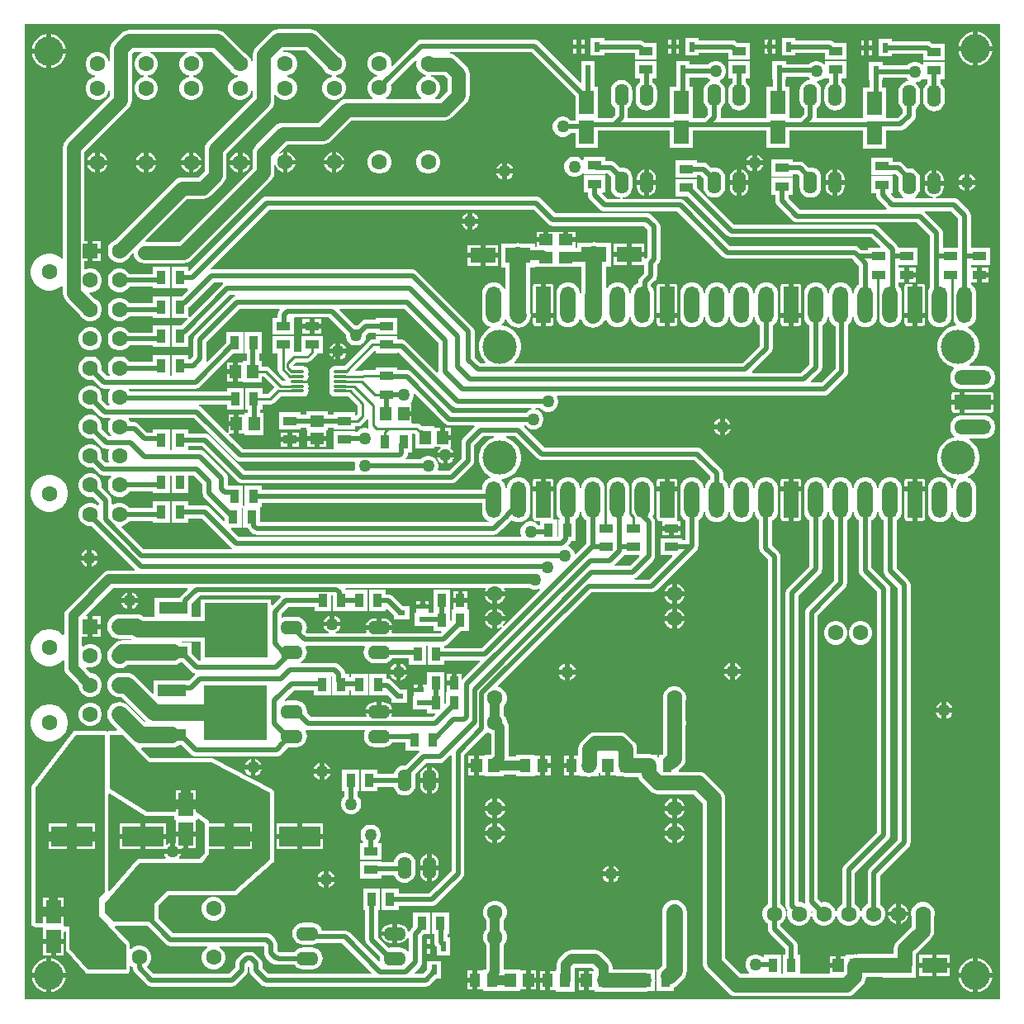
<source format=gbr>
%TF.GenerationSoftware,Altium Limited,Altium Designer,23.4.1 (23)*%
G04 Layer_Physical_Order=1*
G04 Layer_Color=255*
%FSLAX45Y45*%
%MOMM*%
%TF.SameCoordinates,A75527D8-0430-496F-940A-C9051ED7E30B*%
%TF.FilePolarity,Positive*%
%TF.FileFunction,Copper,L1,Top,Signal*%
%TF.Part,Single*%
G01*
G75*
%TA.AperFunction,SMDPad,CuDef*%
%ADD10R,1.55000X2.40000*%
%ADD11R,2.65000X1.65000*%
%ADD12R,1.15000X1.45000*%
%ADD13R,1.45000X1.15000*%
%ADD14R,4.20000X2.10000*%
%ADD15R,1.10000X1.45000*%
%ADD16O,1.40000X2.30000*%
%ADD17O,2.30000X1.40000*%
%ADD18O,1.45000X0.30000*%
%ADD19R,0.60000X1.00000*%
%ADD20R,0.80000X0.55000*%
%ADD21R,1.40000X0.95000*%
%ADD22R,0.95000X1.40000*%
%ADD23R,3.00000X1.25000*%
%ADD24R,6.40000X5.55000*%
%TA.AperFunction,Conductor*%
%ADD25C,0.25400*%
%ADD26C,0.50000*%
%ADD27C,1.50000*%
%ADD28C,1.70000*%
%ADD29C,1.00000*%
%ADD30C,1.40000*%
%TA.AperFunction,ComponentPad*%
%ADD31C,1.60000*%
%ADD32R,1.60000X1.60000*%
%AMCUSTOMSHAPE33*
4,1,4,-0.80000,-0.80000,-0.80000,0.80000,3.00000,0.80000,3.00000,-0.80000,-0.80000,-0.80000,0.0*%
%ADD33CUSTOMSHAPE33*%

%AMCUSTOMSHAPE34*
4,1,4,-0.80000,-0.80000,0.80000,-0.80000,0.80000,3.00000,-0.80000,3.00000,-0.80000,-0.80000,0.0*%
%ADD34CUSTOMSHAPE34*%

%AMCUSTOMSHAPE35*
4,1,4,-0.80000,0.80000,0.80000,0.80000,0.80000,-3.00000,-0.80000,-3.00000,-0.80000,0.80000,0.0*%
%ADD35CUSTOMSHAPE35*%

%TA.AperFunction,ViaPad*%
%ADD36C,3.50000*%
%ADD37C,1.27000*%
%ADD38C,3.00000*%
G36*
X10000000Y0D02*
X0D01*
Y9999900D01*
X10000000D01*
Y0D01*
D02*
G37*
%LPC*%
G36*
X7700400Y9845400D02*
X7670000D01*
Y9795000D01*
X7700400D01*
Y9845400D01*
D02*
G37*
G36*
X7620000D02*
X7589600D01*
Y9795000D01*
X7620000D01*
Y9845400D01*
D02*
G37*
G36*
X6710400D02*
X6680000D01*
Y9795000D01*
X6710400D01*
Y9845400D01*
D02*
G37*
G36*
X6630000D02*
X6599600D01*
Y9795000D01*
X6630000D01*
Y9845400D01*
D02*
G37*
G36*
X5740400D02*
X5710000D01*
Y9795000D01*
X5740400D01*
Y9845400D01*
D02*
G37*
G36*
X5660000D02*
X5629600D01*
Y9795000D01*
X5660000D01*
Y9845400D01*
D02*
G37*
G36*
X8690400Y9835400D02*
X8660000D01*
Y9785000D01*
X8690400D01*
Y9835400D01*
D02*
G37*
G36*
X8610000D02*
X8579600D01*
Y9785000D01*
X8610000D01*
Y9835400D01*
D02*
G37*
G36*
X9775000Y9923864D02*
Y9775000D01*
X9923864D01*
X9918659Y9801162D01*
X9905437Y9833083D01*
X9886242Y9861811D01*
X9861811Y9886242D01*
X9833083Y9905437D01*
X9801162Y9918659D01*
X9775000Y9923864D01*
D02*
G37*
G36*
X9725000D02*
X9698838Y9918659D01*
X9666917Y9905437D01*
X9638189Y9886242D01*
X9613758Y9861811D01*
X9594563Y9833083D01*
X9581341Y9801162D01*
X9576137Y9775000D01*
X9725000D01*
Y9923864D01*
D02*
G37*
G36*
X275000Y9898864D02*
Y9750000D01*
X423864D01*
X418659Y9776162D01*
X405437Y9808083D01*
X386242Y9836811D01*
X361811Y9861242D01*
X333083Y9880437D01*
X301162Y9893659D01*
X275000Y9898864D01*
D02*
G37*
G36*
X225000D02*
X198838Y9893659D01*
X166917Y9880437D01*
X138189Y9861242D01*
X113758Y9836811D01*
X94563Y9808083D01*
X81341Y9776162D01*
X76136Y9750000D01*
X225000D01*
Y9898864D01*
D02*
G37*
G36*
X7700400Y9745000D02*
X7670000D01*
Y9694600D01*
X7700400D01*
Y9745000D01*
D02*
G37*
G36*
X7620000D02*
X7589600D01*
Y9694600D01*
X7620000D01*
Y9745000D01*
D02*
G37*
G36*
X6710400D02*
X6680000D01*
Y9694600D01*
X6710400D01*
Y9745000D01*
D02*
G37*
G36*
X6630000D02*
X6599600D01*
Y9694600D01*
X6630000D01*
Y9745000D01*
D02*
G37*
G36*
X5740400D02*
X5710000D01*
Y9694600D01*
X5740400D01*
Y9745000D01*
D02*
G37*
G36*
X5660000D02*
X5629600D01*
Y9694600D01*
X5660000D01*
Y9745000D01*
D02*
G37*
G36*
X8690400Y9735000D02*
X8660000D01*
Y9684600D01*
X8690400D01*
Y9735000D01*
D02*
G37*
G36*
X8610000D02*
X8579600D01*
Y9684600D01*
X8610000D01*
Y9735000D01*
D02*
G37*
G36*
X7905000Y9860000D02*
X7765000D01*
Y9680000D01*
X7905000D01*
Y9704439D01*
X8210000D01*
Y9637500D01*
X8430000D01*
Y9812500D01*
X8302716D01*
X8298858Y9816358D01*
X8285280Y9826777D01*
X8269468Y9833327D01*
X8252500Y9835561D01*
X7905000D01*
Y9860000D01*
D02*
G37*
G36*
X6915000D02*
X6775000D01*
Y9680000D01*
X6915000D01*
Y9704439D01*
X7215000D01*
Y9637500D01*
X7435000D01*
Y9812500D01*
X7307716D01*
X7303858Y9816358D01*
X7290280Y9826777D01*
X7274468Y9833327D01*
X7257500Y9835561D01*
X6915000D01*
Y9860000D01*
D02*
G37*
G36*
X5945000D02*
X5805000D01*
Y9680000D01*
X5945000D01*
Y9704439D01*
X6265000D01*
Y9637500D01*
X6485000D01*
Y9812500D01*
X6357717D01*
X6353858Y9816358D01*
X6340280Y9826777D01*
X6324468Y9833327D01*
X6307500Y9835561D01*
X5945000D01*
Y9860000D01*
D02*
G37*
G36*
X8895000Y9850000D02*
X8755000D01*
Y9670000D01*
X8895000D01*
Y9694439D01*
X9215001D01*
Y9627500D01*
X9435000D01*
Y9802500D01*
X9307717D01*
X9303858Y9806358D01*
X9290280Y9816777D01*
X9274468Y9823327D01*
X9257500Y9825561D01*
X8895000D01*
Y9850000D01*
D02*
G37*
G36*
X2930000Y9950949D02*
X2602500D01*
X2573784Y9947169D01*
X2547025Y9936085D01*
X2524047Y9918453D01*
X2374047Y9768453D01*
X2356415Y9745475D01*
X2345331Y9718716D01*
X2341551Y9690000D01*
Y9614257D01*
X2328851Y9612585D01*
X2321822Y9638818D01*
X2306024Y9666182D01*
X2283681Y9688524D01*
X2256318Y9704322D01*
X2254632Y9704774D01*
X2050953Y9908453D01*
X2027975Y9926085D01*
X2001216Y9937169D01*
X1972500Y9940949D01*
X1072010D01*
X1043295Y9937168D01*
X1016536Y9926085D01*
X993558Y9908453D01*
X911547Y9826442D01*
X893915Y9803464D01*
X882831Y9776705D01*
X879051Y9747990D01*
Y9614257D01*
X866351Y9612585D01*
X859322Y9638818D01*
X843524Y9666182D01*
X821181Y9688524D01*
X793818Y9704322D01*
X763298Y9712500D01*
X731702D01*
X701182Y9704322D01*
X673818Y9688524D01*
X651476Y9666182D01*
X635678Y9638818D01*
X627500Y9608298D01*
Y9576702D01*
X635678Y9546182D01*
X651476Y9518818D01*
X673818Y9496476D01*
X701182Y9480678D01*
X725828Y9474074D01*
Y9460926D01*
X701182Y9454322D01*
X673818Y9438524D01*
X651476Y9416182D01*
X635678Y9388818D01*
X627500Y9358298D01*
Y9326702D01*
X635678Y9296182D01*
X651476Y9268818D01*
X673818Y9246476D01*
X701182Y9230678D01*
X731702Y9222500D01*
X763298D01*
X793818Y9230678D01*
X821181Y9246476D01*
X843524Y9268818D01*
X859322Y9296182D01*
X866351Y9322415D01*
X879051Y9320743D01*
Y9265956D01*
X426547Y8813453D01*
X408915Y8790474D01*
X397832Y8763716D01*
X394051Y8735000D01*
Y7606743D01*
X382318Y7601883D01*
X377618Y7606582D01*
X346499Y7627376D01*
X311921Y7641698D01*
X275214Y7649000D01*
X237787D01*
X201079Y7641698D01*
X166502Y7627376D01*
X135382Y7606582D01*
X108918Y7580118D01*
X88125Y7548999D01*
X73802Y7514421D01*
X66500Y7477714D01*
Y7440287D01*
X73802Y7403579D01*
X88125Y7369002D01*
X108918Y7337882D01*
X135382Y7311418D01*
X166502Y7290624D01*
X201079Y7276302D01*
X237787Y7269000D01*
X275214D01*
X311921Y7276302D01*
X346499Y7290624D01*
X377618Y7311418D01*
X382318Y7316117D01*
X394051Y7311257D01*
Y7245000D01*
X397832Y7216284D01*
X408915Y7189526D01*
X426547Y7166547D01*
X562726Y7030368D01*
X563178Y7028682D01*
X578976Y7001318D01*
X601318Y6978976D01*
X628682Y6963178D01*
X659202Y6955000D01*
X690798D01*
X721318Y6963178D01*
X748682Y6978976D01*
X771024Y7001318D01*
X786822Y7028682D01*
X795000Y7059202D01*
Y7090798D01*
X786822Y7121318D01*
X771024Y7148682D01*
X748682Y7171024D01*
X721318Y7186822D01*
X719632Y7187274D01*
X664605Y7242300D01*
X669866Y7255000D01*
X690798D01*
X721318Y7263178D01*
X748682Y7278977D01*
X771024Y7301319D01*
X786822Y7328682D01*
X795000Y7359202D01*
Y7390799D01*
X786822Y7421318D01*
X771024Y7448682D01*
X748682Y7471024D01*
X721318Y7486822D01*
X690798Y7495000D01*
X659202D01*
X628682Y7486822D01*
X626948Y7485821D01*
X615949Y7492171D01*
Y7569600D01*
X650000D01*
Y7675000D01*
Y7780400D01*
X615949D01*
Y8689043D01*
X1068453Y9141547D01*
X1086085Y9164525D01*
X1097169Y9191284D01*
X1100949Y9220000D01*
Y9702033D01*
X1117967Y9719051D01*
X1207082D01*
X1208754Y9706351D01*
X1201182Y9704322D01*
X1173818Y9688524D01*
X1151476Y9666182D01*
X1135678Y9638818D01*
X1127500Y9608298D01*
Y9576702D01*
X1135678Y9546182D01*
X1151476Y9518818D01*
X1173818Y9496476D01*
X1201182Y9480678D01*
X1225828Y9474074D01*
Y9460926D01*
X1201182Y9454322D01*
X1173818Y9438524D01*
X1151476Y9416182D01*
X1135678Y9388818D01*
X1127500Y9358298D01*
Y9326702D01*
X1135678Y9296182D01*
X1151476Y9268818D01*
X1173818Y9246476D01*
X1201182Y9230678D01*
X1231702Y9222500D01*
X1263298D01*
X1293818Y9230678D01*
X1321182Y9246476D01*
X1343524Y9268818D01*
X1359322Y9296182D01*
X1367500Y9326702D01*
Y9358298D01*
X1359322Y9388818D01*
X1343524Y9416182D01*
X1321182Y9438524D01*
X1293818Y9454322D01*
X1269172Y9460926D01*
Y9474074D01*
X1293818Y9480678D01*
X1321182Y9496476D01*
X1343524Y9518818D01*
X1359322Y9546182D01*
X1367500Y9576702D01*
Y9608298D01*
X1359322Y9638818D01*
X1343524Y9666182D01*
X1321182Y9688524D01*
X1293818Y9704322D01*
X1286246Y9706351D01*
X1287918Y9719051D01*
X1669582D01*
X1671254Y9706351D01*
X1663682Y9704322D01*
X1636318Y9688524D01*
X1613976Y9666182D01*
X1598178Y9638818D01*
X1590000Y9608298D01*
Y9576702D01*
X1598178Y9546182D01*
X1613976Y9518818D01*
X1636318Y9496476D01*
X1663682Y9480678D01*
X1688328Y9474074D01*
Y9460926D01*
X1663682Y9454322D01*
X1636318Y9438524D01*
X1613976Y9416182D01*
X1598178Y9388818D01*
X1590000Y9358298D01*
Y9326702D01*
X1598178Y9296182D01*
X1613976Y9268818D01*
X1636318Y9246476D01*
X1663682Y9230678D01*
X1694202Y9222500D01*
X1725798D01*
X1756318Y9230678D01*
X1783681Y9246476D01*
X1806024Y9268818D01*
X1821822Y9296182D01*
X1830000Y9326702D01*
Y9358298D01*
X1821822Y9388818D01*
X1806024Y9416182D01*
X1783681Y9438524D01*
X1756318Y9454322D01*
X1731672Y9460926D01*
Y9474074D01*
X1756318Y9480678D01*
X1783681Y9496476D01*
X1806024Y9518818D01*
X1821822Y9546182D01*
X1830000Y9576702D01*
Y9608298D01*
X1821822Y9638818D01*
X1806024Y9666182D01*
X1783681Y9688524D01*
X1756318Y9704322D01*
X1748746Y9706351D01*
X1750418Y9719051D01*
X1926544D01*
X2097726Y9547868D01*
X2098178Y9546182D01*
X2113976Y9518818D01*
X2136318Y9496476D01*
X2163682Y9480678D01*
X2188328Y9474074D01*
Y9460926D01*
X2163682Y9454322D01*
X2136318Y9438524D01*
X2113976Y9416182D01*
X2098178Y9388818D01*
X2090000Y9358298D01*
Y9326702D01*
X2098178Y9296182D01*
X2113976Y9268818D01*
X2136318Y9246476D01*
X2163682Y9230678D01*
X2194202Y9222500D01*
X2225798D01*
X2256318Y9230678D01*
X2283681Y9246476D01*
X2306024Y9268818D01*
X2321822Y9296182D01*
X2328851Y9322415D01*
X2341551Y9320743D01*
Y9258456D01*
X1881547Y8798453D01*
X1863915Y8775474D01*
X1852831Y8748716D01*
X1849051Y8720000D01*
Y8495957D01*
X1784043Y8430949D01*
X1620000D01*
X1591284Y8427169D01*
X1564525Y8416085D01*
X1541547Y8398453D01*
X930368Y7787274D01*
X928682Y7786822D01*
X901318Y7771024D01*
X878976Y7748682D01*
X863178Y7721318D01*
X855000Y7690798D01*
Y7659202D01*
X863178Y7628682D01*
X878976Y7601319D01*
X901318Y7578976D01*
X928682Y7563178D01*
X959202Y7555000D01*
X990798D01*
X1021318Y7563178D01*
X1048681Y7578976D01*
X1071024Y7601319D01*
X1086822Y7628682D01*
X1087274Y7630369D01*
X1107482Y7650577D01*
X1120891Y7646025D01*
X1122832Y7631284D01*
X1133915Y7604525D01*
X1151547Y7581547D01*
X1174525Y7563915D01*
X1201284Y7552831D01*
X1230000Y7549051D01*
X1632500D01*
X1661216Y7552831D01*
X1687974Y7563915D01*
X1710953Y7581547D01*
X2528453Y8399047D01*
X2546085Y8422026D01*
X2557168Y8448784D01*
X2560949Y8477500D01*
Y8554341D01*
X2573649Y8556013D01*
X2576783Y8544317D01*
X2590659Y8520283D01*
X2610283Y8500659D01*
X2634317Y8486783D01*
X2650000Y8482581D01*
Y8585000D01*
Y8687419D01*
X2634317Y8683217D01*
X2619567Y8674701D01*
X2611769Y8684864D01*
X2695957Y8769051D01*
X3060000D01*
X3088716Y8772832D01*
X3115475Y8783915D01*
X3138453Y8801547D01*
X3350957Y9014051D01*
X4302500D01*
X4331216Y9017832D01*
X4357975Y9028915D01*
X4380953Y9046547D01*
X4530953Y9196547D01*
X4548585Y9219525D01*
X4559669Y9246284D01*
X4563449Y9275000D01*
Y9490000D01*
X4559669Y9518716D01*
X4548585Y9545475D01*
X4530953Y9568453D01*
X4430953Y9668453D01*
X4407974Y9686085D01*
X4381216Y9697169D01*
X4365488Y9699239D01*
X4366321Y9711939D01*
X5202844D01*
X5647500Y9267283D01*
Y9040000D01*
Y9015561D01*
X5600810D01*
X5583550Y9032820D01*
X5559949Y9046446D01*
X5533626Y9053500D01*
X5506374D01*
X5480051Y9046446D01*
X5456449Y9032820D01*
X5437179Y9013550D01*
X5423553Y8989949D01*
X5416500Y8963626D01*
Y8936374D01*
X5423553Y8910051D01*
X5437179Y8886449D01*
X5456449Y8867179D01*
X5480051Y8853553D01*
X5506374Y8846500D01*
X5533626D01*
X5559949Y8853553D01*
X5583550Y8867179D01*
X5600810Y8884439D01*
X5647500D01*
Y8735000D01*
X5882500D01*
Y8906940D01*
X6617500D01*
Y8732500D01*
X6852500D01*
Y8906940D01*
X7607500D01*
Y8735000D01*
X7842500D01*
Y8906940D01*
X8597500D01*
Y8725000D01*
X8832500D01*
Y8909439D01*
X8982500D01*
X8999468Y8911673D01*
X9015280Y8918223D01*
X9028858Y8928642D01*
X9119359Y9019142D01*
X9129778Y9032720D01*
X9136327Y9048532D01*
X9138561Y9065501D01*
Y9129154D01*
X9151453Y9139047D01*
X9169085Y9162025D01*
X9180169Y9188784D01*
X9183949Y9217499D01*
Y9307500D01*
X9180169Y9336216D01*
X9169085Y9362974D01*
X9151453Y9385953D01*
X9141227Y9393800D01*
X9142846Y9402367D01*
X9145043Y9406879D01*
X9169950Y9413553D01*
X9193551Y9427179D01*
X9202761Y9436389D01*
X9215001Y9437499D01*
X9215001Y9437499D01*
X9215001Y9437500D01*
X9260440D01*
Y9395078D01*
X9248548Y9385953D01*
X9230916Y9362974D01*
X9219832Y9336216D01*
X9216051Y9307500D01*
Y9217499D01*
X9219832Y9188784D01*
X9230916Y9162025D01*
X9248548Y9139047D01*
X9271526Y9121415D01*
X9298285Y9110331D01*
X9327000Y9106550D01*
X9355716Y9110331D01*
X9382475Y9121415D01*
X9405453Y9139047D01*
X9423085Y9162025D01*
X9434169Y9188784D01*
X9437949Y9217499D01*
Y9307500D01*
X9434169Y9336216D01*
X9423085Y9362974D01*
X9405453Y9385953D01*
X9391561Y9396612D01*
Y9437500D01*
X9435000D01*
Y9612499D01*
X9215001D01*
Y9589331D01*
X9202301Y9584070D01*
X9193551Y9592820D01*
X9169950Y9606446D01*
X9143626Y9613500D01*
X9116374D01*
X9090051Y9606446D01*
X9066450Y9592820D01*
X9054190Y9580560D01*
X8800000D01*
Y9610000D01*
X8660000D01*
Y9430000D01*
X8664439D01*
Y9350000D01*
X8597500D01*
Y9038061D01*
X8131554D01*
X8123180Y9047610D01*
X8123561Y9050500D01*
Y9139155D01*
X8136453Y9149047D01*
X8154085Y9172025D01*
X8165168Y9198784D01*
X8168949Y9227500D01*
Y9317500D01*
X8165168Y9346216D01*
X8154085Y9372974D01*
X8136453Y9395953D01*
X8126226Y9403800D01*
X8130537Y9416500D01*
X8133626D01*
X8159949Y9423553D01*
X8183550Y9437179D01*
X8197300Y9450929D01*
X8210000Y9447500D01*
Y9447500D01*
X8250439D01*
Y9408914D01*
X8233547Y9395953D01*
X8215915Y9372974D01*
X8204831Y9346216D01*
X8201051Y9317500D01*
Y9227500D01*
X8204831Y9198784D01*
X8215915Y9172025D01*
X8233547Y9149047D01*
X8256526Y9131415D01*
X8283284Y9120331D01*
X8312000Y9116551D01*
X8340716Y9120331D01*
X8367474Y9131415D01*
X8390453Y9149047D01*
X8408085Y9172025D01*
X8419168Y9198784D01*
X8422949Y9227500D01*
Y9317500D01*
X8419168Y9346216D01*
X8408085Y9372974D01*
X8390453Y9395953D01*
X8381561Y9402776D01*
Y9447500D01*
X8430000D01*
Y9622500D01*
X8210000D01*
Y9594331D01*
X8197300Y9589071D01*
X8183550Y9602821D01*
X8159949Y9616447D01*
X8133626Y9623500D01*
X8106374D01*
X8080050Y9616447D01*
X8056449Y9602821D01*
X8044189Y9590561D01*
X7810000D01*
Y9620000D01*
X7670000D01*
Y9440000D01*
X7674439D01*
Y9360000D01*
X7607500D01*
Y9038061D01*
X7145085D01*
X7138561Y9045500D01*
Y9139154D01*
X7151453Y9149047D01*
X7169084Y9172025D01*
X7180168Y9198784D01*
X7183949Y9227500D01*
Y9317500D01*
X7180168Y9346216D01*
X7169084Y9372974D01*
X7151453Y9395953D01*
X7131927Y9410935D01*
X7131164Y9415807D01*
X7131776Y9421938D01*
X7133143Y9425397D01*
X7153550Y9437179D01*
X7172820Y9456449D01*
X7186446Y9480051D01*
X7193500Y9506374D01*
Y9533626D01*
X7186446Y9559949D01*
X7172820Y9583551D01*
X7153550Y9602821D01*
X7129949Y9616447D01*
X7103626Y9623500D01*
X7076374D01*
X7050050Y9616447D01*
X7026449Y9602821D01*
X7009189Y9585561D01*
X6820000D01*
Y9620000D01*
X6680000D01*
Y9440000D01*
X6684439D01*
Y9357500D01*
X6617500D01*
Y9052500D01*
Y9038061D01*
X6195085D01*
X6188561Y9045500D01*
Y9139155D01*
X6201453Y9149047D01*
X6219085Y9172025D01*
X6230168Y9198784D01*
X6233949Y9227500D01*
Y9317500D01*
X6230168Y9346216D01*
X6219085Y9372974D01*
X6201453Y9395953D01*
X6178474Y9413585D01*
X6151716Y9424668D01*
X6123000Y9428449D01*
X6094284Y9424668D01*
X6067526Y9413585D01*
X6044547Y9395953D01*
X6026915Y9372974D01*
X6015832Y9346216D01*
X6012051Y9317500D01*
Y9227500D01*
X6015832Y9198784D01*
X6026915Y9172025D01*
X6044547Y9149047D01*
X6057439Y9139155D01*
Y9072656D01*
X6022844Y9038061D01*
X5882500D01*
Y9360000D01*
X5845561D01*
Y9440000D01*
X5850000D01*
Y9620000D01*
X5710000D01*
Y9440000D01*
X5714439D01*
Y9402371D01*
X5702706Y9397511D01*
X5276358Y9823858D01*
X5262780Y9834277D01*
X5246968Y9840827D01*
X5230000Y9843061D01*
X4070000D01*
X4053032Y9840827D01*
X4037220Y9834277D01*
X4023642Y9823858D01*
X3769484Y9569701D01*
X3758486Y9576051D01*
X3760000Y9581702D01*
Y9613298D01*
X3751822Y9643818D01*
X3736024Y9671182D01*
X3713682Y9693524D01*
X3686318Y9709322D01*
X3655798Y9717500D01*
X3624202D01*
X3593682Y9709322D01*
X3566318Y9693524D01*
X3543976Y9671182D01*
X3528178Y9643818D01*
X3520000Y9613298D01*
Y9581702D01*
X3528178Y9551182D01*
X3543976Y9523818D01*
X3566318Y9501476D01*
X3593682Y9485678D01*
X3618328Y9479074D01*
Y9465926D01*
X3593682Y9459322D01*
X3566318Y9443524D01*
X3543976Y9421182D01*
X3528178Y9393818D01*
X3520000Y9363298D01*
Y9331702D01*
X3528178Y9301182D01*
X3543976Y9273818D01*
X3566318Y9251476D01*
X3571965Y9248216D01*
X3568678Y9235949D01*
X3305000D01*
X3276285Y9232168D01*
X3249526Y9221085D01*
X3226548Y9203453D01*
X3014044Y8990949D01*
X2650000D01*
X2621285Y8987169D01*
X2594526Y8976085D01*
X2571547Y8958453D01*
X2371547Y8758453D01*
X2353915Y8735474D01*
X2342831Y8708716D01*
X2339051Y8680000D01*
Y8523456D01*
X1586543Y7770949D01*
X1245815D01*
X1240554Y7783649D01*
X1665957Y8209051D01*
X1830000D01*
X1858716Y8212831D01*
X1885475Y8223915D01*
X1908453Y8241547D01*
X2038453Y8371547D01*
X2056085Y8394526D01*
X2067169Y8421284D01*
X2070949Y8450000D01*
Y8674043D01*
X2530953Y9134047D01*
X2548585Y9157025D01*
X2559668Y9183784D01*
X2563449Y9212500D01*
Y9273678D01*
X2575716Y9276965D01*
X2578976Y9271318D01*
X2601318Y9248976D01*
X2628682Y9233178D01*
X2659202Y9225000D01*
X2690798D01*
X2721318Y9233178D01*
X2748682Y9248976D01*
X2771024Y9271318D01*
X2786822Y9298682D01*
X2795000Y9329202D01*
Y9360798D01*
X2786822Y9391318D01*
X2771024Y9418681D01*
X2748682Y9441024D01*
X2721318Y9456822D01*
X2696672Y9463426D01*
Y9476574D01*
X2721318Y9483178D01*
X2748682Y9498976D01*
X2771024Y9521318D01*
X2786822Y9548682D01*
X2795000Y9579202D01*
Y9610798D01*
X2786822Y9641318D01*
X2771024Y9668681D01*
X2748682Y9691024D01*
X2721318Y9706822D01*
X2690798Y9715000D01*
X2661208D01*
X2656712Y9720033D01*
X2653459Y9726609D01*
X2654971Y9729051D01*
X2884044D01*
X3062726Y9550368D01*
X3063178Y9548682D01*
X3078976Y9521318D01*
X3101318Y9498976D01*
X3128682Y9483178D01*
X3153328Y9476574D01*
Y9463426D01*
X3128682Y9456822D01*
X3101318Y9441024D01*
X3078976Y9418681D01*
X3063178Y9391318D01*
X3055000Y9360798D01*
Y9329202D01*
X3063178Y9298682D01*
X3078976Y9271318D01*
X3101318Y9248976D01*
X3128682Y9233178D01*
X3159202Y9225000D01*
X3190798D01*
X3221318Y9233178D01*
X3248682Y9248976D01*
X3271024Y9271318D01*
X3286822Y9298682D01*
X3295000Y9329202D01*
Y9360798D01*
X3286822Y9391318D01*
X3271024Y9418681D01*
X3248682Y9441024D01*
X3221318Y9456822D01*
X3196672Y9463426D01*
Y9476574D01*
X3221318Y9483178D01*
X3248682Y9498976D01*
X3271024Y9521318D01*
X3286822Y9548682D01*
X3295000Y9579202D01*
Y9610798D01*
X3286822Y9641318D01*
X3271024Y9668681D01*
X3248682Y9691024D01*
X3221318Y9706822D01*
X3219632Y9707274D01*
X3008453Y9918453D01*
X2985474Y9936085D01*
X2958716Y9947168D01*
X2930000Y9950949D01*
D02*
G37*
G36*
X9923864Y9725000D02*
X9775000D01*
Y9576137D01*
X9801162Y9581341D01*
X9833083Y9594563D01*
X9861811Y9613758D01*
X9886242Y9638189D01*
X9905437Y9666917D01*
X9918659Y9698838D01*
X9923864Y9725000D01*
D02*
G37*
G36*
X9725000D02*
X9576137D01*
X9581341Y9698838D01*
X9594563Y9666917D01*
X9613758Y9638189D01*
X9638189Y9613758D01*
X9666917Y9594563D01*
X9698838Y9581341D01*
X9725000Y9576137D01*
Y9725000D01*
D02*
G37*
G36*
X423864Y9700000D02*
X275000D01*
Y9551137D01*
X301162Y9556341D01*
X333083Y9569563D01*
X361811Y9588758D01*
X386242Y9613189D01*
X405437Y9641917D01*
X418659Y9673838D01*
X423864Y9700000D01*
D02*
G37*
G36*
X225000D02*
X76136D01*
X81341Y9673838D01*
X94563Y9641917D01*
X113758Y9613189D01*
X138189Y9588758D01*
X166917Y9569563D01*
X198838Y9556341D01*
X225000Y9551137D01*
Y9700000D01*
D02*
G37*
G36*
X7435000Y9622500D02*
X7215000D01*
Y9447500D01*
X7260439D01*
Y9405078D01*
X7248547Y9395953D01*
X7230915Y9372974D01*
X7219831Y9346216D01*
X7216051Y9317500D01*
Y9227500D01*
X7219831Y9198784D01*
X7230915Y9172025D01*
X7248547Y9149047D01*
X7271525Y9131415D01*
X7298284Y9120331D01*
X7327000Y9116551D01*
X7355716Y9120331D01*
X7382474Y9131415D01*
X7405453Y9149047D01*
X7423084Y9172025D01*
X7434168Y9198784D01*
X7437949Y9227500D01*
Y9317500D01*
X7434168Y9346216D01*
X7423084Y9372974D01*
X7405453Y9395953D01*
X7391561Y9406613D01*
Y9447500D01*
X7435000D01*
Y9622500D01*
D02*
G37*
G36*
X6485000D02*
X6265000D01*
Y9447500D01*
X6310439D01*
Y9405078D01*
X6298547Y9395953D01*
X6280915Y9372974D01*
X6269832Y9346216D01*
X6266051Y9317500D01*
Y9227500D01*
X6269832Y9198784D01*
X6280915Y9172025D01*
X6298547Y9149047D01*
X6321526Y9131415D01*
X6348284Y9120331D01*
X6377000Y9116551D01*
X6405716Y9120331D01*
X6432474Y9131415D01*
X6455453Y9149047D01*
X6473085Y9172025D01*
X6484168Y9198784D01*
X6487949Y9227500D01*
Y9317500D01*
X6484168Y9346216D01*
X6473085Y9372974D01*
X6455453Y9395953D01*
X6441561Y9406612D01*
Y9447500D01*
X6485000D01*
Y9622500D01*
D02*
G37*
G36*
X2700000Y8687419D02*
Y8610000D01*
X2777419D01*
X2773217Y8625683D01*
X2759341Y8649717D01*
X2739717Y8669341D01*
X2715683Y8683217D01*
X2700000Y8687419D01*
D02*
G37*
G36*
X3200000D02*
Y8610000D01*
X3277419D01*
X3273217Y8625683D01*
X3259341Y8649717D01*
X3239717Y8669341D01*
X3215683Y8683217D01*
X3200000Y8687419D01*
D02*
G37*
G36*
X3150000D02*
X3134317Y8683217D01*
X3110283Y8669341D01*
X3090659Y8649717D01*
X3076783Y8625683D01*
X3072581Y8610000D01*
X3150000D01*
Y8687419D01*
D02*
G37*
G36*
X2235000Y8684919D02*
Y8607499D01*
X2312419D01*
X2308217Y8623183D01*
X2294341Y8647217D01*
X2274717Y8666841D01*
X2250683Y8680717D01*
X2235000Y8684919D01*
D02*
G37*
G36*
X772500D02*
Y8607499D01*
X849919D01*
X845717Y8623183D01*
X831841Y8647217D01*
X812217Y8666841D01*
X788183Y8680717D01*
X772500Y8684919D01*
D02*
G37*
G36*
X1735000D02*
Y8607499D01*
X1812419D01*
X1808217Y8623183D01*
X1794341Y8647217D01*
X1774717Y8666841D01*
X1750683Y8680717D01*
X1735000Y8684919D01*
D02*
G37*
G36*
X1272500D02*
Y8607499D01*
X1349919D01*
X1345717Y8623183D01*
X1331841Y8647217D01*
X1312217Y8666841D01*
X1288183Y8680717D01*
X1272500Y8684919D01*
D02*
G37*
G36*
X722500D02*
X706817Y8680717D01*
X682783Y8666841D01*
X663159Y8647217D01*
X649283Y8623183D01*
X645080Y8607499D01*
X722500D01*
Y8684919D01*
D02*
G37*
G36*
X1222500D02*
X1206817Y8680717D01*
X1182783Y8666841D01*
X1163159Y8647217D01*
X1149283Y8623183D01*
X1145081Y8607499D01*
X1222500D01*
Y8684919D01*
D02*
G37*
G36*
X1685000D02*
X1669317Y8680717D01*
X1645283Y8666841D01*
X1625659Y8647217D01*
X1611783Y8623183D01*
X1607580Y8607499D01*
X1685000D01*
Y8684919D01*
D02*
G37*
G36*
X2185000Y8684919D02*
X2169317Y8680717D01*
X2145283Y8666841D01*
X2125659Y8647217D01*
X2111783Y8623183D01*
X2107580Y8607499D01*
X2185000D01*
Y8684919D01*
D02*
G37*
G36*
X7512500Y8662837D02*
Y8602500D01*
X7572837D01*
X7570341Y8611814D01*
X7558638Y8632086D01*
X7542086Y8648638D01*
X7521814Y8660342D01*
X7512500Y8662837D01*
D02*
G37*
G36*
X7462500D02*
X7453186Y8660342D01*
X7432914Y8648638D01*
X7416362Y8632086D01*
X7404658Y8611814D01*
X7402162Y8602500D01*
X7462500D01*
Y8662837D01*
D02*
G37*
G36*
X4950000Y8577837D02*
Y8517500D01*
X5010337D01*
X5007842Y8526814D01*
X4996138Y8547086D01*
X4979586Y8563638D01*
X4959314Y8575341D01*
X4950000Y8577837D01*
D02*
G37*
G36*
X4900000D02*
X4890686Y8575341D01*
X4870414Y8563638D01*
X4853862Y8547086D01*
X4842158Y8526814D01*
X4839663Y8517500D01*
X4900000D01*
Y8577837D01*
D02*
G37*
G36*
X7572837Y8552500D02*
X7512500D01*
Y8492163D01*
X7521814Y8494658D01*
X7542086Y8506362D01*
X7558638Y8522914D01*
X7570341Y8543186D01*
X7572837Y8552500D01*
D02*
G37*
G36*
X7462500D02*
X7402162D01*
X7404658Y8543186D01*
X7416362Y8522914D01*
X7432914Y8506362D01*
X7453186Y8494658D01*
X7462500Y8492163D01*
Y8552500D01*
D02*
G37*
G36*
X3277419Y8560000D02*
X3200000D01*
Y8482581D01*
X3215683Y8486783D01*
X3239717Y8500659D01*
X3259341Y8520283D01*
X3273217Y8544317D01*
X3277419Y8560000D01*
D02*
G37*
G36*
X2777419D02*
X2700000D01*
Y8482581D01*
X2715683Y8486783D01*
X2739717Y8500659D01*
X2759341Y8520283D01*
X2773217Y8544317D01*
X2777419Y8560000D01*
D02*
G37*
G36*
X3150000D02*
X3072581D01*
X3076783Y8544317D01*
X3090659Y8520283D01*
X3110283Y8500659D01*
X3134317Y8486783D01*
X3150000Y8482581D01*
Y8560000D01*
D02*
G37*
G36*
X2312419Y8557499D02*
X2235000D01*
Y8480081D01*
X2250683Y8484283D01*
X2274717Y8498159D01*
X2294341Y8517783D01*
X2308217Y8541817D01*
X2312419Y8557499D01*
D02*
G37*
G36*
X1812419D02*
X1735000D01*
Y8480081D01*
X1750683Y8484283D01*
X1774717Y8498159D01*
X1794341Y8517783D01*
X1808217Y8541817D01*
X1812419Y8557499D01*
D02*
G37*
G36*
X1349919D02*
X1272500D01*
Y8480081D01*
X1288183Y8484283D01*
X1312217Y8498159D01*
X1331841Y8517783D01*
X1345717Y8541817D01*
X1349919Y8557499D01*
D02*
G37*
G36*
X849919D02*
X772500D01*
Y8480081D01*
X788183Y8484283D01*
X812217Y8498159D01*
X831841Y8517783D01*
X845717Y8541817D01*
X849919Y8557499D01*
D02*
G37*
G36*
X1685000D02*
X1607581D01*
X1611783Y8541817D01*
X1625659Y8517783D01*
X1645283Y8498159D01*
X1669317Y8484283D01*
X1685000Y8480081D01*
Y8557499D01*
D02*
G37*
G36*
X1222500D02*
X1145081D01*
X1149283Y8541817D01*
X1163159Y8517783D01*
X1182783Y8498159D01*
X1206817Y8484283D01*
X1222500Y8480081D01*
Y8557499D01*
D02*
G37*
G36*
X722500D02*
X645081D01*
X649283Y8541817D01*
X663159Y8517783D01*
X682783Y8498159D01*
X706817Y8484283D01*
X722500Y8480081D01*
Y8557499D01*
D02*
G37*
G36*
X2185000D02*
X2107581D01*
X2111783Y8541817D01*
X2125659Y8517783D01*
X2145283Y8498159D01*
X2169317Y8484283D01*
X2185000Y8480081D01*
Y8557499D01*
D02*
G37*
G36*
X4155798Y8707500D02*
X4124202D01*
X4093682Y8699322D01*
X4066319Y8683524D01*
X4043976Y8661182D01*
X4028178Y8633818D01*
X4020000Y8603298D01*
Y8571702D01*
X4028178Y8541182D01*
X4043976Y8513818D01*
X4066319Y8491476D01*
X4093682Y8475678D01*
X4124202Y8467500D01*
X4155798D01*
X4186318Y8475678D01*
X4213682Y8491476D01*
X4236024Y8513818D01*
X4251822Y8541182D01*
X4260000Y8571702D01*
Y8603298D01*
X4251822Y8633818D01*
X4236024Y8661182D01*
X4213682Y8683524D01*
X4186318Y8699322D01*
X4155798Y8707500D01*
D02*
G37*
G36*
X3655798D02*
X3624202D01*
X3593682Y8699322D01*
X3566318Y8683524D01*
X3543976Y8661182D01*
X3528178Y8633818D01*
X3520000Y8603298D01*
Y8571702D01*
X3528178Y8541182D01*
X3543976Y8513818D01*
X3566318Y8491476D01*
X3593682Y8475678D01*
X3624202Y8467500D01*
X3655798D01*
X3686318Y8475678D01*
X3713682Y8491476D01*
X3736024Y8513818D01*
X3751822Y8541182D01*
X3760000Y8571702D01*
Y8603298D01*
X3751822Y8633818D01*
X3736024Y8661182D01*
X3713682Y8683524D01*
X3686318Y8699322D01*
X3655798Y8707500D01*
D02*
G37*
G36*
X5010337Y8467500D02*
X4950000D01*
Y8407163D01*
X4959314Y8409658D01*
X4979586Y8421362D01*
X4996138Y8437914D01*
X5007842Y8458186D01*
X5010337Y8467500D01*
D02*
G37*
G36*
X4900000D02*
X4839663D01*
X4842158Y8458186D01*
X4853862Y8437914D01*
X4870414Y8421362D01*
X4890686Y8409658D01*
X4900000Y8407163D01*
Y8467500D01*
D02*
G37*
G36*
X9687500Y8465337D02*
Y8405000D01*
X9747838D01*
X9745342Y8414314D01*
X9733638Y8434586D01*
X9717086Y8451138D01*
X9696814Y8462842D01*
X9687500Y8465337D01*
D02*
G37*
G36*
X9637500D02*
X9628186Y8462842D01*
X9607914Y8451138D01*
X9591362Y8434586D01*
X9579659Y8414314D01*
X9577163Y8405000D01*
X9637500D01*
Y8465337D01*
D02*
G37*
G36*
X6402000Y8515405D02*
Y8402500D01*
X6473223D01*
Y8422500D01*
X6469944Y8447404D01*
X6460332Y8470611D01*
X6445040Y8490540D01*
X6425111Y8505832D01*
X6402000Y8515405D01*
D02*
G37*
G36*
X7352000Y8515405D02*
Y8402500D01*
X7423223D01*
Y8422500D01*
X7419944Y8447404D01*
X7410331Y8470611D01*
X7395040Y8490540D01*
X7375111Y8505832D01*
X7352000Y8515405D01*
D02*
G37*
G36*
X8336999Y8515405D02*
Y8402500D01*
X8408223D01*
Y8422500D01*
X8404944Y8447404D01*
X8395331Y8470611D01*
X8380040Y8490540D01*
X8360111Y8505832D01*
X8336999Y8515405D01*
D02*
G37*
G36*
X8286999Y8515405D02*
X8263888Y8505832D01*
X8243960Y8490540D01*
X8228668Y8470611D01*
X8219055Y8447404D01*
X8215777Y8422500D01*
Y8402500D01*
X8286999D01*
Y8515405D01*
D02*
G37*
G36*
X7302000Y8515405D02*
X7278888Y8505832D01*
X7258960Y8490540D01*
X7243668Y8470611D01*
X7234055Y8447404D01*
X7230777Y8422500D01*
Y8402500D01*
X7302000D01*
Y8515405D01*
D02*
G37*
G36*
X6352001Y8515405D02*
X6328889Y8505832D01*
X6308960Y8490540D01*
X6293668Y8470611D01*
X6284056Y8447404D01*
X6280777Y8422500D01*
Y8402500D01*
X6352001D01*
Y8515405D01*
D02*
G37*
G36*
X9351999Y8505405D02*
Y8392500D01*
X9423223D01*
Y8412500D01*
X9419945Y8437404D01*
X9410332Y8460611D01*
X9395040Y8480540D01*
X9375112Y8495831D01*
X9351999Y8505405D01*
D02*
G37*
G36*
X9301999Y8505404D02*
X9278889Y8495831D01*
X9258960Y8480540D01*
X9243669Y8460611D01*
X9234056Y8437404D01*
X9230777Y8412500D01*
Y8392500D01*
X9301999D01*
Y8505404D01*
D02*
G37*
G36*
X9747838Y8355000D02*
X9687500D01*
Y8294663D01*
X9696814Y8297158D01*
X9717086Y8308862D01*
X9733638Y8325414D01*
X9745342Y8345686D01*
X9747838Y8355000D01*
D02*
G37*
G36*
X9637500D02*
X9577163D01*
X9579659Y8345686D01*
X9591362Y8325414D01*
X9607914Y8308862D01*
X9628186Y8297158D01*
X9637500Y8294663D01*
Y8355000D01*
D02*
G37*
G36*
X6473223Y8352500D02*
X6402000D01*
Y8239595D01*
X6425111Y8249168D01*
X6445040Y8264460D01*
X6460332Y8284388D01*
X6469944Y8307595D01*
X6473223Y8332500D01*
Y8352500D01*
D02*
G37*
G36*
X8286999D02*
X8215777D01*
Y8332500D01*
X8219055Y8307595D01*
X8228668Y8284388D01*
X8243960Y8264460D01*
X8263888Y8249168D01*
X8286999Y8239595D01*
Y8352500D01*
D02*
G37*
G36*
X7423223D02*
X7352000D01*
Y8239595D01*
X7375111Y8249168D01*
X7395040Y8264460D01*
X7410331Y8284388D01*
X7419944Y8307595D01*
X7423223Y8332500D01*
Y8352500D01*
D02*
G37*
G36*
X7302000D02*
X7230777D01*
Y8332500D01*
X7234055Y8307595D01*
X7243668Y8284388D01*
X7258960Y8264460D01*
X7278888Y8249168D01*
X7302000Y8239595D01*
Y8352500D01*
D02*
G37*
G36*
X8408223D02*
X8336999D01*
Y8239595D01*
X8360111Y8249168D01*
X8380040Y8264460D01*
X8395331Y8284388D01*
X8404944Y8307595D01*
X8408223Y8332500D01*
Y8352500D01*
D02*
G37*
G36*
X6352001D02*
X6280777D01*
Y8332500D01*
X6284056Y8307595D01*
X6293668Y8284388D01*
X6308960Y8264460D01*
X6328889Y8249168D01*
X6352001Y8239595D01*
Y8352500D01*
D02*
G37*
G36*
X7877500Y8615000D02*
X7657500D01*
Y8440000D01*
X7877500D01*
Y8461939D01*
X7925844D01*
X7949172Y8438611D01*
X7947051Y8422500D01*
Y8332500D01*
X7950831Y8303784D01*
X7961915Y8277025D01*
X7979547Y8254047D01*
X8002526Y8236415D01*
X8029284Y8225331D01*
X8058000Y8221551D01*
X8086716Y8225331D01*
X8113474Y8236415D01*
X8136453Y8254047D01*
X8154085Y8277025D01*
X8165168Y8303784D01*
X8168949Y8332500D01*
Y8422500D01*
X8165168Y8451216D01*
X8154085Y8477974D01*
X8136453Y8500953D01*
X8113474Y8518585D01*
X8086716Y8529668D01*
X8058000Y8533449D01*
X8041888Y8531328D01*
X7999358Y8573858D01*
X7985780Y8584277D01*
X7969968Y8590827D01*
X7953000Y8593061D01*
X7877500D01*
Y8615000D01*
D02*
G37*
G36*
X6892500Y8602500D02*
X6672500D01*
Y8427500D01*
X6892500D01*
Y8449439D01*
X6933284D01*
X6962051Y8420672D01*
Y8332500D01*
X6965831Y8303784D01*
X6976915Y8277025D01*
X6994547Y8254047D01*
X7017525Y8236415D01*
X7044284Y8225331D01*
X7073000Y8221551D01*
X7101716Y8225331D01*
X7128474Y8236415D01*
X7151453Y8254047D01*
X7169084Y8277025D01*
X7180168Y8303784D01*
X7183949Y8332500D01*
Y8422500D01*
X7180168Y8451216D01*
X7169084Y8477974D01*
X7151453Y8500953D01*
X7128474Y8518585D01*
X7101716Y8529668D01*
X7073000Y8533449D01*
X7044284Y8529668D01*
X7040185Y8527971D01*
X7006798Y8561358D01*
X6993220Y8571777D01*
X6977408Y8578327D01*
X6960439Y8580561D01*
X6892500D01*
Y8602500D01*
D02*
G37*
G36*
X8900000Y8632500D02*
X8680000D01*
Y8457500D01*
X8900000D01*
Y8460585D01*
X8932198D01*
X8964173Y8428611D01*
X8962051Y8412500D01*
Y8322499D01*
X8965832Y8293784D01*
X8976916Y8267025D01*
X8994548Y8244047D01*
X9015583Y8227905D01*
X9014672Y8220474D01*
X9012142Y8215205D01*
X8921801D01*
X8881240Y8255767D01*
X8886100Y8267500D01*
X8900000D01*
Y8442500D01*
X8680000D01*
Y8267500D01*
X8731939D01*
Y8246789D01*
X8734173Y8229821D01*
X8740723Y8214009D01*
X8751142Y8200431D01*
X8838964Y8112608D01*
X8833704Y8099908D01*
X7950308D01*
X7833061Y8217156D01*
Y8250000D01*
X7877500D01*
Y8425000D01*
X7657500D01*
Y8250000D01*
X7701939D01*
Y8190000D01*
X7704173Y8173031D01*
X7710723Y8157220D01*
X7721142Y8143642D01*
X7876794Y7987989D01*
X7890372Y7977570D01*
X7906184Y7971021D01*
X7923152Y7968787D01*
X9148496D01*
X9286939Y7830344D01*
Y7622500D01*
Y7305917D01*
X9284984Y7303369D01*
X9283794Y7300957D01*
X9282020Y7298934D01*
X9276776Y7289851D01*
X9275911Y7287303D01*
X9274416Y7285066D01*
X9270403Y7275377D01*
X9269879Y7272739D01*
X9268689Y7270326D01*
X9265975Y7260197D01*
X9265799Y7257512D01*
X9264934Y7254965D01*
X9263565Y7244568D01*
X9263741Y7241883D01*
X9263216Y7239244D01*
Y7008757D01*
X9263741Y7006118D01*
X9263565Y7003433D01*
X9264934Y6993036D01*
X9265799Y6990488D01*
X9265975Y6987804D01*
X9268689Y6977675D01*
X9269879Y6975262D01*
X9270403Y6972624D01*
X9274416Y6962935D01*
X9275911Y6960698D01*
X9276776Y6958150D01*
X9282020Y6949068D01*
X9283794Y6947045D01*
X9284984Y6944632D01*
X9291368Y6936312D01*
X9293390Y6934539D01*
X9294885Y6932301D01*
X9302300Y6924886D01*
X9304538Y6923391D01*
X9306311Y6921369D01*
X9314631Y6914985D01*
X9317043Y6913795D01*
X9319066Y6912021D01*
X9328149Y6906777D01*
X9330697Y6905912D01*
X9332934Y6904417D01*
X9342623Y6900404D01*
X9345261Y6899880D01*
X9347674Y6898690D01*
X9357803Y6895976D01*
X9360488Y6895800D01*
X9363035Y6894935D01*
X9373432Y6893566D01*
X9376118Y6893742D01*
X9378758Y6893217D01*
X9389245Y6893217D01*
X9391883Y6893742D01*
X9394566Y6893566D01*
X9404963Y6894935D01*
X9407510Y6895800D01*
X9410195Y6895976D01*
X9420324Y6898690D01*
X9422738Y6899880D01*
X9425377Y6900405D01*
X9435065Y6904418D01*
X9437303Y6905913D01*
X9439850Y6906777D01*
X9448932Y6912021D01*
X9450955Y6913795D01*
X9453368Y6914985D01*
X9461688Y6921369D01*
X9463461Y6923391D01*
X9465698Y6924886D01*
X9473114Y6932301D01*
X9474609Y6934539D01*
X9476631Y6936312D01*
X9483015Y6944632D01*
X9484205Y6947045D01*
X9485980Y6949068D01*
X9491223Y6958150D01*
X9492088Y6960698D01*
X9493582Y6962935D01*
X9497595Y6972623D01*
X9498120Y6975262D01*
X9499310Y6977675D01*
X9502024Y6987804D01*
X9502200Y6990490D01*
X9503065Y6993037D01*
X9503608Y6997160D01*
X9511001Y7001069D01*
X9518391Y6997161D01*
X9518934Y6993036D01*
X9519799Y6990488D01*
X9519975Y6987804D01*
X9522689Y6977675D01*
X9523879Y6975262D01*
X9524403Y6972624D01*
X9528416Y6962935D01*
X9529911Y6960698D01*
X9530776Y6958150D01*
X9536020Y6949068D01*
X9537794Y6947045D01*
X9538984Y6944632D01*
X9545368Y6936312D01*
X9547390Y6934539D01*
X9548885Y6932301D01*
X9556300Y6924886D01*
X9558538Y6923391D01*
X9559143Y6922700D01*
X9558170Y6917343D01*
X9554265Y6910000D01*
X9553824D01*
X9512287Y6901738D01*
X9473159Y6885531D01*
X9437945Y6862002D01*
X9407998Y6832055D01*
X9384469Y6796841D01*
X9368262Y6757713D01*
X9360000Y6716176D01*
Y6673825D01*
X9368262Y6632287D01*
X9384469Y6593160D01*
X9407998Y6557946D01*
X9437945Y6527999D01*
X9473159Y6504470D01*
X9512287Y6488263D01*
X9530898Y6484561D01*
X9534108Y6474219D01*
X9534300Y6470935D01*
X9533138Y6469610D01*
X9530900Y6468115D01*
X9523485Y6460700D01*
X9521990Y6458462D01*
X9519968Y6456689D01*
X9513584Y6448369D01*
X9512394Y6445957D01*
X9510620Y6443934D01*
X9505376Y6434851D01*
X9504511Y6432303D01*
X9503016Y6430066D01*
X9499003Y6420377D01*
X9498479Y6417739D01*
X9497289Y6415326D01*
X9494575Y6405196D01*
X9494399Y6402512D01*
X9493534Y6399965D01*
X9492165Y6389568D01*
X9492341Y6386882D01*
X9491816Y6384242D01*
X9491816Y6373755D01*
X9492341Y6371117D01*
X9492165Y6368434D01*
X9493534Y6358037D01*
X9494399Y6355490D01*
X9494575Y6352805D01*
X9497289Y6342676D01*
X9498479Y6340262D01*
X9499004Y6337623D01*
X9503017Y6327935D01*
X9504512Y6325697D01*
X9505376Y6323150D01*
X9510620Y6314068D01*
X9512394Y6312045D01*
X9513584Y6309632D01*
X9519968Y6301312D01*
X9521990Y6299539D01*
X9523485Y6297302D01*
X9530900Y6289886D01*
X9533138Y6288391D01*
X9534911Y6286369D01*
X9543231Y6279985D01*
X9545644Y6278795D01*
X9547667Y6277020D01*
X9556749Y6271777D01*
X9559297Y6270912D01*
X9561534Y6269418D01*
X9571222Y6265405D01*
X9573861Y6264880D01*
X9576274Y6263690D01*
X9586403Y6260976D01*
X9589089Y6260800D01*
X9591636Y6259935D01*
X9602033Y6258566D01*
X9604717Y6258742D01*
X9607356Y6258217D01*
X9837843Y6258217D01*
X9840482Y6258742D01*
X9843167Y6258566D01*
X9853564Y6259935D01*
X9856112Y6260800D01*
X9858796Y6260976D01*
X9868925Y6263690D01*
X9871338Y6264880D01*
X9873976Y6265404D01*
X9883665Y6269417D01*
X9885903Y6270912D01*
X9888450Y6271777D01*
X9897532Y6277021D01*
X9899556Y6278795D01*
X9901968Y6279985D01*
X9910288Y6286369D01*
X9912061Y6288391D01*
X9914299Y6289886D01*
X9921714Y6297301D01*
X9923209Y6299539D01*
X9925231Y6301312D01*
X9931615Y6309632D01*
X9932805Y6312044D01*
X9934579Y6314067D01*
X9939823Y6323150D01*
X9940688Y6325698D01*
X9942183Y6327935D01*
X9946196Y6337624D01*
X9946721Y6340262D01*
X9947910Y6342675D01*
X9950624Y6352804D01*
X9950801Y6355489D01*
X9951665Y6358036D01*
X9953034Y6368433D01*
X9952858Y6371118D01*
X9953383Y6373757D01*
Y6384244D01*
X9952858Y6386883D01*
X9953034Y6389568D01*
X9951665Y6399965D01*
X9950801Y6402512D01*
X9950624Y6405196D01*
X9947910Y6415326D01*
X9946721Y6417739D01*
X9946196Y6420377D01*
X9942183Y6430066D01*
X9940688Y6432303D01*
X9939823Y6434851D01*
X9934579Y6443933D01*
X9932805Y6445956D01*
X9931615Y6448369D01*
X9925231Y6456689D01*
X9923209Y6458462D01*
X9921714Y6460700D01*
X9914299Y6468115D01*
X9912061Y6469610D01*
X9910288Y6471632D01*
X9901968Y6478016D01*
X9899556Y6479206D01*
X9897533Y6480980D01*
X9888450Y6486224D01*
X9885903Y6487089D01*
X9883665Y6488584D01*
X9873976Y6492597D01*
X9871338Y6493121D01*
X9868925Y6494311D01*
X9858796Y6497025D01*
X9856111Y6497201D01*
X9853564Y6498066D01*
X9843167Y6499435D01*
X9840482Y6499259D01*
X9837843Y6499784D01*
X9692687D01*
X9688835Y6512484D01*
X9712054Y6527999D01*
X9742001Y6557946D01*
X9765530Y6593160D01*
X9781737Y6632287D01*
X9789999Y6673825D01*
Y6716176D01*
X9781737Y6757713D01*
X9765530Y6796841D01*
X9742001Y6832055D01*
X9712054Y6862002D01*
X9676840Y6885531D01*
X9675836Y6885947D01*
X9674927Y6893615D01*
X9676121Y6899575D01*
X9676738Y6899880D01*
X9679377Y6900405D01*
X9689065Y6904418D01*
X9691303Y6905913D01*
X9693850Y6906777D01*
X9702932Y6912021D01*
X9704955Y6913795D01*
X9707368Y6914985D01*
X9715688Y6921369D01*
X9717461Y6923391D01*
X9719698Y6924886D01*
X9727114Y6932301D01*
X9728609Y6934539D01*
X9730631Y6936312D01*
X9737015Y6944632D01*
X9738205Y6947045D01*
X9739980Y6949068D01*
X9745223Y6958150D01*
X9746088Y6960698D01*
X9747582Y6962935D01*
X9751595Y6972623D01*
X9752120Y6975262D01*
X9753310Y6977675D01*
X9756024Y6987804D01*
X9756200Y6990490D01*
X9757065Y6993037D01*
X9758434Y7003434D01*
X9758258Y7006118D01*
X9758783Y7008757D01*
X9758783Y7239244D01*
X9758258Y7241883D01*
X9758434Y7244568D01*
X9757065Y7254965D01*
X9756200Y7257513D01*
X9756024Y7260197D01*
X9753310Y7270326D01*
X9752120Y7272739D01*
X9751596Y7275377D01*
X9747583Y7285066D01*
X9746088Y7287303D01*
X9745223Y7289851D01*
X9739979Y7298933D01*
X9738205Y7300956D01*
X9737015Y7303369D01*
X9730631Y7311689D01*
X9728609Y7313462D01*
X9727114Y7315700D01*
X9719699Y7323115D01*
X9717461Y7324610D01*
X9715688Y7326632D01*
X9707368Y7333016D01*
X9704956Y7334206D01*
X9703560Y7335430D01*
Y7357100D01*
X9765000D01*
Y7430000D01*
Y7502900D01*
X9703560D01*
Y7532500D01*
X9900000D01*
Y7707500D01*
X9703560D01*
Y8042000D01*
X9701326Y8058969D01*
X9694777Y8074781D01*
X9684358Y8088359D01*
X9576714Y8196003D01*
X9563136Y8206422D01*
X9547324Y8212971D01*
X9530355Y8215205D01*
X9340206D01*
X9339374Y8227905D01*
X9351905Y8229555D01*
X9375112Y8239168D01*
X9395040Y8254459D01*
X9410332Y8274388D01*
X9419945Y8297595D01*
X9423223Y8322499D01*
Y8342500D01*
X9326999D01*
X9230777D01*
Y8322499D01*
X9234056Y8297595D01*
X9243669Y8274388D01*
X9258960Y8254459D01*
X9278889Y8239168D01*
X9302096Y8229555D01*
X9314627Y8227905D01*
X9313795Y8215205D01*
X9133859D01*
X9131329Y8220474D01*
X9130418Y8227905D01*
X9151453Y8244047D01*
X9169085Y8267025D01*
X9180169Y8293784D01*
X9183949Y8322499D01*
Y8412500D01*
X9180169Y8441216D01*
X9169085Y8467974D01*
X9151453Y8490953D01*
X9128475Y8508584D01*
X9101716Y8519668D01*
X9073000Y8523449D01*
X9056889Y8521328D01*
X9005712Y8572504D01*
X8992134Y8582923D01*
X8976322Y8589473D01*
X8959354Y8591707D01*
X8900000D01*
Y8632500D01*
D02*
G37*
G36*
X5653626Y8643500D02*
X5626374D01*
X5600051Y8636447D01*
X5576449Y8622820D01*
X5557179Y8603550D01*
X5543553Y8579949D01*
X5536500Y8553626D01*
Y8526374D01*
X5543553Y8500051D01*
X5557179Y8476449D01*
X5576449Y8457179D01*
X5600051Y8443553D01*
X5626374Y8436500D01*
X5653626D01*
X5679949Y8443553D01*
X5703550Y8457179D01*
X5719800Y8473429D01*
X5732500Y8469158D01*
Y8465000D01*
X5952500D01*
Y8468085D01*
X5984698D01*
X6014172Y8438611D01*
X6012051Y8422500D01*
Y8332500D01*
X6015832Y8303784D01*
X6026915Y8277025D01*
X6044547Y8254047D01*
X6067526Y8236415D01*
X6094284Y8225331D01*
X6110012Y8223261D01*
X6109179Y8210561D01*
X5977156D01*
X5924450Y8263267D01*
X5929310Y8275000D01*
X5952500D01*
Y8450000D01*
X5732500D01*
Y8275000D01*
X5776939D01*
Y8252500D01*
X5779173Y8235531D01*
X5785723Y8219720D01*
X5796142Y8206142D01*
X5903642Y8098641D01*
X5917220Y8088223D01*
X5933032Y8081673D01*
X5950000Y8079439D01*
X6695344D01*
X7161142Y7613641D01*
X7174720Y7603223D01*
X7190531Y7596673D01*
X7207500Y7594439D01*
X8485344D01*
X8506141Y7573642D01*
X8506142Y7573641D01*
X8556439Y7523344D01*
Y7335430D01*
X8555044Y7334206D01*
X8552631Y7333016D01*
X8544311Y7326632D01*
X8542538Y7324610D01*
X8540300Y7323115D01*
X8532885Y7315700D01*
X8531390Y7313462D01*
X8529368Y7311689D01*
X8522984Y7303369D01*
X8521794Y7300957D01*
X8520020Y7298934D01*
X8514776Y7289851D01*
X8513911Y7287303D01*
X8512416Y7285066D01*
X8508403Y7275377D01*
X8507879Y7272739D01*
X8506689Y7270326D01*
X8503975Y7260197D01*
X8503799Y7257512D01*
X8502934Y7254965D01*
X8502391Y7250841D01*
X8495000Y7246932D01*
X8487608Y7250841D01*
X8487065Y7254965D01*
X8486200Y7257513D01*
X8486024Y7260197D01*
X8483310Y7270326D01*
X8482120Y7272739D01*
X8481596Y7275377D01*
X8477583Y7285066D01*
X8476088Y7287303D01*
X8475223Y7289851D01*
X8469979Y7298933D01*
X8468205Y7300956D01*
X8467015Y7303369D01*
X8460631Y7311689D01*
X8458609Y7313462D01*
X8457114Y7315700D01*
X8449699Y7323115D01*
X8447461Y7324610D01*
X8445688Y7326632D01*
X8437368Y7333016D01*
X8434956Y7334206D01*
X8432933Y7335980D01*
X8423850Y7341224D01*
X8421302Y7342089D01*
X8419065Y7343584D01*
X8409376Y7347597D01*
X8406738Y7348121D01*
X8404325Y7349311D01*
X8394196Y7352025D01*
X8391511Y7352201D01*
X8388964Y7353066D01*
X8378567Y7354435D01*
X8375882Y7354259D01*
X8373243Y7354784D01*
X8362756D01*
X8360117Y7354259D01*
X8357432Y7354435D01*
X8347035Y7353066D01*
X8344488Y7352201D01*
X8341803Y7352025D01*
X8331674Y7349311D01*
X8329261Y7348121D01*
X8326623Y7347597D01*
X8316934Y7343584D01*
X8314697Y7342089D01*
X8312149Y7341224D01*
X8303067Y7335980D01*
X8301044Y7334206D01*
X8298631Y7333016D01*
X8290311Y7326632D01*
X8288538Y7324610D01*
X8286300Y7323115D01*
X8278885Y7315700D01*
X8277390Y7313462D01*
X8275368Y7311689D01*
X8268984Y7303369D01*
X8267794Y7300957D01*
X8266020Y7298934D01*
X8260776Y7289851D01*
X8259911Y7287303D01*
X8258416Y7285066D01*
X8254403Y7275377D01*
X8253879Y7272739D01*
X8252689Y7270326D01*
X8249975Y7260197D01*
X8249799Y7257512D01*
X8248934Y7254965D01*
X8248391Y7250841D01*
X8241000Y7246932D01*
X8233608Y7250841D01*
X8233065Y7254965D01*
X8232200Y7257513D01*
X8232024Y7260197D01*
X8229310Y7270326D01*
X8228120Y7272739D01*
X8227596Y7275377D01*
X8223583Y7285066D01*
X8222088Y7287303D01*
X8221223Y7289851D01*
X8215979Y7298933D01*
X8214205Y7300956D01*
X8213015Y7303369D01*
X8206631Y7311689D01*
X8204609Y7313462D01*
X8203114Y7315700D01*
X8195699Y7323115D01*
X8193461Y7324610D01*
X8191688Y7326632D01*
X8183368Y7333016D01*
X8180956Y7334206D01*
X8178933Y7335980D01*
X8169850Y7341224D01*
X8167302Y7342089D01*
X8165065Y7343584D01*
X8155376Y7347597D01*
X8152738Y7348121D01*
X8150325Y7349311D01*
X8140196Y7352025D01*
X8137511Y7352201D01*
X8134964Y7353066D01*
X8124567Y7354435D01*
X8121882Y7354259D01*
X8119243Y7354784D01*
X8108756D01*
X8106117Y7354259D01*
X8103432Y7354435D01*
X8093035Y7353066D01*
X8090488Y7352201D01*
X8087803Y7352025D01*
X8077674Y7349311D01*
X8075261Y7348121D01*
X8072623Y7347597D01*
X8062934Y7343584D01*
X8060697Y7342089D01*
X8058149Y7341224D01*
X8049067Y7335980D01*
X8047044Y7334206D01*
X8044631Y7333016D01*
X8036311Y7326632D01*
X8034538Y7324610D01*
X8032300Y7323115D01*
X8024885Y7315700D01*
X8023390Y7313462D01*
X8021368Y7311689D01*
X8014984Y7303369D01*
X8013794Y7300957D01*
X8012020Y7298934D01*
X8006776Y7289851D01*
X8005911Y7287303D01*
X8004416Y7285066D01*
X8000403Y7275377D01*
X7999879Y7272739D01*
X7998689Y7270326D01*
X7995975Y7260197D01*
X7995799Y7257512D01*
X7994934Y7254965D01*
X7993565Y7244568D01*
X7993741Y7241883D01*
X7993216Y7239244D01*
Y7008757D01*
X7993741Y7006118D01*
X7993565Y7003433D01*
X7994934Y6993036D01*
X7995799Y6990488D01*
X7995975Y6987804D01*
X7998689Y6977675D01*
X7999879Y6975262D01*
X8000403Y6972624D01*
X8004416Y6962935D01*
X8005911Y6960698D01*
X8006776Y6958150D01*
X8012020Y6949068D01*
X8013794Y6947045D01*
X8014984Y6944632D01*
X8021368Y6936312D01*
X8023390Y6934539D01*
X8024885Y6932301D01*
X8032300Y6924886D01*
X8034538Y6923391D01*
X8036311Y6921369D01*
X8044631Y6914985D01*
X8047043Y6913795D01*
X8048439Y6912571D01*
Y6511156D01*
X7962844Y6425561D01*
X7464871D01*
X7460011Y6437294D01*
X7652358Y6629641D01*
X7662777Y6643219D01*
X7669326Y6659031D01*
X7671560Y6676000D01*
Y6912572D01*
X7672955Y6913795D01*
X7675368Y6914985D01*
X7683688Y6921369D01*
X7685461Y6923391D01*
X7687698Y6924886D01*
X7695114Y6932301D01*
X7696609Y6934539D01*
X7698631Y6936312D01*
X7705015Y6944632D01*
X7706205Y6947045D01*
X7707980Y6949068D01*
X7713223Y6958150D01*
X7714088Y6960698D01*
X7715582Y6962935D01*
X7719595Y6972623D01*
X7720120Y6975262D01*
X7721310Y6977675D01*
X7724024Y6987804D01*
X7724200Y6990490D01*
X7725065Y6993037D01*
X7726434Y7003434D01*
X7726258Y7006118D01*
X7726783Y7008757D01*
X7726783Y7239244D01*
X7726258Y7241883D01*
X7726434Y7244568D01*
X7725065Y7254965D01*
X7724200Y7257513D01*
X7724024Y7260197D01*
X7721310Y7270326D01*
X7720120Y7272739D01*
X7719596Y7275377D01*
X7715583Y7285066D01*
X7714088Y7287303D01*
X7713223Y7289851D01*
X7707979Y7298933D01*
X7706205Y7300956D01*
X7705015Y7303369D01*
X7698631Y7311689D01*
X7696609Y7313462D01*
X7695114Y7315700D01*
X7687699Y7323115D01*
X7685461Y7324610D01*
X7683688Y7326632D01*
X7675368Y7333016D01*
X7672956Y7334206D01*
X7670933Y7335980D01*
X7661850Y7341224D01*
X7659302Y7342089D01*
X7657065Y7343584D01*
X7647376Y7347597D01*
X7644738Y7348121D01*
X7642325Y7349311D01*
X7632196Y7352025D01*
X7629511Y7352201D01*
X7626964Y7353066D01*
X7616567Y7354435D01*
X7613882Y7354259D01*
X7611243Y7354784D01*
X7600756D01*
X7598117Y7354259D01*
X7595432Y7354435D01*
X7585035Y7353066D01*
X7582488Y7352201D01*
X7579803Y7352025D01*
X7569674Y7349311D01*
X7567261Y7348121D01*
X7564623Y7347597D01*
X7554934Y7343584D01*
X7552697Y7342089D01*
X7550149Y7341224D01*
X7541067Y7335980D01*
X7539044Y7334206D01*
X7536631Y7333016D01*
X7528311Y7326632D01*
X7526538Y7324610D01*
X7524300Y7323115D01*
X7516885Y7315700D01*
X7515390Y7313462D01*
X7513368Y7311689D01*
X7506984Y7303369D01*
X7505794Y7300957D01*
X7504020Y7298934D01*
X7498776Y7289851D01*
X7497911Y7287303D01*
X7496416Y7285066D01*
X7492403Y7275377D01*
X7491879Y7272739D01*
X7490689Y7270326D01*
X7487975Y7260197D01*
X7487799Y7257512D01*
X7486934Y7254965D01*
X7486391Y7250841D01*
X7479000Y7246932D01*
X7471608Y7250841D01*
X7471065Y7254965D01*
X7470200Y7257513D01*
X7470024Y7260197D01*
X7467310Y7270326D01*
X7466120Y7272739D01*
X7465596Y7275377D01*
X7461583Y7285066D01*
X7460088Y7287303D01*
X7459223Y7289851D01*
X7453979Y7298933D01*
X7452205Y7300956D01*
X7451015Y7303369D01*
X7444631Y7311689D01*
X7442609Y7313462D01*
X7441114Y7315700D01*
X7433699Y7323115D01*
X7431461Y7324610D01*
X7429688Y7326632D01*
X7421368Y7333016D01*
X7418956Y7334206D01*
X7416933Y7335980D01*
X7407850Y7341224D01*
X7405302Y7342089D01*
X7403065Y7343584D01*
X7393376Y7347597D01*
X7390738Y7348121D01*
X7388325Y7349311D01*
X7378196Y7352025D01*
X7375511Y7352201D01*
X7372964Y7353066D01*
X7362567Y7354435D01*
X7359882Y7354259D01*
X7357243Y7354784D01*
X7346756D01*
X7344117Y7354259D01*
X7341432Y7354435D01*
X7331035Y7353066D01*
X7328488Y7352201D01*
X7325803Y7352025D01*
X7315674Y7349311D01*
X7313261Y7348121D01*
X7310623Y7347597D01*
X7300934Y7343584D01*
X7298697Y7342089D01*
X7296149Y7341224D01*
X7287067Y7335980D01*
X7285044Y7334206D01*
X7282631Y7333016D01*
X7274311Y7326632D01*
X7272538Y7324610D01*
X7270300Y7323115D01*
X7262885Y7315700D01*
X7261390Y7313462D01*
X7259368Y7311689D01*
X7252984Y7303369D01*
X7251794Y7300957D01*
X7250020Y7298934D01*
X7244776Y7289851D01*
X7243911Y7287303D01*
X7242416Y7285066D01*
X7238403Y7275377D01*
X7237879Y7272739D01*
X7236689Y7270326D01*
X7233975Y7260197D01*
X7233799Y7257512D01*
X7232934Y7254965D01*
X7232391Y7250841D01*
X7225000Y7246932D01*
X7217608Y7250841D01*
X7217065Y7254965D01*
X7216200Y7257513D01*
X7216024Y7260197D01*
X7213310Y7270326D01*
X7212120Y7272739D01*
X7211596Y7275377D01*
X7207583Y7285066D01*
X7206088Y7287303D01*
X7205223Y7289851D01*
X7199979Y7298933D01*
X7198205Y7300956D01*
X7197015Y7303369D01*
X7190631Y7311689D01*
X7188609Y7313462D01*
X7187114Y7315700D01*
X7179699Y7323115D01*
X7177461Y7324610D01*
X7175688Y7326632D01*
X7167368Y7333016D01*
X7164956Y7334206D01*
X7162933Y7335980D01*
X7153850Y7341224D01*
X7151302Y7342089D01*
X7149065Y7343584D01*
X7139376Y7347597D01*
X7136738Y7348121D01*
X7134325Y7349311D01*
X7124196Y7352025D01*
X7121511Y7352201D01*
X7118964Y7353066D01*
X7108567Y7354435D01*
X7105882Y7354259D01*
X7103243Y7354784D01*
X7092756D01*
X7090117Y7354259D01*
X7087432Y7354435D01*
X7077035Y7353066D01*
X7074488Y7352201D01*
X7071803Y7352025D01*
X7061674Y7349311D01*
X7059261Y7348121D01*
X7056623Y7347597D01*
X7046934Y7343584D01*
X7044697Y7342089D01*
X7042149Y7341224D01*
X7033067Y7335980D01*
X7031044Y7334206D01*
X7028631Y7333016D01*
X7020311Y7326632D01*
X7018538Y7324610D01*
X7016300Y7323115D01*
X7008885Y7315700D01*
X7007390Y7313462D01*
X7005368Y7311689D01*
X6998984Y7303369D01*
X6997794Y7300957D01*
X6996020Y7298934D01*
X6990776Y7289851D01*
X6989911Y7287303D01*
X6988416Y7285066D01*
X6984403Y7275377D01*
X6983879Y7272739D01*
X6982689Y7270326D01*
X6979975Y7260197D01*
X6979799Y7257512D01*
X6978934Y7254965D01*
X6978391Y7250841D01*
X6971000Y7246932D01*
X6963608Y7250841D01*
X6963065Y7254965D01*
X6962200Y7257513D01*
X6962024Y7260197D01*
X6959310Y7270326D01*
X6958120Y7272739D01*
X6957596Y7275377D01*
X6953583Y7285066D01*
X6952088Y7287303D01*
X6951223Y7289851D01*
X6945979Y7298933D01*
X6944205Y7300956D01*
X6943015Y7303369D01*
X6936631Y7311689D01*
X6934609Y7313462D01*
X6933114Y7315700D01*
X6925699Y7323115D01*
X6923461Y7324610D01*
X6921688Y7326632D01*
X6913368Y7333016D01*
X6910956Y7334206D01*
X6908933Y7335980D01*
X6899850Y7341224D01*
X6897302Y7342089D01*
X6895065Y7343584D01*
X6885376Y7347597D01*
X6882738Y7348121D01*
X6880325Y7349311D01*
X6870196Y7352025D01*
X6867511Y7352201D01*
X6864964Y7353066D01*
X6854567Y7354435D01*
X6851882Y7354259D01*
X6849243Y7354784D01*
X6838756D01*
X6836117Y7354259D01*
X6833432Y7354435D01*
X6823035Y7353066D01*
X6820488Y7352201D01*
X6817803Y7352025D01*
X6807674Y7349311D01*
X6805261Y7348121D01*
X6802623Y7347597D01*
X6792934Y7343584D01*
X6790697Y7342089D01*
X6788149Y7341224D01*
X6779067Y7335980D01*
X6777044Y7334206D01*
X6774631Y7333016D01*
X6766311Y7326632D01*
X6764538Y7324610D01*
X6762300Y7323115D01*
X6754885Y7315700D01*
X6753390Y7313462D01*
X6751368Y7311689D01*
X6744984Y7303369D01*
X6743794Y7300957D01*
X6742020Y7298934D01*
X6736776Y7289851D01*
X6735911Y7287303D01*
X6734416Y7285066D01*
X6730403Y7275377D01*
X6729879Y7272739D01*
X6728689Y7270326D01*
X6725975Y7260197D01*
X6725799Y7257512D01*
X6724934Y7254965D01*
X6723565Y7244568D01*
X6723741Y7241883D01*
X6723216Y7239244D01*
Y7008757D01*
X6723741Y7006118D01*
X6723565Y7003433D01*
X6724934Y6993036D01*
X6725799Y6990488D01*
X6725975Y6987804D01*
X6728689Y6977675D01*
X6729879Y6975262D01*
X6730403Y6972624D01*
X6734416Y6962935D01*
X6735911Y6960698D01*
X6736776Y6958150D01*
X6742020Y6949068D01*
X6743794Y6947045D01*
X6744984Y6944632D01*
X6751368Y6936312D01*
X6753390Y6934539D01*
X6754885Y6932301D01*
X6762300Y6924886D01*
X6764538Y6923391D01*
X6766311Y6921369D01*
X6774631Y6914985D01*
X6777043Y6913795D01*
X6779066Y6912021D01*
X6788149Y6906777D01*
X6790697Y6905912D01*
X6792934Y6904417D01*
X6802623Y6900404D01*
X6805261Y6899880D01*
X6807674Y6898690D01*
X6817803Y6895976D01*
X6820488Y6895800D01*
X6823035Y6894935D01*
X6833432Y6893566D01*
X6836118Y6893742D01*
X6838758Y6893217D01*
X6849245Y6893217D01*
X6851883Y6893742D01*
X6854566Y6893566D01*
X6864963Y6894935D01*
X6867510Y6895800D01*
X6870195Y6895976D01*
X6880324Y6898690D01*
X6882738Y6899880D01*
X6885377Y6900405D01*
X6895065Y6904418D01*
X6897303Y6905913D01*
X6899850Y6906777D01*
X6908932Y6912021D01*
X6910955Y6913795D01*
X6913368Y6914985D01*
X6921688Y6921369D01*
X6923461Y6923391D01*
X6925698Y6924886D01*
X6933114Y6932301D01*
X6934609Y6934539D01*
X6936631Y6936312D01*
X6943015Y6944632D01*
X6944205Y6947045D01*
X6945980Y6949068D01*
X6951223Y6958150D01*
X6952088Y6960698D01*
X6953582Y6962935D01*
X6957595Y6972623D01*
X6958120Y6975262D01*
X6959310Y6977675D01*
X6962024Y6987804D01*
X6962200Y6990490D01*
X6963065Y6993037D01*
X6963608Y6997160D01*
X6971001Y7001069D01*
X6978391Y6997161D01*
X6978934Y6993036D01*
X6979799Y6990488D01*
X6979975Y6987804D01*
X6982689Y6977675D01*
X6983879Y6975262D01*
X6984403Y6972624D01*
X6988416Y6962935D01*
X6989911Y6960698D01*
X6990776Y6958150D01*
X6996020Y6949068D01*
X6997794Y6947045D01*
X6998984Y6944632D01*
X7005368Y6936312D01*
X7007390Y6934539D01*
X7008885Y6932301D01*
X7016300Y6924886D01*
X7018538Y6923391D01*
X7020311Y6921369D01*
X7028631Y6914985D01*
X7031043Y6913795D01*
X7033066Y6912021D01*
X7042149Y6906777D01*
X7044697Y6905912D01*
X7046934Y6904417D01*
X7056623Y6900404D01*
X7059261Y6899880D01*
X7061674Y6898690D01*
X7071803Y6895976D01*
X7074488Y6895800D01*
X7077035Y6894935D01*
X7087432Y6893566D01*
X7090118Y6893742D01*
X7092758Y6893217D01*
X7103245Y6893217D01*
X7105883Y6893742D01*
X7108566Y6893566D01*
X7118963Y6894935D01*
X7121510Y6895800D01*
X7124195Y6895976D01*
X7134324Y6898690D01*
X7136738Y6899880D01*
X7139377Y6900405D01*
X7149065Y6904418D01*
X7151303Y6905913D01*
X7153850Y6906777D01*
X7162932Y6912021D01*
X7164955Y6913795D01*
X7167368Y6914985D01*
X7175688Y6921369D01*
X7177461Y6923391D01*
X7179698Y6924886D01*
X7187114Y6932301D01*
X7188609Y6934539D01*
X7190631Y6936312D01*
X7197015Y6944632D01*
X7198205Y6947045D01*
X7199980Y6949068D01*
X7205223Y6958150D01*
X7206088Y6960698D01*
X7207582Y6962935D01*
X7211595Y6972623D01*
X7212120Y6975262D01*
X7213310Y6977675D01*
X7216024Y6987804D01*
X7216200Y6990490D01*
X7217065Y6993037D01*
X7217608Y6997160D01*
X7225001Y7001069D01*
X7232391Y6997161D01*
X7232934Y6993036D01*
X7233799Y6990488D01*
X7233975Y6987804D01*
X7236689Y6977675D01*
X7237879Y6975262D01*
X7238403Y6972624D01*
X7242416Y6962935D01*
X7243911Y6960698D01*
X7244776Y6958150D01*
X7250020Y6949068D01*
X7251794Y6947045D01*
X7252984Y6944632D01*
X7259368Y6936312D01*
X7261390Y6934539D01*
X7262885Y6932301D01*
X7270300Y6924886D01*
X7272538Y6923391D01*
X7274311Y6921369D01*
X7282631Y6914985D01*
X7285043Y6913795D01*
X7287066Y6912021D01*
X7296149Y6906777D01*
X7298697Y6905912D01*
X7300934Y6904417D01*
X7310623Y6900404D01*
X7313261Y6899880D01*
X7315674Y6898690D01*
X7325803Y6895976D01*
X7328488Y6895800D01*
X7331035Y6894935D01*
X7341432Y6893566D01*
X7344118Y6893742D01*
X7346758Y6893217D01*
X7357245Y6893217D01*
X7359883Y6893742D01*
X7362566Y6893566D01*
X7372963Y6894935D01*
X7375510Y6895800D01*
X7378195Y6895976D01*
X7388324Y6898690D01*
X7390738Y6899880D01*
X7393377Y6900405D01*
X7403065Y6904418D01*
X7405303Y6905913D01*
X7407850Y6906777D01*
X7416932Y6912021D01*
X7418955Y6913795D01*
X7421368Y6914985D01*
X7429688Y6921369D01*
X7431461Y6923391D01*
X7433698Y6924886D01*
X7441114Y6932301D01*
X7442609Y6934539D01*
X7444631Y6936312D01*
X7451015Y6944632D01*
X7452205Y6947045D01*
X7453980Y6949068D01*
X7459223Y6958150D01*
X7460088Y6960698D01*
X7461582Y6962935D01*
X7465595Y6972623D01*
X7466120Y6975262D01*
X7467310Y6977675D01*
X7470024Y6987804D01*
X7470200Y6990490D01*
X7471065Y6993037D01*
X7471608Y6997160D01*
X7479001Y7001069D01*
X7486391Y6997161D01*
X7486934Y6993036D01*
X7487799Y6990488D01*
X7487975Y6987804D01*
X7490689Y6977675D01*
X7491879Y6975262D01*
X7492403Y6972624D01*
X7496416Y6962935D01*
X7497911Y6960698D01*
X7498776Y6958150D01*
X7504020Y6949068D01*
X7505794Y6947045D01*
X7506984Y6944632D01*
X7513368Y6936312D01*
X7515390Y6934539D01*
X7516885Y6932301D01*
X7524300Y6924886D01*
X7526538Y6923391D01*
X7528311Y6921369D01*
X7536631Y6914985D01*
X7539043Y6913795D01*
X7540439Y6912571D01*
Y6703156D01*
X7362844Y6525561D01*
X5027576D01*
X5022316Y6538261D01*
X5042001Y6557946D01*
X5065530Y6593160D01*
X5081737Y6632287D01*
X5089999Y6673825D01*
Y6716176D01*
X5081737Y6757713D01*
X5065530Y6796841D01*
X5042001Y6832055D01*
X5012054Y6862002D01*
X4976840Y6885531D01*
X4937713Y6901738D01*
X4896175Y6910000D01*
X4895734D01*
X4891828Y6917344D01*
X4890855Y6922700D01*
X4891461Y6923391D01*
X4893698Y6924886D01*
X4901114Y6932301D01*
X4902609Y6934539D01*
X4904631Y6936312D01*
X4911015Y6944632D01*
X4912205Y6947045D01*
X4913980Y6949068D01*
X4919223Y6958150D01*
X4920088Y6960698D01*
X4921582Y6962935D01*
X4925595Y6972623D01*
X4926120Y6975262D01*
X4927310Y6977675D01*
X4927772Y6979398D01*
X4941155Y6980276D01*
X4950813Y6956961D01*
X4970849Y6930849D01*
X4976849Y6924849D01*
X5002960Y6904813D01*
X5033368Y6892218D01*
X5066000Y6887922D01*
X5098631Y6892218D01*
X5129039Y6904813D01*
X5155150Y6924849D01*
X5175187Y6950961D01*
X5187782Y6981369D01*
X5192078Y7014000D01*
X5187782Y7046632D01*
X5186783Y7049044D01*
X5186783Y7239244D01*
X5186258Y7241883D01*
X5186434Y7244568D01*
X5186078Y7247271D01*
Y7507500D01*
X5232500D01*
Y7507500D01*
X5237500Y7512500D01*
X5662500D01*
Y7512500D01*
X5667500Y7517500D01*
X5713922D01*
Y7272955D01*
X5713879Y7272739D01*
X5712689Y7270326D01*
X5709975Y7260197D01*
X5709799Y7257512D01*
X5708934Y7254965D01*
X5708391Y7250841D01*
X5701000Y7246932D01*
X5693608Y7250841D01*
X5693065Y7254965D01*
X5692200Y7257513D01*
X5692024Y7260197D01*
X5689310Y7270326D01*
X5688120Y7272739D01*
X5687596Y7275377D01*
X5683583Y7285066D01*
X5682088Y7287303D01*
X5681223Y7289851D01*
X5675979Y7298933D01*
X5674205Y7300956D01*
X5673015Y7303369D01*
X5666631Y7311689D01*
X5664609Y7313462D01*
X5663114Y7315700D01*
X5655699Y7323115D01*
X5653461Y7324610D01*
X5651688Y7326632D01*
X5643368Y7333016D01*
X5640956Y7334206D01*
X5638933Y7335980D01*
X5629850Y7341224D01*
X5627302Y7342089D01*
X5625065Y7343584D01*
X5615376Y7347597D01*
X5612738Y7348121D01*
X5610325Y7349311D01*
X5600196Y7352025D01*
X5597511Y7352201D01*
X5594964Y7353066D01*
X5584567Y7354435D01*
X5581882Y7354259D01*
X5579243Y7354784D01*
X5568756D01*
X5566117Y7354259D01*
X5563432Y7354435D01*
X5553035Y7353066D01*
X5550488Y7352201D01*
X5547803Y7352025D01*
X5537674Y7349311D01*
X5535261Y7348121D01*
X5532623Y7347597D01*
X5522934Y7343584D01*
X5520697Y7342089D01*
X5518149Y7341224D01*
X5509067Y7335980D01*
X5507044Y7334206D01*
X5504631Y7333016D01*
X5496311Y7326632D01*
X5494538Y7324610D01*
X5492300Y7323115D01*
X5484885Y7315700D01*
X5483390Y7313462D01*
X5481368Y7311689D01*
X5474984Y7303369D01*
X5473794Y7300957D01*
X5472020Y7298934D01*
X5466776Y7289851D01*
X5465911Y7287303D01*
X5464416Y7285066D01*
X5460403Y7275377D01*
X5459879Y7272739D01*
X5458689Y7270326D01*
X5455975Y7260197D01*
X5455799Y7257512D01*
X5454934Y7254965D01*
X5453565Y7244568D01*
X5453741Y7241883D01*
X5453216Y7239244D01*
Y7008757D01*
X5453741Y7006118D01*
X5453565Y7003433D01*
X5454934Y6993036D01*
X5455799Y6990488D01*
X5455975Y6987804D01*
X5458689Y6977675D01*
X5459879Y6975262D01*
X5460403Y6972624D01*
X5464416Y6962935D01*
X5465911Y6960698D01*
X5466776Y6958150D01*
X5472020Y6949068D01*
X5473794Y6947045D01*
X5474984Y6944632D01*
X5481368Y6936312D01*
X5483390Y6934539D01*
X5484885Y6932301D01*
X5492300Y6924886D01*
X5494538Y6923391D01*
X5496311Y6921369D01*
X5504631Y6914985D01*
X5507043Y6913795D01*
X5509066Y6912021D01*
X5518149Y6906777D01*
X5520697Y6905912D01*
X5522934Y6904417D01*
X5532623Y6900404D01*
X5535261Y6899880D01*
X5537674Y6898690D01*
X5547803Y6895976D01*
X5550488Y6895800D01*
X5553035Y6894935D01*
X5563432Y6893566D01*
X5566118Y6893742D01*
X5568758Y6893217D01*
X5579245Y6893217D01*
X5581883Y6893742D01*
X5584566Y6893566D01*
X5594963Y6894935D01*
X5597510Y6895800D01*
X5600195Y6895976D01*
X5610324Y6898690D01*
X5612738Y6899880D01*
X5615377Y6900405D01*
X5625065Y6904418D01*
X5627303Y6905913D01*
X5629850Y6906777D01*
X5638932Y6912021D01*
X5640955Y6913795D01*
X5643368Y6914985D01*
X5651688Y6921369D01*
X5653461Y6923391D01*
X5655698Y6924886D01*
X5663114Y6932301D01*
X5664609Y6934539D01*
X5666631Y6936312D01*
X5673015Y6944632D01*
X5674205Y6947045D01*
X5675980Y6949068D01*
X5681223Y6958150D01*
X5682088Y6960698D01*
X5683582Y6962935D01*
X5687595Y6972623D01*
X5688120Y6975262D01*
X5689310Y6977675D01*
X5692024Y6987804D01*
X5692546Y6987912D01*
X5706217Y6981369D01*
X5718812Y6950961D01*
X5738849Y6924849D01*
X5764960Y6904813D01*
X5795368Y6892218D01*
X5828000Y6887922D01*
X5860631Y6892218D01*
X5891039Y6904813D01*
X5917150Y6924849D01*
X5929151Y6936850D01*
X5949187Y6962962D01*
X5954225Y6975123D01*
X5955958Y6975478D01*
X5968403Y6972623D01*
X5972416Y6962935D01*
X5973911Y6960698D01*
X5974776Y6958150D01*
X5980020Y6949068D01*
X5981794Y6947045D01*
X5982984Y6944632D01*
X5989368Y6936312D01*
X5991390Y6934539D01*
X5992885Y6932301D01*
X6000300Y6924886D01*
X6002538Y6923391D01*
X6004311Y6921369D01*
X6012631Y6914985D01*
X6015043Y6913795D01*
X6017066Y6912021D01*
X6026149Y6906777D01*
X6028697Y6905912D01*
X6030934Y6904417D01*
X6040623Y6900404D01*
X6043261Y6899880D01*
X6045674Y6898690D01*
X6055803Y6895976D01*
X6058488Y6895800D01*
X6061035Y6894935D01*
X6071432Y6893566D01*
X6074118Y6893742D01*
X6076758Y6893217D01*
X6087245Y6893217D01*
X6089883Y6893742D01*
X6092566Y6893566D01*
X6102963Y6894935D01*
X6105510Y6895800D01*
X6108195Y6895976D01*
X6118324Y6898690D01*
X6120738Y6899880D01*
X6123377Y6900405D01*
X6133065Y6904418D01*
X6135303Y6905913D01*
X6137850Y6906777D01*
X6146932Y6912021D01*
X6148955Y6913795D01*
X6151368Y6914985D01*
X6159688Y6921369D01*
X6161461Y6923391D01*
X6163698Y6924886D01*
X6171114Y6932301D01*
X6172609Y6934539D01*
X6174631Y6936312D01*
X6181015Y6944632D01*
X6182205Y6947045D01*
X6183980Y6949068D01*
X6189223Y6958150D01*
X6190088Y6960698D01*
X6191582Y6962935D01*
X6195595Y6972623D01*
X6196120Y6975262D01*
X6197310Y6977675D01*
X6200024Y6987804D01*
X6200200Y6990490D01*
X6201065Y6993037D01*
X6201608Y6997160D01*
X6209001Y7001069D01*
X6216391Y6997161D01*
X6216934Y6993036D01*
X6217799Y6990488D01*
X6217975Y6987804D01*
X6220689Y6977675D01*
X6221879Y6975262D01*
X6222403Y6972624D01*
X6226416Y6962935D01*
X6227911Y6960698D01*
X6228776Y6958150D01*
X6234020Y6949068D01*
X6235794Y6947045D01*
X6236984Y6944632D01*
X6243368Y6936312D01*
X6245390Y6934539D01*
X6246885Y6932301D01*
X6254300Y6924886D01*
X6256538Y6923391D01*
X6258311Y6921369D01*
X6266631Y6914985D01*
X6269043Y6913795D01*
X6271066Y6912021D01*
X6280149Y6906777D01*
X6282697Y6905912D01*
X6284934Y6904417D01*
X6294623Y6900404D01*
X6297261Y6899880D01*
X6299674Y6898690D01*
X6309803Y6895976D01*
X6312488Y6895800D01*
X6315035Y6894935D01*
X6325432Y6893566D01*
X6328118Y6893742D01*
X6330758Y6893217D01*
X6341245Y6893217D01*
X6343883Y6893742D01*
X6346566Y6893566D01*
X6356963Y6894935D01*
X6359510Y6895800D01*
X6362195Y6895976D01*
X6372324Y6898690D01*
X6374738Y6899880D01*
X6377377Y6900405D01*
X6387065Y6904418D01*
X6389303Y6905913D01*
X6391850Y6906777D01*
X6400932Y6912021D01*
X6402955Y6913795D01*
X6405368Y6914985D01*
X6413688Y6921369D01*
X6415461Y6923391D01*
X6417698Y6924886D01*
X6425114Y6932301D01*
X6426609Y6934539D01*
X6428631Y6936312D01*
X6435015Y6944632D01*
X6436205Y6947045D01*
X6437980Y6949068D01*
X6443223Y6958150D01*
X6444088Y6960698D01*
X6445582Y6962935D01*
X6449595Y6972623D01*
X6450120Y6975262D01*
X6451310Y6977675D01*
X6454024Y6987804D01*
X6454200Y6990490D01*
X6455065Y6993037D01*
X6456434Y7003434D01*
X6456258Y7006118D01*
X6456783Y7008757D01*
X6456783Y7239244D01*
X6456258Y7241883D01*
X6456434Y7244568D01*
X6455065Y7254965D01*
X6454200Y7257513D01*
X6454024Y7260197D01*
X6451310Y7270326D01*
X6450120Y7272739D01*
X6449596Y7275377D01*
X6445583Y7285066D01*
X6444088Y7287303D01*
X6443223Y7289851D01*
X6437979Y7298933D01*
X6436205Y7300956D01*
X6435015Y7303369D01*
X6428631Y7311689D01*
X6426609Y7313462D01*
X6425561Y7315031D01*
Y7332844D01*
X6466358Y7373642D01*
X6476777Y7387220D01*
X6483327Y7403031D01*
X6485561Y7420000D01*
Y7527844D01*
X6501359Y7543642D01*
X6511777Y7557220D01*
X6518327Y7573031D01*
X6520561Y7590000D01*
Y7925000D01*
X6518327Y7941968D01*
X6511777Y7957780D01*
X6501359Y7971358D01*
X6428858Y8043858D01*
X6415280Y8054278D01*
X6399468Y8060827D01*
X6382500Y8063061D01*
X5444656D01*
X5293858Y8213858D01*
X5280280Y8224277D01*
X5264469Y8230827D01*
X5247500Y8233061D01*
X2482500D01*
X2465532Y8230827D01*
X2449720Y8224277D01*
X2436142Y8213859D01*
X1695344Y7473061D01*
X1682500D01*
Y7510000D01*
X1507500D01*
Y7290000D01*
X1673187D01*
X1674323Y7290000D01*
X1674891Y7288629D01*
X1679584Y7277300D01*
X1612284Y7210000D01*
X1507500D01*
Y6990000D01*
X1668612D01*
X1673873Y6977300D01*
X1606573Y6910000D01*
X1507500D01*
Y6690000D01*
X1682500D01*
Y6800494D01*
X2106446Y7224439D01*
X2156673D01*
X2159199Y7211739D01*
X2147220Y7206777D01*
X2133642Y7196358D01*
X1753642Y6816358D01*
X1743223Y6802780D01*
X1736673Y6786968D01*
X1734439Y6770000D01*
Y6597156D01*
X1702844Y6565561D01*
X1682500D01*
Y6610000D01*
X1507500D01*
Y6395037D01*
X1492500D01*
Y6610000D01*
X1317500D01*
Y6540561D01*
X1075712D01*
X1071024Y6548682D01*
X1048681Y6571024D01*
X1021318Y6586822D01*
X990798Y6595000D01*
X959202D01*
X928682Y6586822D01*
X901318Y6571024D01*
X878976Y6548682D01*
X863178Y6521318D01*
X855000Y6490799D01*
Y6459202D01*
X863178Y6428682D01*
X875271Y6407737D01*
X867938Y6395037D01*
X847680D01*
X792573Y6450144D01*
X795000Y6459202D01*
Y6490799D01*
X786822Y6521318D01*
X771024Y6548682D01*
X748682Y6571024D01*
X721318Y6586822D01*
X690798Y6595000D01*
X659202D01*
X628682Y6586822D01*
X601318Y6571024D01*
X578976Y6548682D01*
X563178Y6521318D01*
X555000Y6490799D01*
Y6459202D01*
X563178Y6428682D01*
X578976Y6401319D01*
X601318Y6378977D01*
X628682Y6363178D01*
X659202Y6355000D01*
X690798D01*
X699856Y6357427D01*
X774166Y6283118D01*
X787744Y6272699D01*
X803555Y6266150D01*
X820524Y6263916D01*
X877616D01*
X882477Y6252182D01*
X878976Y6248682D01*
X863178Y6221318D01*
X855000Y6190798D01*
Y6159202D01*
X863178Y6128682D01*
X876411Y6105761D01*
X870464Y6093061D01*
X849656D01*
X792573Y6150144D01*
X795000Y6159202D01*
Y6190798D01*
X786822Y6221318D01*
X771024Y6248682D01*
X748682Y6271024D01*
X721318Y6286822D01*
X690798Y6295000D01*
X659202D01*
X628682Y6286822D01*
X601318Y6271024D01*
X578976Y6248682D01*
X563178Y6221318D01*
X555000Y6190798D01*
Y6159202D01*
X563178Y6128682D01*
X578976Y6101319D01*
X601318Y6078976D01*
X628682Y6063178D01*
X659202Y6055000D01*
X690798D01*
X699856Y6057427D01*
X776142Y5981141D01*
X789720Y5970723D01*
X805532Y5964173D01*
X822500Y5961939D01*
X875640D01*
X880500Y5950206D01*
X878976Y5948682D01*
X863178Y5921318D01*
X855000Y5890798D01*
Y5859202D01*
X863178Y5828682D01*
X878976Y5801319D01*
X890058Y5790237D01*
X884797Y5777537D01*
X865180D01*
X792573Y5850144D01*
X795000Y5859202D01*
Y5890798D01*
X786822Y5921318D01*
X771024Y5948682D01*
X748682Y5971024D01*
X721318Y5986822D01*
X690798Y5995000D01*
X659202D01*
X628682Y5986822D01*
X601318Y5971024D01*
X578976Y5948682D01*
X563178Y5921318D01*
X555000Y5890798D01*
Y5859202D01*
X563178Y5828682D01*
X578976Y5801319D01*
X601318Y5778977D01*
X628682Y5763178D01*
X659202Y5755000D01*
X690798D01*
X699856Y5757427D01*
X791665Y5665618D01*
X805243Y5655199D01*
X821056Y5648649D01*
X838024Y5646415D01*
X864968D01*
X871318Y5635417D01*
X863178Y5621318D01*
X855000Y5590798D01*
Y5559202D01*
X863178Y5528682D01*
X870177Y5516559D01*
X863827Y5505561D01*
X837156D01*
X792573Y5550144D01*
X795000Y5559202D01*
Y5590798D01*
X786822Y5621318D01*
X771024Y5648682D01*
X748682Y5671024D01*
X721318Y5686822D01*
X690798Y5695000D01*
X659202D01*
X628682Y5686822D01*
X601318Y5671024D01*
X578976Y5648682D01*
X563178Y5621318D01*
X555000Y5590798D01*
Y5559202D01*
X563178Y5528682D01*
X578976Y5501318D01*
X601318Y5478976D01*
X628682Y5463178D01*
X659202Y5455000D01*
X690798D01*
X699856Y5457427D01*
X763642Y5393641D01*
X777220Y5383223D01*
X793031Y5376673D01*
X810000Y5374439D01*
X886773D01*
X892034Y5361739D01*
X878976Y5348682D01*
X863178Y5321318D01*
X855000Y5290798D01*
Y5259202D01*
X863178Y5228682D01*
X878976Y5201319D01*
X901318Y5178976D01*
X928682Y5163178D01*
X959202Y5155000D01*
X990798D01*
X1021318Y5163178D01*
X1048681Y5178976D01*
X1071024Y5201319D01*
X1075712Y5209439D01*
X1317500D01*
Y5190000D01*
X1492500D01*
Y5374439D01*
X1507500D01*
Y5190000D01*
X1682500D01*
Y5374439D01*
X1741212D01*
X1826779Y5288873D01*
Y5192661D01*
X1829013Y5175692D01*
X1835562Y5159880D01*
X1845981Y5146302D01*
X2052500Y4939783D01*
Y4906810D01*
X2040767Y4901950D01*
X1896358Y5046358D01*
X1882780Y5056778D01*
X1866968Y5063327D01*
X1850000Y5065561D01*
X1682500D01*
Y5110000D01*
X1507500D01*
Y4890000D01*
X1682500D01*
Y4934439D01*
X1822844D01*
X2123642Y4633642D01*
X2130654Y4628261D01*
X2126343Y4615561D01*
X1227156D01*
X998737Y4843980D01*
X1002533Y4858145D01*
X1021318Y4863178D01*
X1048681Y4878977D01*
X1071024Y4901319D01*
X1075712Y4909440D01*
X1317500D01*
Y4890000D01*
X1492500D01*
Y5110000D01*
X1317500D01*
Y5040561D01*
X1075712D01*
X1071024Y5048682D01*
X1048681Y5071024D01*
X1021318Y5086822D01*
X990798Y5095000D01*
X959202D01*
X928682Y5086822D01*
X908261Y5075032D01*
X895561Y5082365D01*
Y5120000D01*
X893327Y5136968D01*
X886777Y5152780D01*
X876358Y5166358D01*
X792573Y5250144D01*
X795000Y5259202D01*
Y5290798D01*
X786822Y5321318D01*
X771024Y5348682D01*
X748682Y5371024D01*
X721318Y5386822D01*
X690798Y5395000D01*
X659202D01*
X628682Y5386822D01*
X601318Y5371024D01*
X578976Y5348682D01*
X563178Y5321318D01*
X555000Y5290798D01*
Y5259202D01*
X563178Y5228682D01*
X578976Y5201319D01*
X601318Y5178976D01*
X628682Y5163178D01*
X659202Y5155000D01*
X690798D01*
X699856Y5157427D01*
X764439Y5092844D01*
Y5071860D01*
X752706Y5066999D01*
X748682Y5071024D01*
X721318Y5086822D01*
X690798Y5095000D01*
X659202D01*
X628682Y5086822D01*
X601318Y5071024D01*
X578976Y5048682D01*
X563178Y5021318D01*
X555000Y4990799D01*
Y4959202D01*
X563178Y4928682D01*
X578976Y4901319D01*
X601318Y4878977D01*
X628682Y4863178D01*
X659202Y4855000D01*
X689146D01*
X1131637Y4412510D01*
X1126777Y4400776D01*
X870002D01*
X870000Y4400777D01*
X846505Y4397683D01*
X824612Y4388615D01*
X805811Y4374189D01*
X805810Y4374188D01*
X435811Y4004189D01*
X421385Y3985388D01*
X412317Y3963495D01*
X409224Y3940000D01*
Y3742937D01*
X396524Y3737676D01*
X377618Y3756582D01*
X346499Y3777375D01*
X311921Y3791698D01*
X275214Y3799000D01*
X237787D01*
X201079Y3791698D01*
X166502Y3777375D01*
X135382Y3756582D01*
X108918Y3730118D01*
X88125Y3698998D01*
X73802Y3664420D01*
X66500Y3627713D01*
Y3590286D01*
X73802Y3553579D01*
X88125Y3519001D01*
X108918Y3487882D01*
X135382Y3461417D01*
X166502Y3440624D01*
X201079Y3426302D01*
X237787Y3419000D01*
X275214D01*
X311921Y3426302D01*
X346499Y3440624D01*
X377618Y3461417D01*
X396524Y3480323D01*
X409224Y3475062D01*
Y3400000D01*
X412317Y3376505D01*
X421385Y3354611D01*
X435811Y3335811D01*
X555000Y3216622D01*
Y3209201D01*
X563178Y3178681D01*
X578976Y3151318D01*
X601318Y3128976D01*
X628682Y3113178D01*
X659202Y3105000D01*
X690798D01*
X721318Y3113178D01*
X748682Y3128976D01*
X771024Y3151318D01*
X786822Y3178681D01*
X795000Y3209201D01*
Y3240798D01*
X786822Y3271318D01*
X771024Y3298681D01*
X748682Y3321023D01*
X721318Y3336822D01*
X690798Y3344999D01*
X683377D01*
X628225Y3400152D01*
X634799Y3411539D01*
X659202Y3405000D01*
X690798D01*
X721318Y3413178D01*
X748682Y3428976D01*
X771024Y3451318D01*
X786822Y3478682D01*
X795000Y3509202D01*
Y3540798D01*
X786822Y3571318D01*
X771024Y3598681D01*
X748682Y3621023D01*
X721318Y3636822D01*
X690798Y3645000D01*
X659202D01*
X628682Y3636822D01*
X603476Y3622269D01*
X590776Y3626559D01*
Y3719600D01*
X650000D01*
Y3825000D01*
Y3930400D01*
X635370D01*
X630510Y3942133D01*
X907600Y4219224D01*
X1669913D01*
X1674773Y4207490D01*
X1603642Y4136359D01*
X1593223Y4122780D01*
X1591036Y4117500D01*
X1335000D01*
Y3926079D01*
X1223607D01*
X1213039Y3934187D01*
X1182632Y3946782D01*
X1150000Y3951078D01*
X975000D01*
X942368Y3946782D01*
X911961Y3934187D01*
X885849Y3914151D01*
X865813Y3888039D01*
X853217Y3857631D01*
X848921Y3825000D01*
X853217Y3792368D01*
X865813Y3761960D01*
X885849Y3735849D01*
X911961Y3715812D01*
X942368Y3703217D01*
X975000Y3698921D01*
X1093143D01*
X1095506Y3695779D01*
X1089165Y3683079D01*
X1007000D01*
X974369Y3678783D01*
X943961Y3666187D01*
X917849Y3646151D01*
X885849Y3614151D01*
X865813Y3588039D01*
X853217Y3557631D01*
X848921Y3525000D01*
X853217Y3492368D01*
X865813Y3461961D01*
X885849Y3435849D01*
X911961Y3415813D01*
X942368Y3403217D01*
X975000Y3398921D01*
X1007631Y3403217D01*
X1038039Y3415813D01*
X1057730Y3430922D01*
X1525000D01*
X1557632Y3435218D01*
X1588039Y3447813D01*
X1596754Y3454500D01*
X1622283D01*
X1715642Y3361142D01*
X1729220Y3350723D01*
X1743945Y3344623D01*
X1745937Y3340422D01*
X1748226Y3330943D01*
X1688783Y3271500D01*
X1325000D01*
Y3144895D01*
X1313267Y3140035D01*
X1139151Y3314151D01*
X1113040Y3334187D01*
X1082632Y3346782D01*
X1050000Y3351078D01*
X975000D01*
X942368Y3346782D01*
X911961Y3334187D01*
X885849Y3314151D01*
X865813Y3288039D01*
X853217Y3257631D01*
X848921Y3225000D01*
X853217Y3192368D01*
X865813Y3161960D01*
X885849Y3135849D01*
X911961Y3115812D01*
X942368Y3103217D01*
X975000Y3098921D01*
X997777D01*
X1237656Y2859042D01*
X1233667Y2845071D01*
X1233313Y2844988D01*
X1064151Y3014151D01*
X1038039Y3034187D01*
X1007631Y3046782D01*
X975000Y3051078D01*
X942368Y3046782D01*
X911961Y3034187D01*
X885849Y3014151D01*
X865813Y2988039D01*
X853217Y2957631D01*
X848921Y2925000D01*
X853217Y2892368D01*
X865813Y2861960D01*
X885849Y2835849D01*
X951681Y2770017D01*
X946821Y2758283D01*
X872500D01*
X856893Y2755179D01*
X847500Y2748903D01*
X838107Y2755179D01*
X822500Y2758284D01*
X525000D01*
X522275Y2757741D01*
X519499Y2757911D01*
X514537Y2756202D01*
X509393Y2755179D01*
X507082Y2753635D01*
X504453Y2752730D01*
X500524Y2749253D01*
X496162Y2746338D01*
X494617Y2744027D01*
X492535Y2742185D01*
X80035Y2199685D01*
X77736Y2194970D01*
X74821Y2190607D01*
X74278Y2187880D01*
X73060Y2185382D01*
X72740Y2180146D01*
X71716Y2175000D01*
Y785000D01*
X74821Y769393D01*
X83662Y756162D01*
X96893Y747321D01*
X112500Y744216D01*
X179268D01*
Y742941D01*
X193868D01*
Y622941D01*
X296768D01*
X399668D01*
Y691023D01*
X410189Y700074D01*
X421765Y698104D01*
X424217Y694592D01*
Y520000D01*
X425499Y513553D01*
X426334Y507030D01*
X427043Y505792D01*
X427321Y504393D01*
X430974Y498925D01*
X434240Y493221D01*
X619240Y280721D01*
X620369Y279848D01*
X621162Y278662D01*
X626629Y275009D01*
X631830Y270988D01*
X633207Y270613D01*
X634393Y269821D01*
X640839Y268539D01*
X647185Y266814D01*
X648601Y266995D01*
X650000Y266717D01*
X1042500D01*
X1058107Y269821D01*
X1071338Y278662D01*
X1080179Y291893D01*
X1083284Y307500D01*
Y341550D01*
X1095984Y346811D01*
X1106318Y336476D01*
X1111541Y333461D01*
Y322899D01*
X1113775Y305930D01*
X1120324Y290119D01*
X1130743Y276540D01*
X1253642Y153642D01*
X1267220Y143223D01*
X1283032Y136673D01*
X1300000Y134439D01*
X2125000D01*
X2141969Y136673D01*
X2157780Y143223D01*
X2171358Y153642D01*
X2273148Y255432D01*
X2283567Y269010D01*
X2290117Y284821D01*
X2292351Y301790D01*
Y333246D01*
X2300000Y337675D01*
X2307650Y333246D01*
Y301790D01*
X2309884Y284821D01*
X2316433Y269010D01*
X2326852Y255432D01*
X2428642Y153642D01*
X2442220Y143223D01*
X2458032Y136673D01*
X2475000Y134439D01*
X4115000D01*
X4131969Y136673D01*
X4147780Y143223D01*
X4161358Y153642D01*
X4222717Y215000D01*
X4270000D01*
Y395000D01*
X4130000D01*
Y307717D01*
X4087844Y265561D01*
X4002348D01*
X3997488Y277294D01*
X4056359Y336165D01*
X4066777Y349743D01*
X4073327Y365555D01*
X4075561Y382523D01*
Y469600D01*
X4080000D01*
Y545000D01*
Y620400D01*
X4075561D01*
Y648554D01*
X4097007Y670000D01*
X4162500D01*
Y890000D01*
X3987500D01*
Y745927D01*
X3963642Y722069D01*
X3953223Y708491D01*
X3948795Y697800D01*
X3935759Y699517D01*
X3935445Y701905D01*
X3925832Y725112D01*
X3910540Y745040D01*
X3890612Y760332D01*
X3867405Y769945D01*
X3842500Y773223D01*
X3822500D01*
Y677000D01*
Y580777D01*
X3842500D01*
X3867405Y584056D01*
X3890612Y593669D01*
X3910540Y608960D01*
X3925832Y628889D01*
X3931739Y643150D01*
X3944439Y640624D01*
Y491707D01*
X3931739Y487396D01*
X3920953Y501453D01*
X3897975Y519085D01*
X3871216Y530169D01*
X3842500Y533949D01*
X3752500D01*
X3736389Y531828D01*
X3625561Y642656D01*
Y915000D01*
X3647500D01*
Y1135000D01*
X3472500D01*
Y915000D01*
X3494439D01*
Y615500D01*
X3496673Y598532D01*
X3503223Y582720D01*
X3513642Y569142D01*
X3643672Y439111D01*
X3641551Y423000D01*
X3645215Y395170D01*
X3644330Y394176D01*
X3632112Y390313D01*
X3331666Y690758D01*
X3318088Y701177D01*
X3302276Y707727D01*
X3285308Y709961D01*
X3052911D01*
X3043585Y732475D01*
X3025953Y755453D01*
X3002975Y773085D01*
X2976216Y784169D01*
X2947500Y787949D01*
X2857500D01*
X2828784Y784169D01*
X2802026Y773085D01*
X2779047Y755453D01*
X2761415Y732475D01*
X2750332Y705716D01*
X2746551Y677000D01*
X2750332Y648284D01*
X2761415Y621526D01*
X2779047Y598547D01*
X2802026Y580916D01*
X2828784Y569832D01*
X2857500Y566051D01*
X2947500D01*
X2976216Y569832D01*
X2999528Y579488D01*
X3004454Y578839D01*
X3258152D01*
X3559697Y277294D01*
X3554836Y265561D01*
X2502156D01*
X2438771Y328946D01*
Y372500D01*
X2436537Y389469D01*
X2429988Y405280D01*
X2419569Y418858D01*
X2367069Y471358D01*
X2353491Y481778D01*
X2337679Y488327D01*
X2320710Y490561D01*
X2279290D01*
X2262321Y488327D01*
X2246510Y481778D01*
X2232932Y471358D01*
X2180432Y418858D01*
X2170012Y405280D01*
X2163463Y389469D01*
X2161229Y372500D01*
Y328946D01*
X2097844Y265561D01*
X1327156D01*
X1254961Y337756D01*
X1276024Y358818D01*
X1291822Y386182D01*
X1300000Y416702D01*
Y448298D01*
X1291822Y478818D01*
X1276024Y506182D01*
X1253682Y528524D01*
X1226318Y544322D01*
X1195798Y552500D01*
X1164202D01*
X1133682Y544322D01*
X1106318Y528524D01*
X1095984Y518189D01*
X1083284Y523450D01*
Y557250D01*
X1081918Y564118D01*
X1080879Y571047D01*
X1080371Y571891D01*
X1080179Y572857D01*
X1076287Y578683D01*
X1072678Y584684D01*
X927829Y744017D01*
X933448Y756717D01*
X1263067D01*
X1451909Y567874D01*
X1465487Y557455D01*
X1481299Y550906D01*
X1498267Y548672D01*
X1875816D01*
X1879219Y535972D01*
X1866318Y528524D01*
X1843976Y506182D01*
X1828178Y478818D01*
X1820000Y448298D01*
Y416702D01*
X1828178Y386182D01*
X1843976Y358818D01*
X1866318Y336476D01*
X1893682Y320678D01*
X1924202Y312500D01*
X1955798D01*
X1986318Y320678D01*
X2013682Y336476D01*
X2036024Y358818D01*
X2051822Y386182D01*
X2060000Y416702D01*
Y448298D01*
X2051822Y478818D01*
X2036024Y506182D01*
X2013682Y528524D01*
X2000781Y535972D01*
X2004184Y548672D01*
X2458612D01*
X2459439Y547844D01*
Y477500D01*
X2461673Y460532D01*
X2468223Y444720D01*
X2478642Y431142D01*
X2531142Y378642D01*
X2544720Y368223D01*
X2560532Y361673D01*
X2577500Y359439D01*
X2589308D01*
X2604500Y357439D01*
X2769155D01*
X2779047Y344547D01*
X2802026Y326916D01*
X2828784Y315832D01*
X2857500Y312051D01*
X2947500D01*
X2976216Y315832D01*
X3002975Y326916D01*
X3025953Y344547D01*
X3043585Y367526D01*
X3054669Y394284D01*
X3058449Y423000D01*
X3054669Y451716D01*
X3043585Y478475D01*
X3025953Y501453D01*
X3002975Y519085D01*
X2976216Y530169D01*
X2947500Y533949D01*
X2857500D01*
X2828784Y530169D01*
X2802026Y519085D01*
X2779047Y501453D01*
X2769155Y488561D01*
X2617691D01*
X2604983Y490234D01*
X2590561Y504656D01*
Y575000D01*
X2588327Y591969D01*
X2581777Y607780D01*
X2571358Y621358D01*
X2532126Y660591D01*
X2518548Y671010D01*
X2502736Y677559D01*
X2485767Y679793D01*
X1525423D01*
X1373284Y831933D01*
Y970607D01*
X1476893Y1074217D01*
X2142431D01*
X2145876Y1073531D01*
X2152258Y1071809D01*
X2153636Y1071987D01*
X2155000Y1071716D01*
X2161484Y1073006D01*
X2168038Y1073857D01*
X2169243Y1074550D01*
X2170607Y1074821D01*
X2176104Y1078494D01*
X2181834Y1081788D01*
X2548084Y1401788D01*
X2548932Y1402889D01*
X2550088Y1403662D01*
X2553761Y1409159D01*
X2557794Y1414395D01*
X2558157Y1415737D01*
X2558929Y1416893D01*
X2560218Y1423375D01*
X2561941Y1429758D01*
X2561762Y1431137D01*
X2562033Y1432500D01*
Y2121250D01*
X2560826Y2127321D01*
X2560158Y2133475D01*
X2559284Y2135072D01*
X2558929Y2136857D01*
X2555490Y2142004D01*
X2552518Y2147434D01*
X2551100Y2148575D01*
X2550088Y2150088D01*
X2544940Y2153528D01*
X2540118Y2157407D01*
X1938867Y2471157D01*
X1937121Y2471668D01*
X1935607Y2472679D01*
X1929535Y2473887D01*
X1923595Y2475625D01*
X1921785Y2475428D01*
X1920000Y2475783D01*
X1288096D01*
X1198802Y2572222D01*
X1204351Y2584922D01*
X1515000D01*
X1547632Y2589218D01*
X1578039Y2601813D01*
X1586754Y2608500D01*
X1612283D01*
X1707142Y2513642D01*
X1720720Y2503223D01*
X1736532Y2496673D01*
X1753500Y2494439D01*
X2585000D01*
X2601968Y2496673D01*
X2617780Y2503223D01*
X2631358Y2513642D01*
X2666713Y2548997D01*
X2677133Y2562575D01*
X2677477Y2563406D01*
X2703622Y2589551D01*
X2787500D01*
X2816216Y2593332D01*
X2842975Y2604415D01*
X2865953Y2622047D01*
X2883585Y2645025D01*
X2894669Y2671784D01*
X2898449Y2700500D01*
X2894669Y2729216D01*
X2883585Y2755974D01*
X2884253Y2757726D01*
X2895032Y2766673D01*
X2912000Y2764439D01*
X3488286D01*
X3494661Y2751739D01*
X3485331Y2729216D01*
X3481551Y2700500D01*
X3485331Y2671784D01*
X3496415Y2645025D01*
X3514047Y2622047D01*
X3537025Y2604415D01*
X3563784Y2593332D01*
X3592500Y2589551D01*
X3682500D01*
X3711216Y2593332D01*
X3737975Y2604415D01*
X3760953Y2622047D01*
X3770845Y2634939D01*
X3910000D01*
Y2555000D01*
X4046316D01*
X4050627Y2542300D01*
X4046142Y2538858D01*
X3909251Y2401968D01*
X3898000Y2403449D01*
X3869284Y2399669D01*
X3842526Y2388585D01*
X3819547Y2370953D01*
X3801915Y2347974D01*
X3790832Y2321216D01*
X3789923Y2314311D01*
X3622500D01*
Y2360000D01*
X3447500D01*
Y2140000D01*
X3622500D01*
Y2183189D01*
X3789593D01*
X3790832Y2173784D01*
X3801915Y2147025D01*
X3819547Y2124047D01*
X3842526Y2106415D01*
X3869284Y2095331D01*
X3898000Y2091551D01*
X3926716Y2095331D01*
X3953474Y2106415D01*
X3976453Y2124047D01*
X3994085Y2147025D01*
X4005169Y2173784D01*
X4008949Y2202500D01*
Y2292500D01*
X4006188Y2313471D01*
X4119656Y2426939D01*
X4259132D01*
X4276100Y2429173D01*
X4291912Y2435723D01*
X4305490Y2446142D01*
X4367706Y2508357D01*
X4379439Y2503497D01*
Y1322156D01*
X4147844Y1090561D01*
X3837500D01*
Y1135000D01*
X3662500D01*
Y915000D01*
X3837500D01*
Y959439D01*
X4175000D01*
X4191969Y961673D01*
X4207780Y968223D01*
X4221358Y978642D01*
X4491359Y1248642D01*
X4501777Y1262220D01*
X4508327Y1278031D01*
X4510561Y1295000D01*
Y2507844D01*
X4736359Y2733642D01*
X4742704Y2741912D01*
X4751319Y2742476D01*
X4778682Y2726678D01*
X4784224Y2725193D01*
Y2512601D01*
X4784123Y2512500D01*
X4717500D01*
Y2497900D01*
X4660000D01*
Y2400000D01*
Y2302100D01*
X4717500D01*
Y2287500D01*
X4912500D01*
Y2309224D01*
X5040000D01*
Y2287500D01*
X5230000D01*
Y2291306D01*
X5234600Y2302100D01*
X5242700Y2302100D01*
X5290000D01*
Y2400001D01*
Y2497900D01*
X5242700D01*
X5234600Y2497901D01*
X5230000Y2508695D01*
Y2512500D01*
X5040000D01*
Y2490777D01*
X4965776D01*
Y2788500D01*
X4962683Y2811995D01*
X4953614Y2833888D01*
X4945000Y2845115D01*
Y2854298D01*
X4936822Y2884818D01*
X4921024Y2912182D01*
X4915776Y2917429D01*
Y3013571D01*
X4921024Y3018818D01*
X4936822Y3046182D01*
X4945000Y3076702D01*
Y3108298D01*
X4936822Y3138818D01*
X4921024Y3166182D01*
X4898682Y3188524D01*
X4871318Y3204322D01*
X4858522Y3207751D01*
X4855235Y3220018D01*
X5809656Y4174439D01*
X6432500D01*
X6449468Y4176673D01*
X6465280Y4183223D01*
X6478858Y4193642D01*
X6881359Y4596142D01*
X6881359Y4596143D01*
X6890358Y4605141D01*
X6900777Y4618719D01*
X6907326Y4634531D01*
X6909560Y4651499D01*
Y4914571D01*
X6910955Y4915795D01*
X6913368Y4916985D01*
X6921688Y4923369D01*
X6923461Y4925391D01*
X6925699Y4926886D01*
X6933114Y4934301D01*
X6934609Y4936539D01*
X6936631Y4938312D01*
X6943015Y4946632D01*
X6944205Y4949044D01*
X6945979Y4951067D01*
X6951223Y4960150D01*
X6952088Y4962697D01*
X6953583Y4964935D01*
X6957596Y4974624D01*
X6958120Y4977262D01*
X6959310Y4979675D01*
X6962024Y4989804D01*
X6962200Y4992489D01*
X6963065Y4995036D01*
X6963608Y4999160D01*
X6971000Y5003068D01*
X6978391Y4999160D01*
X6978934Y4995035D01*
X6979799Y4992488D01*
X6979975Y4989804D01*
X6982689Y4979675D01*
X6983879Y4977262D01*
X6984403Y4974624D01*
X6988416Y4964935D01*
X6989911Y4962697D01*
X6990776Y4960150D01*
X6996020Y4951068D01*
X6997794Y4949044D01*
X6998984Y4946632D01*
X7005368Y4938312D01*
X7007390Y4936539D01*
X7008885Y4934301D01*
X7016300Y4926886D01*
X7018538Y4925391D01*
X7020311Y4923369D01*
X7028631Y4916985D01*
X7031043Y4915795D01*
X7033066Y4914021D01*
X7042149Y4908777D01*
X7044697Y4907912D01*
X7046934Y4906417D01*
X7056623Y4902404D01*
X7059261Y4901879D01*
X7061674Y4900690D01*
X7071803Y4897975D01*
X7074488Y4897799D01*
X7077035Y4896935D01*
X7087432Y4895566D01*
X7090117Y4895742D01*
X7092756Y4895217D01*
X7103243D01*
X7105882Y4895742D01*
X7108567Y4895566D01*
X7118964Y4896935D01*
X7121512Y4897799D01*
X7124196Y4897975D01*
X7134325Y4900690D01*
X7136738Y4901879D01*
X7139376Y4902404D01*
X7149065Y4906417D01*
X7151302Y4907912D01*
X7153850Y4908777D01*
X7162932Y4914021D01*
X7164955Y4915795D01*
X7167368Y4916985D01*
X7175688Y4923369D01*
X7177461Y4925391D01*
X7179699Y4926886D01*
X7187114Y4934301D01*
X7188609Y4936539D01*
X7190631Y4938312D01*
X7197015Y4946632D01*
X7198205Y4949044D01*
X7199979Y4951067D01*
X7205223Y4960150D01*
X7206088Y4962697D01*
X7207583Y4964935D01*
X7211596Y4974624D01*
X7212120Y4977262D01*
X7213310Y4979675D01*
X7216024Y4989804D01*
X7216200Y4992489D01*
X7217065Y4995036D01*
X7217608Y4999160D01*
X7225000Y5003068D01*
X7232391Y4999160D01*
X7232934Y4995035D01*
X7233799Y4992488D01*
X7233975Y4989804D01*
X7236689Y4979675D01*
X7237879Y4977262D01*
X7238403Y4974624D01*
X7242416Y4964935D01*
X7243911Y4962697D01*
X7244776Y4960150D01*
X7250020Y4951068D01*
X7251794Y4949044D01*
X7252984Y4946632D01*
X7259368Y4938312D01*
X7261390Y4936539D01*
X7262885Y4934301D01*
X7270300Y4926886D01*
X7272538Y4925391D01*
X7274311Y4923369D01*
X7282631Y4916985D01*
X7285043Y4915795D01*
X7287066Y4914021D01*
X7296149Y4908777D01*
X7298697Y4907912D01*
X7300934Y4906417D01*
X7310623Y4902404D01*
X7313261Y4901879D01*
X7315674Y4900690D01*
X7325803Y4897975D01*
X7328488Y4897799D01*
X7331035Y4896935D01*
X7341432Y4895566D01*
X7344117Y4895742D01*
X7346756Y4895217D01*
X7357243D01*
X7359882Y4895742D01*
X7362567Y4895566D01*
X7372964Y4896935D01*
X7375512Y4897799D01*
X7378196Y4897975D01*
X7388325Y4900690D01*
X7390738Y4901879D01*
X7393376Y4902404D01*
X7403065Y4906417D01*
X7405302Y4907912D01*
X7407850Y4908777D01*
X7416932Y4914021D01*
X7418955Y4915795D01*
X7421368Y4916985D01*
X7429688Y4923369D01*
X7431461Y4925391D01*
X7433699Y4926886D01*
X7441114Y4934301D01*
X7442609Y4936539D01*
X7444631Y4938312D01*
X7451015Y4946632D01*
X7452205Y4949044D01*
X7453979Y4951067D01*
X7459223Y4960150D01*
X7460088Y4962697D01*
X7461583Y4964935D01*
X7465596Y4974624D01*
X7466120Y4977262D01*
X7467310Y4979675D01*
X7470024Y4989804D01*
X7470200Y4992489D01*
X7471065Y4995036D01*
X7471608Y4999160D01*
X7479000Y5003068D01*
X7486391Y4999160D01*
X7486934Y4995035D01*
X7487799Y4992488D01*
X7487975Y4989804D01*
X7490689Y4979675D01*
X7491879Y4977262D01*
X7492403Y4974624D01*
X7496416Y4964935D01*
X7497911Y4962697D01*
X7498776Y4960150D01*
X7504020Y4951068D01*
X7505794Y4949044D01*
X7506984Y4946632D01*
X7513368Y4938312D01*
X7515390Y4936539D01*
X7516885Y4934301D01*
X7524300Y4926886D01*
X7526538Y4925391D01*
X7528311Y4923369D01*
X7534439Y4918666D01*
Y4630000D01*
X7536673Y4613031D01*
X7543223Y4597220D01*
X7553642Y4583642D01*
X7622439Y4514844D01*
Y980712D01*
X7614319Y976024D01*
X7591976Y953682D01*
X7576178Y926318D01*
X7568000Y895798D01*
Y864202D01*
X7576178Y833682D01*
X7591976Y806318D01*
X7614319Y783976D01*
X7622439Y779288D01*
Y727000D01*
X7624673Y710032D01*
X7631223Y694220D01*
X7641642Y680642D01*
X7798439Y523845D01*
Y457500D01*
X7775000D01*
Y265992D01*
X7760000D01*
Y457500D01*
X7585000D01*
Y436832D01*
X7572300Y431571D01*
X7561051Y442821D01*
X7537449Y456447D01*
X7511126Y463500D01*
X7483874D01*
X7457551Y456447D01*
X7433950Y442821D01*
X7414680Y423551D01*
X7401054Y399949D01*
X7394000Y373626D01*
Y346374D01*
X7401054Y320051D01*
X7414680Y296449D01*
X7432437Y278692D01*
X7430298Y265992D01*
X7346625D01*
X7185992Y426624D01*
Y2060000D01*
X7182040Y2090021D01*
X7170452Y2117996D01*
X7152019Y2142019D01*
X6992019Y2302019D01*
X6967996Y2320452D01*
X6940021Y2332040D01*
X6910000Y2335992D01*
X6710770D01*
X6706688Y2348018D01*
X6708269Y2349231D01*
X6747019Y2387981D01*
X6765452Y2412004D01*
X6777040Y2439979D01*
X6780992Y2470000D01*
Y2807745D01*
X6785000Y2822702D01*
Y2854298D01*
X6780992Y2869255D01*
Y3061745D01*
X6785000Y3076702D01*
Y3108298D01*
X6776822Y3138818D01*
X6761024Y3166182D01*
X6738681Y3188524D01*
X6711318Y3204322D01*
X6680798Y3212500D01*
X6649202D01*
X6618682Y3204322D01*
X6591318Y3188524D01*
X6568976Y3166182D01*
X6553178Y3138818D01*
X6545000Y3108298D01*
Y3076702D01*
X6549008Y3061745D01*
Y2869255D01*
X6545000Y2854298D01*
Y2822702D01*
X6549008Y2807745D01*
Y2518046D01*
X6544231Y2513269D01*
X6541723Y2510000D01*
X6507500D01*
Y2489385D01*
X6494800Y2482861D01*
X6492500Y2484509D01*
Y2510000D01*
X6440379D01*
X6434715Y2512346D01*
X6404694Y2516298D01*
X6280992D01*
Y2566421D01*
X6277040Y2596442D01*
X6265452Y2624417D01*
X6247019Y2648440D01*
X6188440Y2707019D01*
X6164417Y2725452D01*
X6136442Y2737040D01*
X6106421Y2740992D01*
X5853579D01*
X5823558Y2737040D01*
X5795583Y2725452D01*
X5771560Y2707019D01*
X5712981Y2648440D01*
X5694548Y2624417D01*
X5682960Y2596442D01*
X5679008Y2566421D01*
Y2497900D01*
X5635000D01*
Y2400000D01*
Y2302100D01*
X5690400D01*
X5695000Y2291305D01*
Y2287500D01*
X5763473D01*
X5790000Y2284008D01*
X5816527Y2287500D01*
X5885000D01*
Y2327369D01*
X5889400Y2331034D01*
X5902100Y2325084D01*
Y2302100D01*
X5960000D01*
Y2400000D01*
X6010000D01*
Y2302100D01*
X6067500D01*
Y2287500D01*
X6138473D01*
X6165000Y2284008D01*
X6167323Y2284314D01*
X6293236D01*
X6304548Y2257004D01*
X6322981Y2232981D01*
X6417980Y2137982D01*
X6417981Y2137981D01*
X6442004Y2119548D01*
X6469979Y2107960D01*
X6500000Y2104008D01*
X6861954D01*
X6954008Y2011954D01*
Y378579D01*
X6957960Y348558D01*
X6969548Y320583D01*
X6987981Y296560D01*
X7216560Y67981D01*
X7240583Y49548D01*
X7268558Y37960D01*
X7298579Y34008D01*
X8430000D01*
X8460021Y37960D01*
X8487996Y49548D01*
X8512019Y67981D01*
X8594519Y150481D01*
X8612952Y174504D01*
X8624540Y202479D01*
X8628492Y232500D01*
Y234008D01*
X8797500D01*
Y227500D01*
X9142500D01*
Y349962D01*
X9143492Y357500D01*
Y469454D01*
X9294019Y619981D01*
X9312453Y644004D01*
X9324040Y671979D01*
X9327993Y702000D01*
X9327992Y702002D01*
Y849245D01*
X9332000Y864202D01*
Y895798D01*
X9323822Y926318D01*
X9308024Y953682D01*
X9285682Y976024D01*
X9258318Y991822D01*
X9227798Y1000000D01*
X9196202D01*
X9165682Y991822D01*
X9138319Y976024D01*
X9115976Y953682D01*
X9100178Y926318D01*
X9092000Y895798D01*
Y864202D01*
X9096008Y849245D01*
Y750046D01*
X8945481Y599519D01*
X8927048Y575496D01*
X8915460Y547521D01*
X8911508Y517500D01*
Y472500D01*
X8797500D01*
Y465992D01*
X8540000D01*
X8530000Y464676D01*
X8520000Y465992D01*
X8493475Y462500D01*
X8422500D01*
Y447900D01*
X8365000D01*
Y350000D01*
X8340000D01*
Y325000D01*
X8257100D01*
Y265992D01*
X7950000D01*
Y457500D01*
X7929561D01*
Y551000D01*
X7927327Y567969D01*
X7920777Y583781D01*
X7910358Y597359D01*
X7753561Y754156D01*
Y779288D01*
X7761682Y783976D01*
X7784024Y806318D01*
X7799822Y833682D01*
X7808000Y864202D01*
Y895798D01*
X7799822Y926318D01*
X7784024Y953682D01*
X7761682Y976024D01*
X7753561Y980712D01*
Y4542000D01*
X7751327Y4558968D01*
X7744777Y4574780D01*
X7734358Y4588358D01*
X7665561Y4657156D01*
Y4910919D01*
X7670932Y4914021D01*
X7672955Y4915795D01*
X7675368Y4916985D01*
X7683688Y4923369D01*
X7685461Y4925391D01*
X7687699Y4926886D01*
X7695114Y4934301D01*
X7696609Y4936539D01*
X7698631Y4938312D01*
X7705015Y4946632D01*
X7706205Y4949044D01*
X7707979Y4951067D01*
X7713223Y4960150D01*
X7714088Y4962697D01*
X7715583Y4964935D01*
X7719596Y4974624D01*
X7720120Y4977262D01*
X7721310Y4979675D01*
X7724024Y4989804D01*
X7724200Y4992489D01*
X7725065Y4995036D01*
X7726434Y5005433D01*
X7726258Y5008118D01*
X7726783Y5010757D01*
Y5241244D01*
X7726258Y5243883D01*
X7726434Y5246568D01*
X7725065Y5256965D01*
X7724200Y5259512D01*
X7724024Y5262196D01*
X7721310Y5272326D01*
X7720120Y5274739D01*
X7719596Y5277377D01*
X7715583Y5287066D01*
X7714088Y5289303D01*
X7713223Y5291851D01*
X7707979Y5300933D01*
X7706205Y5302956D01*
X7705015Y5305369D01*
X7698631Y5313689D01*
X7696609Y5315462D01*
X7695114Y5317700D01*
X7687699Y5325115D01*
X7685461Y5326610D01*
X7683688Y5328632D01*
X7675368Y5335016D01*
X7672956Y5336206D01*
X7670933Y5337980D01*
X7661850Y5343224D01*
X7659302Y5344089D01*
X7657065Y5345584D01*
X7647376Y5349597D01*
X7644738Y5350121D01*
X7642325Y5351311D01*
X7632196Y5354025D01*
X7629511Y5354201D01*
X7626964Y5355066D01*
X7616567Y5356435D01*
X7613881Y5356259D01*
X7611241Y5356784D01*
X7605997Y5356784D01*
X7600756D01*
X7598117Y5356259D01*
X7595432Y5356435D01*
X7585035Y5355066D01*
X7582488Y5354201D01*
X7579804Y5354025D01*
X7569675Y5351311D01*
X7567261Y5350121D01*
X7564622Y5349596D01*
X7554934Y5345583D01*
X7552696Y5344088D01*
X7550149Y5343224D01*
X7541067Y5337980D01*
X7539044Y5336206D01*
X7536631Y5335016D01*
X7528311Y5328632D01*
X7526538Y5326610D01*
X7524301Y5325115D01*
X7516885Y5317700D01*
X7515390Y5315462D01*
X7513368Y5313689D01*
X7506984Y5305369D01*
X7505794Y5302956D01*
X7504020Y5300933D01*
X7498776Y5291851D01*
X7497911Y5289303D01*
X7496417Y5287066D01*
X7492404Y5277378D01*
X7491879Y5274739D01*
X7490689Y5272326D01*
X7487975Y5262197D01*
X7487799Y5259511D01*
X7486934Y5256964D01*
X7486391Y5252841D01*
X7478999Y5248932D01*
X7471608Y5252840D01*
X7471065Y5256965D01*
X7470200Y5259512D01*
X7470024Y5262196D01*
X7467310Y5272326D01*
X7466120Y5274739D01*
X7465596Y5277377D01*
X7461583Y5287066D01*
X7460088Y5289303D01*
X7459223Y5291851D01*
X7453979Y5300933D01*
X7452205Y5302956D01*
X7451015Y5305369D01*
X7444631Y5313689D01*
X7442609Y5315462D01*
X7441114Y5317700D01*
X7433699Y5325115D01*
X7431461Y5326610D01*
X7429688Y5328632D01*
X7421368Y5335016D01*
X7418956Y5336206D01*
X7416933Y5337980D01*
X7407850Y5343224D01*
X7405302Y5344089D01*
X7403065Y5345584D01*
X7393376Y5349597D01*
X7390738Y5350121D01*
X7388325Y5351311D01*
X7378196Y5354025D01*
X7375511Y5354201D01*
X7372964Y5355066D01*
X7362567Y5356435D01*
X7359881Y5356259D01*
X7357241Y5356784D01*
X7351997Y5356784D01*
X7346756D01*
X7344117Y5356259D01*
X7341432Y5356435D01*
X7331035Y5355066D01*
X7328488Y5354201D01*
X7325804Y5354025D01*
X7315675Y5351311D01*
X7313261Y5350121D01*
X7310622Y5349596D01*
X7300934Y5345583D01*
X7298696Y5344088D01*
X7296149Y5343224D01*
X7287067Y5337980D01*
X7285044Y5336206D01*
X7282631Y5335016D01*
X7274311Y5328632D01*
X7272538Y5326610D01*
X7270301Y5325115D01*
X7262885Y5317700D01*
X7261390Y5315462D01*
X7259368Y5313689D01*
X7252984Y5305369D01*
X7251794Y5302956D01*
X7250020Y5300933D01*
X7244776Y5291851D01*
X7243911Y5289303D01*
X7242417Y5287066D01*
X7238404Y5277378D01*
X7237879Y5274739D01*
X7236689Y5272326D01*
X7233975Y5262197D01*
X7233799Y5259511D01*
X7232934Y5256964D01*
X7232391Y5252841D01*
X7224999Y5248932D01*
X7217608Y5252840D01*
X7217065Y5256965D01*
X7216200Y5259512D01*
X7216024Y5262196D01*
X7213310Y5272326D01*
X7212120Y5274739D01*
X7211596Y5277377D01*
X7207583Y5287066D01*
X7206088Y5289303D01*
X7205223Y5291851D01*
X7199979Y5300933D01*
X7198205Y5302956D01*
X7197015Y5305369D01*
X7190631Y5313689D01*
X7188609Y5315462D01*
X7187114Y5317700D01*
X7179699Y5325115D01*
X7177461Y5326610D01*
X7175688Y5328632D01*
X7167368Y5335016D01*
X7164956Y5336206D01*
X7163560Y5337430D01*
Y5397000D01*
X7161326Y5413969D01*
X7154777Y5429781D01*
X7144358Y5443359D01*
X6946358Y5641358D01*
X6932780Y5651777D01*
X6916968Y5658327D01*
X6900000Y5660561D01*
X5334656D01*
X5122510Y5872706D01*
X5127371Y5884439D01*
X5139190D01*
X5156449Y5867180D01*
X5180051Y5853553D01*
X5206374Y5846500D01*
X5233626D01*
X5259949Y5853553D01*
X5283551Y5867180D01*
X5302820Y5886449D01*
X5316447Y5910051D01*
X5323500Y5936374D01*
Y5963626D01*
X5316447Y5989949D01*
X5302820Y6013551D01*
X5283551Y6032821D01*
X5259949Y6046447D01*
X5240197Y6051739D01*
X5241869Y6064439D01*
X5289190D01*
X5306449Y6047179D01*
X5330051Y6033553D01*
X5356374Y6026500D01*
X5383626D01*
X5409949Y6033553D01*
X5433550Y6047179D01*
X5452820Y6066449D01*
X5466447Y6090051D01*
X5473500Y6116374D01*
Y6143626D01*
X5466447Y6169949D01*
X5459640Y6181739D01*
X5466972Y6194439D01*
X8200000D01*
X8216968Y6196673D01*
X8232780Y6203223D01*
X8246358Y6213642D01*
X8426358Y6393642D01*
X8436777Y6407220D01*
X8443327Y6423032D01*
X8445561Y6440000D01*
Y6921271D01*
X8445688Y6921369D01*
X8447461Y6923391D01*
X8449698Y6924886D01*
X8457114Y6932301D01*
X8458609Y6934539D01*
X8460631Y6936312D01*
X8467015Y6944632D01*
X8468205Y6947045D01*
X8469980Y6949068D01*
X8475223Y6958150D01*
X8476088Y6960698D01*
X8477582Y6962935D01*
X8481595Y6972623D01*
X8482120Y6975262D01*
X8483310Y6977675D01*
X8486024Y6987804D01*
X8486200Y6990490D01*
X8487065Y6993037D01*
X8487608Y6997160D01*
X8495001Y7001069D01*
X8502391Y6997161D01*
X8502934Y6993036D01*
X8503799Y6990488D01*
X8503975Y6987804D01*
X8506689Y6977675D01*
X8507879Y6975262D01*
X8508403Y6972624D01*
X8512416Y6962935D01*
X8513911Y6960698D01*
X8514776Y6958150D01*
X8520020Y6949068D01*
X8521794Y6947045D01*
X8522984Y6944632D01*
X8529368Y6936312D01*
X8531390Y6934539D01*
X8532885Y6932301D01*
X8540300Y6924886D01*
X8542538Y6923391D01*
X8544311Y6921369D01*
X8552631Y6914985D01*
X8555043Y6913795D01*
X8557066Y6912021D01*
X8566149Y6906777D01*
X8568697Y6905912D01*
X8570934Y6904417D01*
X8580623Y6900404D01*
X8583261Y6899880D01*
X8585674Y6898690D01*
X8595803Y6895976D01*
X8598488Y6895800D01*
X8601035Y6894935D01*
X8611432Y6893566D01*
X8614118Y6893742D01*
X8616758Y6893217D01*
X8627245Y6893217D01*
X8629883Y6893742D01*
X8632566Y6893566D01*
X8642963Y6894935D01*
X8645510Y6895800D01*
X8648195Y6895976D01*
X8658324Y6898690D01*
X8660738Y6899880D01*
X8663377Y6900405D01*
X8673065Y6904418D01*
X8675303Y6905913D01*
X8677850Y6906777D01*
X8686932Y6912021D01*
X8688955Y6913795D01*
X8691368Y6914985D01*
X8699688Y6921369D01*
X8701461Y6923391D01*
X8703698Y6924886D01*
X8711114Y6932301D01*
X8712609Y6934539D01*
X8714631Y6936312D01*
X8721015Y6944632D01*
X8722205Y6947045D01*
X8723980Y6949068D01*
X8729223Y6958150D01*
X8730088Y6960698D01*
X8731582Y6962935D01*
X8735595Y6972623D01*
X8736120Y6975262D01*
X8737310Y6977675D01*
X8740024Y6987804D01*
X8740200Y6990490D01*
X8741065Y6993037D01*
X8741608Y6997160D01*
X8749001Y7001069D01*
X8756391Y6997161D01*
X8756934Y6993036D01*
X8757799Y6990488D01*
X8757975Y6987804D01*
X8760689Y6977675D01*
X8761879Y6975262D01*
X8762403Y6972624D01*
X8766416Y6962935D01*
X8767911Y6960698D01*
X8768776Y6958150D01*
X8774020Y6949068D01*
X8775794Y6947045D01*
X8776984Y6944632D01*
X8783368Y6936312D01*
X8785390Y6934539D01*
X8786885Y6932301D01*
X8794300Y6924886D01*
X8796538Y6923391D01*
X8798311Y6921369D01*
X8806631Y6914985D01*
X8809043Y6913795D01*
X8811066Y6912021D01*
X8820149Y6906777D01*
X8822697Y6905912D01*
X8824934Y6904417D01*
X8834623Y6900404D01*
X8837261Y6899880D01*
X8839674Y6898690D01*
X8849803Y6895976D01*
X8852488Y6895800D01*
X8855035Y6894935D01*
X8865432Y6893566D01*
X8868118Y6893742D01*
X8870758Y6893217D01*
X8881245Y6893217D01*
X8883883Y6893742D01*
X8886566Y6893566D01*
X8896963Y6894935D01*
X8899510Y6895800D01*
X8902195Y6895976D01*
X8912324Y6898690D01*
X8914738Y6899880D01*
X8917377Y6900405D01*
X8927065Y6904418D01*
X8929303Y6905913D01*
X8931850Y6906777D01*
X8940932Y6912021D01*
X8942955Y6913795D01*
X8945368Y6914985D01*
X8953688Y6921369D01*
X8955461Y6923391D01*
X8957698Y6924886D01*
X8965114Y6932301D01*
X8966609Y6934539D01*
X8968631Y6936312D01*
X8975015Y6944632D01*
X8976205Y6947045D01*
X8977980Y6949068D01*
X8983223Y6958150D01*
X8984088Y6960698D01*
X8985582Y6962935D01*
X8989595Y6972623D01*
X8990120Y6975262D01*
X8991310Y6977675D01*
X8994024Y6987804D01*
X8994200Y6990490D01*
X8995065Y6993037D01*
X8996434Y7003434D01*
X8996258Y7006118D01*
X8996783Y7008757D01*
X8996783Y7239244D01*
X8996258Y7241883D01*
X8996434Y7244568D01*
X8995065Y7254965D01*
X8994200Y7257513D01*
X8994024Y7260197D01*
X8991310Y7270326D01*
X8990120Y7272739D01*
X8989596Y7275377D01*
X8985583Y7285066D01*
X8984088Y7287303D01*
X8983223Y7289851D01*
X8977979Y7298933D01*
X8976205Y7300956D01*
X8975015Y7303369D01*
X8968631Y7311689D01*
X8966609Y7313462D01*
X8965561Y7315031D01*
Y7357100D01*
X9020000D01*
Y7430000D01*
Y7502900D01*
X8965561D01*
Y7532500D01*
X9155000D01*
Y7707500D01*
X8963107D01*
X8956777Y7722780D01*
X8946359Y7736358D01*
X8756358Y7926358D01*
X8742780Y7936777D01*
X8726969Y7943327D01*
X8710000Y7945561D01*
X7277156D01*
X6892500Y8330217D01*
Y8412500D01*
X6672500D01*
Y8237500D01*
X6799783D01*
X7203642Y7833641D01*
X7217220Y7823223D01*
X7233032Y7816673D01*
X7250000Y7814439D01*
X8682844D01*
X8778050Y7719233D01*
X8773190Y7707500D01*
X8645000D01*
Y7685561D01*
X8579656D01*
X8558858Y7706358D01*
X8545280Y7716777D01*
X8529469Y7723327D01*
X8512500Y7725561D01*
X7234656D01*
X6768858Y8191358D01*
X6755280Y8201777D01*
X6739468Y8208327D01*
X6722500Y8210561D01*
X6136821D01*
X6135988Y8223261D01*
X6151716Y8225331D01*
X6178474Y8236415D01*
X6201453Y8254047D01*
X6219085Y8277025D01*
X6230168Y8303784D01*
X6233949Y8332500D01*
Y8422500D01*
X6230168Y8451216D01*
X6219085Y8477974D01*
X6201453Y8500953D01*
X6178474Y8518585D01*
X6151716Y8529668D01*
X6123000Y8533449D01*
X6106888Y8531328D01*
X6058212Y8580004D01*
X6044634Y8590423D01*
X6028823Y8596972D01*
X6011854Y8599206D01*
X5952500D01*
Y8640000D01*
X5732500D01*
Y8610842D01*
X5719800Y8606571D01*
X5703550Y8622820D01*
X5679949Y8636447D01*
X5653626Y8643500D01*
D02*
G37*
G36*
X780400Y7780400D02*
X700000D01*
Y7700000D01*
X780400D01*
Y7780400D01*
D02*
G37*
G36*
Y7650000D02*
X700000D01*
Y7569600D01*
X780400D01*
Y7650000D01*
D02*
G37*
G36*
X9140400Y7502900D02*
X9070000D01*
Y7455000D01*
X9140400D01*
Y7502900D01*
D02*
G37*
G36*
X9885400D02*
X9815000D01*
Y7455000D01*
X9885400D01*
Y7502900D01*
D02*
G37*
G36*
X1492500Y7510000D02*
X1317500D01*
Y7440561D01*
X1075712D01*
X1071024Y7448682D01*
X1048681Y7471024D01*
X1021318Y7486822D01*
X990798Y7495000D01*
X959202D01*
X928682Y7486822D01*
X901318Y7471024D01*
X878976Y7448682D01*
X863178Y7421318D01*
X855000Y7390799D01*
Y7359202D01*
X863178Y7328682D01*
X878976Y7301319D01*
X901318Y7278977D01*
X928682Y7263178D01*
X959202Y7255000D01*
X990798D01*
X1021318Y7263178D01*
X1048681Y7278977D01*
X1071024Y7301319D01*
X1075712Y7309440D01*
X1317500D01*
Y7290000D01*
X1492500D01*
Y7510000D01*
D02*
G37*
G36*
X9885400Y7405000D02*
X9815000D01*
Y7357100D01*
X9885400D01*
Y7405000D01*
D02*
G37*
G36*
X9140400Y7405000D02*
X9070000D01*
Y7357100D01*
X9140400D01*
Y7405000D01*
D02*
G37*
G36*
X1492500Y7210000D02*
X1317500D01*
Y7140561D01*
X1075712D01*
X1071024Y7148682D01*
X1048681Y7171024D01*
X1021318Y7186822D01*
X990798Y7195000D01*
X959202D01*
X928682Y7186822D01*
X901318Y7171024D01*
X878976Y7148682D01*
X863178Y7121318D01*
X855000Y7090798D01*
Y7059202D01*
X863178Y7028682D01*
X878976Y7001318D01*
X901318Y6978976D01*
X928682Y6963178D01*
X959202Y6955000D01*
X990798D01*
X1021318Y6963178D01*
X1048681Y6978976D01*
X1071024Y7001318D01*
X1075712Y7009439D01*
X1317500D01*
Y6990000D01*
X1492500D01*
Y7210000D01*
D02*
G37*
G36*
X9210000Y7339898D02*
X9154999D01*
Y7039001D01*
X9235897D01*
Y7314000D01*
X9233926Y7323911D01*
X9228312Y7332313D01*
X9219910Y7337927D01*
X9210000Y7339898D01*
D02*
G37*
G36*
X7940000D02*
X7884999D01*
Y7039001D01*
X7965897D01*
Y7314000D01*
X7963926Y7323911D01*
X7958312Y7332313D01*
X7949910Y7337927D01*
X7940000Y7339898D01*
D02*
G37*
G36*
X6670000D02*
X6614999D01*
Y7039001D01*
X6695897D01*
Y7314000D01*
X6693926Y7323911D01*
X6688312Y7332313D01*
X6679910Y7337927D01*
X6670000Y7339898D01*
D02*
G37*
G36*
X5400000D02*
X5344999D01*
Y7039001D01*
X5425897D01*
Y7314000D01*
X5423926Y7323911D01*
X5418312Y7332313D01*
X5409910Y7337927D01*
X5400000Y7339898D01*
D02*
G37*
G36*
X9104999D02*
X9049999D01*
X9040089Y7337927D01*
X9031687Y7332313D01*
X9026073Y7323911D01*
X9024102Y7314000D01*
Y7039001D01*
X9104999D01*
Y7339898D01*
D02*
G37*
G36*
X7834999D02*
X7779999D01*
X7770089Y7337927D01*
X7761687Y7332313D01*
X7756073Y7323911D01*
X7754102Y7314000D01*
Y7039001D01*
X7834999D01*
Y7339898D01*
D02*
G37*
G36*
X6564999D02*
X6509999D01*
X6500089Y7337927D01*
X6491687Y7332313D01*
X6486073Y7323911D01*
X6484102Y7314000D01*
Y7039001D01*
X6564999D01*
Y7339898D01*
D02*
G37*
G36*
X5294999D02*
X5239999D01*
X5230089Y7337927D01*
X5221687Y7332313D01*
X5216073Y7323911D01*
X5214102Y7314000D01*
Y7039001D01*
X5294999D01*
Y7339898D01*
D02*
G37*
G36*
X9235897Y6989001D02*
X9154999D01*
Y6908103D01*
X9210000D01*
X9219910Y6910074D01*
X9228312Y6915688D01*
X9233926Y6924090D01*
X9235897Y6934000D01*
Y6989001D01*
D02*
G37*
G36*
X9104999D02*
X9024102D01*
Y6934000D01*
X9026073Y6924090D01*
X9031687Y6915688D01*
X9040089Y6910074D01*
X9049999Y6908103D01*
X9104999D01*
Y6989001D01*
D02*
G37*
G36*
X7965897D02*
X7884999D01*
Y6908103D01*
X7940000D01*
X7949910Y6910074D01*
X7958312Y6915688D01*
X7963926Y6924090D01*
X7965897Y6934000D01*
Y6989001D01*
D02*
G37*
G36*
X7834999D02*
X7754102D01*
Y6934000D01*
X7756073Y6924090D01*
X7761687Y6915688D01*
X7770089Y6910074D01*
X7779999Y6908103D01*
X7834999D01*
Y6989001D01*
D02*
G37*
G36*
X6695897D02*
X6614999D01*
Y6908103D01*
X6670000D01*
X6679910Y6910074D01*
X6688312Y6915688D01*
X6693926Y6924090D01*
X6695897Y6934000D01*
Y6989001D01*
D02*
G37*
G36*
X6564999D02*
X6484102D01*
Y6934000D01*
X6486073Y6924090D01*
X6491687Y6915688D01*
X6500089Y6910074D01*
X6509999Y6908103D01*
X6564999D01*
Y6989001D01*
D02*
G37*
G36*
X5425897D02*
X5344999D01*
Y6908103D01*
X5400000D01*
X5409910Y6910074D01*
X5418312Y6915688D01*
X5423926Y6924090D01*
X5425897Y6934000D01*
Y6989001D01*
D02*
G37*
G36*
X5294999D02*
X5214102D01*
Y6934000D01*
X5216073Y6924090D01*
X5221687Y6915688D01*
X5230089Y6910074D01*
X5239999Y6908103D01*
X5294999D01*
Y6989001D01*
D02*
G37*
G36*
X1492500Y6910000D02*
X1317500D01*
Y6840561D01*
X1075712D01*
X1071024Y6848682D01*
X1048681Y6871024D01*
X1021318Y6886822D01*
X990798Y6895000D01*
X959202D01*
X928682Y6886822D01*
X901318Y6871024D01*
X878976Y6848682D01*
X863178Y6821318D01*
X855000Y6790798D01*
Y6759202D01*
X863178Y6728682D01*
X878976Y6701319D01*
X901318Y6678976D01*
X928682Y6663178D01*
X959202Y6655000D01*
X990798D01*
X1021318Y6663178D01*
X1048681Y6678976D01*
X1071024Y6701319D01*
X1075712Y6709439D01*
X1317500D01*
Y6690000D01*
X1492500D01*
Y6910000D01*
D02*
G37*
G36*
X690798Y6895000D02*
X659202D01*
X628682Y6886822D01*
X601318Y6871024D01*
X578976Y6848682D01*
X563178Y6821318D01*
X555000Y6790798D01*
Y6759202D01*
X563178Y6728682D01*
X578976Y6701319D01*
X601318Y6678976D01*
X628682Y6663178D01*
X659202Y6655000D01*
X690798D01*
X721318Y6663178D01*
X748682Y6678976D01*
X771024Y6701319D01*
X786822Y6728682D01*
X795000Y6759202D01*
Y6790798D01*
X786822Y6821318D01*
X771024Y6848682D01*
X748682Y6871024D01*
X721318Y6886822D01*
X690798Y6895000D01*
D02*
G37*
G36*
X9912599Y6230898D02*
X9637599D01*
Y6150001D01*
X9938497D01*
Y6205001D01*
X9936526Y6214911D01*
X9930912Y6223313D01*
X9922510Y6228927D01*
X9912599Y6230898D01*
D02*
G37*
G36*
X9587600D02*
X9532599D01*
X9522689Y6228927D01*
X9514287Y6223313D01*
X9508673Y6214911D01*
X9506702Y6205001D01*
Y6150001D01*
X9587600D01*
Y6230898D01*
D02*
G37*
G36*
X9938497Y6100001D02*
X9637599D01*
Y6019103D01*
X9912599D01*
X9922510Y6021074D01*
X9930912Y6026688D01*
X9936526Y6035090D01*
X9938497Y6045000D01*
Y6100001D01*
D02*
G37*
G36*
X9587600D02*
X9506702D01*
Y6045000D01*
X9508673Y6035090D01*
X9514287Y6026688D01*
X9522689Y6021074D01*
X9532599Y6019103D01*
X9587600D01*
Y6100001D01*
D02*
G37*
G36*
X9837843Y5991784D02*
X9607356D01*
X9604717Y5991259D01*
X9602032Y5991435D01*
X9591635Y5990066D01*
X9589088Y5989201D01*
X9586403Y5989025D01*
X9576274Y5986311D01*
X9573861Y5985121D01*
X9571223Y5984597D01*
X9561534Y5980584D01*
X9559297Y5979089D01*
X9556749Y5978224D01*
X9547667Y5972980D01*
X9545644Y5971206D01*
X9543231Y5970016D01*
X9534911Y5963632D01*
X9533138Y5961610D01*
X9530900Y5960115D01*
X9523485Y5952700D01*
X9521990Y5950462D01*
X9519968Y5948689D01*
X9513584Y5940369D01*
X9512394Y5937957D01*
X9510620Y5935934D01*
X9505376Y5926851D01*
X9504511Y5924303D01*
X9503016Y5922066D01*
X9499003Y5912377D01*
X9498479Y5909739D01*
X9497289Y5907326D01*
X9494575Y5897196D01*
X9494399Y5894512D01*
X9493534Y5891965D01*
X9492165Y5881568D01*
X9492341Y5878882D01*
X9491816Y5876242D01*
X9491816Y5865755D01*
X9492341Y5863117D01*
X9492165Y5860434D01*
X9493534Y5850037D01*
X9494399Y5847490D01*
X9494575Y5844805D01*
X9497289Y5834676D01*
X9498479Y5832262D01*
X9499004Y5829623D01*
X9503017Y5819935D01*
X9504512Y5817697D01*
X9505376Y5815150D01*
X9510620Y5806068D01*
X9512394Y5804045D01*
X9513584Y5801632D01*
X9519968Y5793312D01*
X9521990Y5791539D01*
X9523485Y5789302D01*
X9530900Y5781886D01*
X9533138Y5780391D01*
X9534300Y5779066D01*
X9534108Y5775783D01*
X9530898Y5765440D01*
X9512287Y5761738D01*
X9473159Y5745531D01*
X9437945Y5722002D01*
X9407998Y5692055D01*
X9384469Y5656841D01*
X9368262Y5617714D01*
X9360000Y5576176D01*
Y5533825D01*
X9368262Y5492287D01*
X9384469Y5453160D01*
X9407998Y5417946D01*
X9437945Y5387999D01*
X9473159Y5364470D01*
X9512287Y5348263D01*
X9553824Y5340001D01*
X9554265D01*
X9558171Y5332657D01*
X9559144Y5327301D01*
X9558538Y5326610D01*
X9556301Y5325115D01*
X9548885Y5317700D01*
X9547390Y5315462D01*
X9545368Y5313689D01*
X9538984Y5305369D01*
X9537794Y5302956D01*
X9536020Y5300933D01*
X9530776Y5291851D01*
X9529911Y5289303D01*
X9528417Y5287066D01*
X9524404Y5277378D01*
X9523879Y5274739D01*
X9522689Y5272326D01*
X9519975Y5262197D01*
X9519799Y5259511D01*
X9518934Y5256964D01*
X9518391Y5252841D01*
X9510999Y5248932D01*
X9503608Y5252840D01*
X9503065Y5256965D01*
X9502200Y5259512D01*
X9502024Y5262196D01*
X9499310Y5272326D01*
X9498120Y5274739D01*
X9497596Y5277377D01*
X9493583Y5287066D01*
X9492088Y5289303D01*
X9491223Y5291851D01*
X9485979Y5300933D01*
X9484205Y5302956D01*
X9483015Y5305369D01*
X9476631Y5313689D01*
X9474609Y5315462D01*
X9473114Y5317700D01*
X9465699Y5325115D01*
X9463461Y5326610D01*
X9461688Y5328632D01*
X9453368Y5335016D01*
X9450956Y5336206D01*
X9448933Y5337980D01*
X9439850Y5343224D01*
X9437302Y5344089D01*
X9435065Y5345584D01*
X9425376Y5349597D01*
X9422738Y5350121D01*
X9420325Y5351311D01*
X9410196Y5354025D01*
X9407511Y5354201D01*
X9404964Y5355066D01*
X9394567Y5356435D01*
X9391881Y5356259D01*
X9389241Y5356784D01*
X9383997Y5356784D01*
X9378756D01*
X9376117Y5356259D01*
X9373432Y5356435D01*
X9363035Y5355066D01*
X9360488Y5354201D01*
X9357804Y5354025D01*
X9347675Y5351311D01*
X9345261Y5350121D01*
X9342622Y5349596D01*
X9332934Y5345583D01*
X9330696Y5344088D01*
X9328149Y5343224D01*
X9319067Y5337980D01*
X9317044Y5336206D01*
X9314631Y5335016D01*
X9306311Y5328632D01*
X9304538Y5326610D01*
X9302301Y5325115D01*
X9294885Y5317700D01*
X9293390Y5315462D01*
X9291368Y5313689D01*
X9284984Y5305369D01*
X9283794Y5302956D01*
X9282020Y5300933D01*
X9276776Y5291851D01*
X9275911Y5289303D01*
X9274417Y5287066D01*
X9270404Y5277378D01*
X9269879Y5274739D01*
X9268689Y5272326D01*
X9265975Y5262197D01*
X9265799Y5259511D01*
X9264934Y5256964D01*
X9263565Y5246567D01*
X9263741Y5243883D01*
X9263216Y5241244D01*
X9263216Y5010757D01*
X9263741Y5008118D01*
X9263565Y5005433D01*
X9264934Y4995035D01*
X9265799Y4992488D01*
X9265975Y4989804D01*
X9268689Y4979675D01*
X9269879Y4977262D01*
X9270403Y4974624D01*
X9274416Y4964935D01*
X9275911Y4962697D01*
X9276776Y4960150D01*
X9282020Y4951068D01*
X9283794Y4949044D01*
X9284984Y4946632D01*
X9291368Y4938312D01*
X9293390Y4936539D01*
X9294885Y4934301D01*
X9302300Y4926886D01*
X9304538Y4925391D01*
X9306311Y4923369D01*
X9314631Y4916985D01*
X9317043Y4915795D01*
X9319066Y4914021D01*
X9328149Y4908777D01*
X9330697Y4907912D01*
X9332934Y4906417D01*
X9342623Y4902404D01*
X9345261Y4901879D01*
X9347674Y4900690D01*
X9357803Y4897975D01*
X9360488Y4897799D01*
X9363035Y4896935D01*
X9373432Y4895566D01*
X9376117Y4895742D01*
X9378756Y4895217D01*
X9389243D01*
X9391882Y4895742D01*
X9394567Y4895566D01*
X9404964Y4896935D01*
X9407512Y4897799D01*
X9410196Y4897975D01*
X9420325Y4900690D01*
X9422738Y4901879D01*
X9425376Y4902404D01*
X9435065Y4906417D01*
X9437302Y4907912D01*
X9439850Y4908777D01*
X9448932Y4914021D01*
X9450955Y4915795D01*
X9453368Y4916985D01*
X9461688Y4923369D01*
X9463461Y4925391D01*
X9465699Y4926886D01*
X9473114Y4934301D01*
X9474609Y4936539D01*
X9476631Y4938312D01*
X9483015Y4946632D01*
X9484205Y4949044D01*
X9485979Y4951067D01*
X9491223Y4960150D01*
X9492088Y4962697D01*
X9493583Y4964935D01*
X9497596Y4974624D01*
X9498120Y4977262D01*
X9499310Y4979675D01*
X9502024Y4989804D01*
X9502200Y4992489D01*
X9503065Y4995036D01*
X9503608Y4999160D01*
X9511000Y5003068D01*
X9518391Y4999160D01*
X9518934Y4995035D01*
X9519799Y4992488D01*
X9519975Y4989804D01*
X9522689Y4979675D01*
X9523879Y4977262D01*
X9524403Y4974624D01*
X9528416Y4964935D01*
X9529911Y4962697D01*
X9530776Y4960150D01*
X9536020Y4951068D01*
X9537794Y4949044D01*
X9538984Y4946632D01*
X9545368Y4938312D01*
X9547390Y4936539D01*
X9548885Y4934301D01*
X9556300Y4926886D01*
X9558538Y4925391D01*
X9560311Y4923369D01*
X9568631Y4916985D01*
X9571043Y4915795D01*
X9573066Y4914021D01*
X9582149Y4908777D01*
X9584697Y4907912D01*
X9586934Y4906417D01*
X9596623Y4902404D01*
X9599261Y4901879D01*
X9601674Y4900690D01*
X9611803Y4897975D01*
X9614488Y4897799D01*
X9617035Y4896935D01*
X9627432Y4895566D01*
X9630117Y4895742D01*
X9632756Y4895217D01*
X9643243D01*
X9645882Y4895742D01*
X9648567Y4895566D01*
X9658964Y4896935D01*
X9661512Y4897799D01*
X9664196Y4897975D01*
X9674325Y4900690D01*
X9676738Y4901879D01*
X9679376Y4902404D01*
X9689065Y4906417D01*
X9691302Y4907912D01*
X9693850Y4908777D01*
X9702932Y4914021D01*
X9704955Y4915795D01*
X9707368Y4916985D01*
X9715688Y4923369D01*
X9717461Y4925391D01*
X9719699Y4926886D01*
X9727114Y4934301D01*
X9728609Y4936539D01*
X9730631Y4938312D01*
X9737015Y4946632D01*
X9738205Y4949044D01*
X9739979Y4951067D01*
X9745223Y4960150D01*
X9746088Y4962697D01*
X9747583Y4964935D01*
X9751596Y4974624D01*
X9752120Y4977262D01*
X9753310Y4979675D01*
X9756024Y4989804D01*
X9756200Y4992489D01*
X9757065Y4995036D01*
X9758434Y5005433D01*
X9758258Y5008118D01*
X9758783Y5010757D01*
Y5241244D01*
X9758258Y5243883D01*
X9758434Y5246568D01*
X9757065Y5256965D01*
X9756200Y5259512D01*
X9756024Y5262196D01*
X9753310Y5272326D01*
X9752120Y5274739D01*
X9751596Y5277377D01*
X9747583Y5287066D01*
X9746088Y5289303D01*
X9745223Y5291851D01*
X9739979Y5300933D01*
X9738205Y5302956D01*
X9737015Y5305369D01*
X9730631Y5313689D01*
X9728609Y5315462D01*
X9727114Y5317700D01*
X9719699Y5325115D01*
X9717461Y5326610D01*
X9715688Y5328632D01*
X9707368Y5335016D01*
X9704956Y5336206D01*
X9702933Y5337980D01*
X9693850Y5343224D01*
X9691302Y5344089D01*
X9689065Y5345584D01*
X9679376Y5349597D01*
X9676738Y5350121D01*
X9676121Y5350426D01*
X9674927Y5356384D01*
X9675836Y5364054D01*
X9676840Y5364470D01*
X9712054Y5387999D01*
X9742001Y5417946D01*
X9765530Y5453160D01*
X9781737Y5492287D01*
X9789999Y5533825D01*
Y5576176D01*
X9781737Y5617714D01*
X9765530Y5656841D01*
X9742001Y5692055D01*
X9712054Y5722002D01*
X9688834Y5737517D01*
X9692687Y5750217D01*
X9837843Y5750217D01*
X9840482Y5750742D01*
X9843167Y5750566D01*
X9853564Y5751935D01*
X9856112Y5752800D01*
X9858796Y5752976D01*
X9868925Y5755690D01*
X9871338Y5756880D01*
X9873976Y5757404D01*
X9883665Y5761417D01*
X9885903Y5762912D01*
X9888450Y5763777D01*
X9897532Y5769021D01*
X9899556Y5770795D01*
X9901968Y5771985D01*
X9910288Y5778369D01*
X9912061Y5780391D01*
X9914299Y5781886D01*
X9921714Y5789301D01*
X9923209Y5791539D01*
X9925231Y5793312D01*
X9931615Y5801632D01*
X9932805Y5804044D01*
X9934579Y5806067D01*
X9939823Y5815150D01*
X9940688Y5817698D01*
X9942183Y5819935D01*
X9946196Y5829624D01*
X9946721Y5832262D01*
X9947910Y5834675D01*
X9950624Y5844804D01*
X9950801Y5847489D01*
X9951665Y5850036D01*
X9953034Y5860433D01*
X9952858Y5863118D01*
X9953383Y5865757D01*
Y5876244D01*
X9952858Y5878883D01*
X9953034Y5881568D01*
X9951665Y5891965D01*
X9950801Y5894512D01*
X9950624Y5897196D01*
X9947910Y5907326D01*
X9946721Y5909739D01*
X9946196Y5912377D01*
X9942183Y5922066D01*
X9940688Y5924303D01*
X9939823Y5926851D01*
X9934579Y5935933D01*
X9932805Y5937956D01*
X9931615Y5940369D01*
X9925231Y5948689D01*
X9923209Y5950462D01*
X9921714Y5952700D01*
X9914299Y5960115D01*
X9912061Y5961610D01*
X9910288Y5963632D01*
X9901968Y5970016D01*
X9899556Y5971206D01*
X9897533Y5972980D01*
X9888450Y5978224D01*
X9885903Y5979089D01*
X9883665Y5980584D01*
X9873976Y5984597D01*
X9871338Y5985121D01*
X9868925Y5986311D01*
X9858796Y5989025D01*
X9856111Y5989201D01*
X9853564Y5990066D01*
X9843167Y5991435D01*
X9840482Y5991259D01*
X9837843Y5991784D01*
D02*
G37*
G36*
X7180000Y5960337D02*
Y5900000D01*
X7240337D01*
X7237842Y5909314D01*
X7226138Y5929586D01*
X7209586Y5946138D01*
X7189314Y5957842D01*
X7180000Y5960337D01*
D02*
G37*
G36*
X7130000D02*
X7120686Y5957842D01*
X7100414Y5946138D01*
X7083862Y5929586D01*
X7072158Y5909314D01*
X7069663Y5900000D01*
X7130000D01*
Y5960337D01*
D02*
G37*
G36*
X7240337Y5850000D02*
X7180000D01*
Y5789663D01*
X7189314Y5792158D01*
X7209586Y5803862D01*
X7226138Y5820414D01*
X7237842Y5840686D01*
X7240337Y5850000D01*
D02*
G37*
G36*
X7130000D02*
X7069663D01*
X7072158Y5840686D01*
X7083862Y5820414D01*
X7100414Y5803862D01*
X7120686Y5792158D01*
X7130000Y5789663D01*
Y5850000D01*
D02*
G37*
G36*
X8881241Y5356784D02*
X8875997Y5356784D01*
X8870756D01*
X8868117Y5356259D01*
X8865432Y5356435D01*
X8855035Y5355066D01*
X8852488Y5354201D01*
X8849804Y5354025D01*
X8839675Y5351311D01*
X8837261Y5350121D01*
X8834622Y5349596D01*
X8824934Y5345583D01*
X8822696Y5344088D01*
X8820149Y5343224D01*
X8811067Y5337980D01*
X8809044Y5336206D01*
X8806631Y5335016D01*
X8798311Y5328632D01*
X8796538Y5326610D01*
X8794301Y5325115D01*
X8786885Y5317700D01*
X8785390Y5315462D01*
X8783368Y5313689D01*
X8776984Y5305369D01*
X8775794Y5302956D01*
X8774020Y5300933D01*
X8768776Y5291851D01*
X8767911Y5289303D01*
X8766417Y5287066D01*
X8762404Y5277378D01*
X8761879Y5274739D01*
X8760689Y5272326D01*
X8757975Y5262197D01*
X8757799Y5259511D01*
X8756934Y5256964D01*
X8756391Y5252841D01*
X8748999Y5248932D01*
X8741608Y5252840D01*
X8741065Y5256965D01*
X8740200Y5259512D01*
X8740024Y5262196D01*
X8737310Y5272326D01*
X8736120Y5274739D01*
X8735596Y5277377D01*
X8731583Y5287066D01*
X8730088Y5289303D01*
X8729223Y5291851D01*
X8723979Y5300933D01*
X8722205Y5302956D01*
X8721015Y5305369D01*
X8714631Y5313689D01*
X8712609Y5315462D01*
X8711114Y5317700D01*
X8703699Y5325115D01*
X8701461Y5326610D01*
X8699688Y5328632D01*
X8691368Y5335016D01*
X8688956Y5336206D01*
X8686933Y5337980D01*
X8677850Y5343224D01*
X8675302Y5344089D01*
X8673065Y5345584D01*
X8663376Y5349597D01*
X8660738Y5350121D01*
X8658325Y5351311D01*
X8648196Y5354025D01*
X8645511Y5354201D01*
X8642964Y5355066D01*
X8632567Y5356435D01*
X8629881Y5356259D01*
X8627241Y5356784D01*
X8621997Y5356784D01*
X8616756D01*
X8614117Y5356259D01*
X8611432Y5356435D01*
X8601035Y5355066D01*
X8598488Y5354201D01*
X8595804Y5354025D01*
X8585675Y5351311D01*
X8583261Y5350121D01*
X8580622Y5349596D01*
X8570934Y5345583D01*
X8568696Y5344088D01*
X8566149Y5343224D01*
X8557067Y5337980D01*
X8555044Y5336206D01*
X8552631Y5335016D01*
X8544311Y5328632D01*
X8542538Y5326610D01*
X8540301Y5325115D01*
X8532885Y5317700D01*
X8531390Y5315462D01*
X8529368Y5313689D01*
X8522984Y5305369D01*
X8521794Y5302956D01*
X8520020Y5300933D01*
X8514776Y5291851D01*
X8513911Y5289303D01*
X8512417Y5287066D01*
X8508404Y5277378D01*
X8507879Y5274739D01*
X8506689Y5272326D01*
X8503975Y5262197D01*
X8503799Y5259511D01*
X8502934Y5256964D01*
X8502391Y5252841D01*
X8494999Y5248932D01*
X8487608Y5252840D01*
X8487065Y5256965D01*
X8486200Y5259512D01*
X8486024Y5262196D01*
X8483310Y5272326D01*
X8482120Y5274739D01*
X8481596Y5277377D01*
X8477583Y5287066D01*
X8476088Y5289303D01*
X8475223Y5291851D01*
X8469979Y5300933D01*
X8468205Y5302956D01*
X8467015Y5305369D01*
X8460631Y5313689D01*
X8458609Y5315462D01*
X8457114Y5317700D01*
X8449699Y5325115D01*
X8447461Y5326610D01*
X8445688Y5328632D01*
X8437368Y5335016D01*
X8434956Y5336206D01*
X8432933Y5337980D01*
X8423850Y5343224D01*
X8421302Y5344089D01*
X8419065Y5345584D01*
X8409376Y5349597D01*
X8406738Y5350121D01*
X8404325Y5351311D01*
X8394196Y5354025D01*
X8391511Y5354201D01*
X8388964Y5355066D01*
X8378567Y5356435D01*
X8375881Y5356259D01*
X8373241Y5356784D01*
X8367997Y5356784D01*
X8362756D01*
X8360117Y5356259D01*
X8357432Y5356435D01*
X8347035Y5355066D01*
X8344488Y5354201D01*
X8341804Y5354025D01*
X8331675Y5351311D01*
X8329261Y5350121D01*
X8326622Y5349596D01*
X8316934Y5345583D01*
X8314696Y5344088D01*
X8312149Y5343224D01*
X8303067Y5337980D01*
X8301044Y5336206D01*
X8298631Y5335016D01*
X8290311Y5328632D01*
X8288538Y5326610D01*
X8286301Y5325115D01*
X8278885Y5317700D01*
X8277390Y5315462D01*
X8275368Y5313689D01*
X8268984Y5305369D01*
X8267794Y5302956D01*
X8266020Y5300933D01*
X8260776Y5291851D01*
X8259911Y5289303D01*
X8258417Y5287066D01*
X8254404Y5277378D01*
X8253879Y5274739D01*
X8252689Y5272326D01*
X8249975Y5262197D01*
X8249799Y5259511D01*
X8248934Y5256964D01*
X8248391Y5252841D01*
X8240999Y5248932D01*
X8233608Y5252840D01*
X8233065Y5256965D01*
X8232200Y5259512D01*
X8232024Y5262196D01*
X8229310Y5272326D01*
X8228120Y5274739D01*
X8227596Y5277377D01*
X8223583Y5287066D01*
X8222088Y5289303D01*
X8221223Y5291851D01*
X8215979Y5300933D01*
X8214205Y5302956D01*
X8213015Y5305369D01*
X8206631Y5313689D01*
X8204609Y5315462D01*
X8203114Y5317700D01*
X8195699Y5325115D01*
X8193461Y5326610D01*
X8191688Y5328632D01*
X8183368Y5335016D01*
X8180956Y5336206D01*
X8178933Y5337980D01*
X8169850Y5343224D01*
X8167302Y5344089D01*
X8165065Y5345584D01*
X8155376Y5349597D01*
X8152738Y5350121D01*
X8150325Y5351311D01*
X8140196Y5354025D01*
X8137511Y5354201D01*
X8134964Y5355066D01*
X8124567Y5356435D01*
X8121881Y5356259D01*
X8119241Y5356784D01*
X8113997Y5356784D01*
X8108756D01*
X8106117Y5356259D01*
X8103432Y5356435D01*
X8093035Y5355066D01*
X8090488Y5354201D01*
X8087804Y5354025D01*
X8077675Y5351311D01*
X8075261Y5350121D01*
X8072622Y5349596D01*
X8062934Y5345583D01*
X8060696Y5344088D01*
X8058149Y5343224D01*
X8049067Y5337980D01*
X8047044Y5336206D01*
X8044631Y5335016D01*
X8036311Y5328632D01*
X8034538Y5326610D01*
X8032301Y5325115D01*
X8024885Y5317700D01*
X8023390Y5315462D01*
X8021368Y5313689D01*
X8014984Y5305369D01*
X8013794Y5302956D01*
X8012020Y5300933D01*
X8006776Y5291851D01*
X8005911Y5289303D01*
X8004417Y5287066D01*
X8000404Y5277378D01*
X7999879Y5274739D01*
X7998689Y5272326D01*
X7995975Y5262197D01*
X7995799Y5259511D01*
X7994934Y5256964D01*
X7993565Y5246567D01*
X7993741Y5243883D01*
X7993216Y5241244D01*
X7993216Y5010757D01*
X7993741Y5008118D01*
X7993565Y5005433D01*
X7994934Y4995035D01*
X7995799Y4992488D01*
X7995975Y4989804D01*
X7998689Y4979675D01*
X7999879Y4977262D01*
X8000403Y4974624D01*
X8004416Y4964935D01*
X8005911Y4962697D01*
X8006776Y4960150D01*
X8012020Y4951068D01*
X8013794Y4949044D01*
X8014984Y4946632D01*
X8021368Y4938312D01*
X8023390Y4936539D01*
X8024885Y4934301D01*
X8032300Y4926886D01*
X8034538Y4925391D01*
X8036311Y4923369D01*
X8044631Y4916985D01*
X8047043Y4915795D01*
X8048439Y4914571D01*
Y4439735D01*
X7823642Y4214938D01*
X7813223Y4201360D01*
X7806673Y4185548D01*
X7804439Y4168579D01*
Y964290D01*
X7806673Y947321D01*
X7813223Y931509D01*
X7823642Y917931D01*
X7827024Y914549D01*
X7822000Y895798D01*
Y864202D01*
X7830178Y833682D01*
X7845976Y806318D01*
X7868319Y783976D01*
X7895682Y768178D01*
X7926202Y760000D01*
X7957798D01*
X7988318Y768178D01*
X8015682Y783976D01*
X8038024Y806318D01*
X8053822Y833682D01*
X8062000Y864202D01*
Y895798D01*
X8060291Y902176D01*
X8071648Y908859D01*
X8077884Y902828D01*
X8076000Y895798D01*
Y864202D01*
X8084178Y833682D01*
X8099976Y806318D01*
X8122319Y783976D01*
X8149682Y768178D01*
X8180202Y760000D01*
X8211798D01*
X8242318Y768178D01*
X8269682Y783976D01*
X8292024Y806318D01*
X8307822Y833682D01*
X8316000Y864202D01*
Y895798D01*
X8307822Y926318D01*
X8292024Y953682D01*
X8269682Y976024D01*
X8242318Y991822D01*
X8211798Y1000000D01*
X8180202D01*
X8171144Y997573D01*
X8135561Y1033156D01*
Y3942844D01*
X8414358Y4221641D01*
X8424777Y4235219D01*
X8431326Y4251031D01*
X8433560Y4267999D01*
Y4914571D01*
X8434955Y4915795D01*
X8437368Y4916985D01*
X8445688Y4923369D01*
X8447461Y4925391D01*
X8449699Y4926886D01*
X8457114Y4934301D01*
X8458609Y4936539D01*
X8460631Y4938312D01*
X8467015Y4946632D01*
X8468205Y4949044D01*
X8469979Y4951067D01*
X8475223Y4960150D01*
X8476088Y4962697D01*
X8477583Y4964935D01*
X8481596Y4974624D01*
X8482120Y4977262D01*
X8483310Y4979675D01*
X8486024Y4989804D01*
X8486200Y4992489D01*
X8487065Y4995036D01*
X8487608Y4999160D01*
X8495000Y5003068D01*
X8502391Y4999160D01*
X8502934Y4995035D01*
X8503799Y4992488D01*
X8503975Y4989804D01*
X8506689Y4979675D01*
X8507879Y4977262D01*
X8508403Y4974624D01*
X8512416Y4964935D01*
X8513911Y4962697D01*
X8514776Y4960150D01*
X8520020Y4951068D01*
X8521794Y4949044D01*
X8522984Y4946632D01*
X8529368Y4938312D01*
X8531390Y4936539D01*
X8532885Y4934301D01*
X8540300Y4926886D01*
X8542538Y4925391D01*
X8544311Y4923369D01*
X8552631Y4916985D01*
X8554439Y4916093D01*
Y4400000D01*
X8556673Y4383032D01*
X8563223Y4367220D01*
X8573642Y4353642D01*
X8744439Y4182844D01*
Y1717156D01*
X8403642Y1376358D01*
X8393223Y1362780D01*
X8386673Y1346969D01*
X8384439Y1330000D01*
Y980712D01*
X8376319Y976024D01*
X8353976Y953682D01*
X8338178Y926318D01*
X8330000Y895798D01*
Y864202D01*
X8338178Y833682D01*
X8353976Y806318D01*
X8376319Y783976D01*
X8403682Y768178D01*
X8434202Y760000D01*
X8465798D01*
X8496318Y768178D01*
X8523682Y783976D01*
X8546024Y806318D01*
X8561822Y833682D01*
X8570000Y864202D01*
Y895798D01*
X8561822Y926318D01*
X8546024Y953682D01*
X8523682Y976024D01*
X8515561Y980712D01*
Y1302844D01*
X8856358Y1643642D01*
X8866777Y1657220D01*
X8873327Y1673031D01*
X8875561Y1690000D01*
Y4210000D01*
X8873327Y4226969D01*
X8866777Y4242780D01*
X8856358Y4256359D01*
X8685561Y4427156D01*
Y4913229D01*
X8686932Y4914021D01*
X8688955Y4915795D01*
X8691368Y4916985D01*
X8699688Y4923369D01*
X8701461Y4925391D01*
X8703699Y4926886D01*
X8711114Y4934301D01*
X8712609Y4936539D01*
X8714631Y4938312D01*
X8721015Y4946632D01*
X8722205Y4949044D01*
X8723979Y4951067D01*
X8729223Y4960150D01*
X8730088Y4962697D01*
X8731583Y4964935D01*
X8735596Y4974624D01*
X8736120Y4977262D01*
X8737310Y4979675D01*
X8740024Y4989804D01*
X8740200Y4992489D01*
X8741065Y4995036D01*
X8741608Y4999160D01*
X8749000Y5003068D01*
X8756391Y4999160D01*
X8756934Y4995035D01*
X8757799Y4992488D01*
X8757975Y4989804D01*
X8760689Y4979675D01*
X8761879Y4977262D01*
X8762403Y4974624D01*
X8766416Y4964935D01*
X8767911Y4962697D01*
X8768776Y4960150D01*
X8774020Y4951068D01*
X8775794Y4949044D01*
X8776984Y4946632D01*
X8783368Y4938312D01*
X8785390Y4936539D01*
X8786885Y4934301D01*
X8794300Y4926886D01*
X8796538Y4925391D01*
X8798311Y4923369D01*
X8806631Y4916985D01*
X8809043Y4915795D01*
X8810439Y4914571D01*
Y4394000D01*
X8812673Y4377032D01*
X8819222Y4361220D01*
X8829641Y4347642D01*
X8954439Y4222844D01*
Y1637156D01*
X8665273Y1347990D01*
X8654854Y1334412D01*
X8648305Y1318600D01*
X8646071Y1301632D01*
Y985118D01*
X8630319Y976024D01*
X8607976Y953682D01*
X8592178Y926318D01*
X8584000Y895798D01*
Y864202D01*
X8592178Y833682D01*
X8607976Y806318D01*
X8630319Y783976D01*
X8657682Y768178D01*
X8688202Y760000D01*
X8719798D01*
X8750318Y768178D01*
X8777682Y783976D01*
X8800024Y806318D01*
X8815822Y833682D01*
X8824000Y864202D01*
Y895798D01*
X8815822Y926318D01*
X8800024Y953682D01*
X8777682Y976024D01*
X8777192Y976306D01*
Y1274476D01*
X9066359Y1563642D01*
X9076777Y1577220D01*
X9083327Y1593032D01*
X9085561Y1610000D01*
Y4250000D01*
X9083327Y4266968D01*
X9076777Y4282780D01*
X9066359Y4296358D01*
X8941560Y4421156D01*
Y4914571D01*
X8942955Y4915795D01*
X8945368Y4916985D01*
X8953688Y4923369D01*
X8955461Y4925391D01*
X8957699Y4926886D01*
X8965114Y4934301D01*
X8966609Y4936539D01*
X8968631Y4938312D01*
X8975015Y4946632D01*
X8976205Y4949044D01*
X8977979Y4951067D01*
X8983223Y4960150D01*
X8984088Y4962697D01*
X8985583Y4964935D01*
X8989596Y4974624D01*
X8990120Y4977262D01*
X8991310Y4979675D01*
X8994024Y4989804D01*
X8994200Y4992489D01*
X8995065Y4995036D01*
X8996434Y5005433D01*
X8996258Y5008118D01*
X8996783Y5010757D01*
Y5241244D01*
X8996258Y5243883D01*
X8996434Y5246568D01*
X8995065Y5256965D01*
X8994200Y5259512D01*
X8994024Y5262196D01*
X8991310Y5272326D01*
X8990120Y5274739D01*
X8989596Y5277377D01*
X8985583Y5287066D01*
X8984088Y5289303D01*
X8983223Y5291851D01*
X8977979Y5300933D01*
X8976205Y5302956D01*
X8975015Y5305369D01*
X8968631Y5313689D01*
X8966609Y5315462D01*
X8965114Y5317700D01*
X8957699Y5325115D01*
X8955461Y5326610D01*
X8953688Y5328632D01*
X8945368Y5335016D01*
X8942956Y5336206D01*
X8940933Y5337980D01*
X8931850Y5343224D01*
X8929302Y5344089D01*
X8927065Y5345584D01*
X8917376Y5349597D01*
X8914738Y5350121D01*
X8912325Y5351311D01*
X8902196Y5354025D01*
X8899511Y5354201D01*
X8896964Y5355066D01*
X8886567Y5356435D01*
X8883881Y5356259D01*
X8881241Y5356784D01*
D02*
G37*
G36*
X9210000Y5341898D02*
X9155000D01*
Y5261001D01*
X9235897D01*
Y5316001D01*
X9233926Y5325911D01*
X9228312Y5334313D01*
X9219910Y5339927D01*
X9210000Y5341898D01*
D02*
G37*
G36*
X7940000D02*
X7885000D01*
Y5261001D01*
X7965897D01*
Y5316001D01*
X7963926Y5325911D01*
X7958312Y5334313D01*
X7949910Y5339927D01*
X7940000Y5341898D01*
D02*
G37*
G36*
X9105000D02*
X9049999D01*
X9040089Y5339927D01*
X9031687Y5334313D01*
X9026073Y5325911D01*
X9024102Y5316001D01*
Y5261001D01*
X9105000D01*
Y5341898D01*
D02*
G37*
G36*
X7835000D02*
X7779999D01*
X7770089Y5339927D01*
X7761687Y5334313D01*
X7756073Y5325911D01*
X7754102Y5316001D01*
Y5261001D01*
X7835000D01*
Y5341898D01*
D02*
G37*
G36*
X275213Y5379000D02*
X237786D01*
X201079Y5371698D01*
X166501Y5357376D01*
X135382Y5336582D01*
X108917Y5310118D01*
X88124Y5278999D01*
X73802Y5244421D01*
X66500Y5207713D01*
Y5170287D01*
X73802Y5133579D01*
X88124Y5099001D01*
X108917Y5067882D01*
X135382Y5041418D01*
X166501Y5020624D01*
X201079Y5006302D01*
X237786Y4999000D01*
X275213D01*
X311921Y5006302D01*
X346498Y5020624D01*
X377618Y5041418D01*
X404082Y5067882D01*
X424875Y5099001D01*
X439198Y5133579D01*
X446500Y5170287D01*
Y5207713D01*
X439198Y5244421D01*
X424875Y5278999D01*
X404082Y5310118D01*
X377618Y5336582D01*
X346498Y5357376D01*
X311921Y5371698D01*
X275213Y5379000D01*
D02*
G37*
G36*
X9235897Y5211001D02*
X9155000D01*
Y4910103D01*
X9210000D01*
X9219910Y4912074D01*
X9228312Y4917688D01*
X9233926Y4926090D01*
X9235897Y4936001D01*
Y5211001D01*
D02*
G37*
G36*
X9105000D02*
X9024102D01*
Y4936001D01*
X9026073Y4926090D01*
X9031687Y4917688D01*
X9040089Y4912074D01*
X9049999Y4910103D01*
X9105000D01*
Y5211001D01*
D02*
G37*
G36*
X7965897D02*
X7885000D01*
Y4910103D01*
X7940000D01*
X7949910Y4912074D01*
X7958312Y4917688D01*
X7963926Y4926090D01*
X7965897Y4936001D01*
Y5211001D01*
D02*
G37*
G36*
X7835000D02*
X7754102D01*
Y4936001D01*
X7756073Y4926090D01*
X7761687Y4917688D01*
X7770089Y4912074D01*
X7779999Y4910103D01*
X7835000D01*
Y5211001D01*
D02*
G37*
G36*
X692500Y4612837D02*
Y4552500D01*
X752837D01*
X750342Y4561814D01*
X738638Y4582086D01*
X722086Y4598638D01*
X701814Y4610342D01*
X692500Y4612837D01*
D02*
G37*
G36*
X642500D02*
X633186Y4610342D01*
X612914Y4598638D01*
X596362Y4582086D01*
X584658Y4561814D01*
X582163Y4552500D01*
X642500D01*
Y4612837D01*
D02*
G37*
G36*
X752837Y4502500D02*
X692500D01*
Y4442163D01*
X701814Y4444658D01*
X722086Y4456362D01*
X738638Y4472914D01*
X750342Y4493186D01*
X752837Y4502500D01*
D02*
G37*
G36*
X642500D02*
X582163D01*
X584658Y4493186D01*
X596362Y4472914D01*
X612914Y4456362D01*
X633186Y4444658D01*
X642500Y4442163D01*
Y4502500D01*
D02*
G37*
G36*
X6689999Y4260919D02*
Y4183500D01*
X6767419D01*
X6763217Y4199183D01*
X6749341Y4223217D01*
X6729717Y4242841D01*
X6705683Y4256717D01*
X6689999Y4260919D01*
D02*
G37*
G36*
X6639999Y4260919D02*
X6624317Y4256717D01*
X6600283Y4242841D01*
X6580659Y4223217D01*
X6566783Y4199183D01*
X6562581Y4183500D01*
X6639999D01*
Y4260919D01*
D02*
G37*
G36*
X1105000Y4175337D02*
Y4115000D01*
X1165338D01*
X1162842Y4124314D01*
X1151138Y4144586D01*
X1134586Y4161138D01*
X1114314Y4172842D01*
X1105000Y4175337D01*
D02*
G37*
G36*
X1055000D02*
X1045686Y4172842D01*
X1025414Y4161138D01*
X1008862Y4144586D01*
X997159Y4124314D01*
X994663Y4115000D01*
X1055000D01*
Y4175337D01*
D02*
G37*
G36*
X6639999Y4133500D02*
X6562580D01*
X6566783Y4117817D01*
X6580659Y4093783D01*
X6600283Y4074159D01*
X6624317Y4060283D01*
X6639999Y4056081D01*
Y4133500D01*
D02*
G37*
G36*
X6767419D02*
X6689999D01*
Y4056081D01*
X6705683Y4060283D01*
X6729717Y4074159D01*
X6749341Y4093783D01*
X6763217Y4117817D01*
X6767419Y4133500D01*
D02*
G37*
G36*
X1165338Y4065000D02*
X1105000D01*
Y4004663D01*
X1114314Y4007158D01*
X1134586Y4018862D01*
X1151138Y4035414D01*
X1162842Y4055686D01*
X1165338Y4065000D01*
D02*
G37*
G36*
X1055000D02*
X994663D01*
X997159Y4055686D01*
X1008862Y4035414D01*
X1025414Y4018862D01*
X1045686Y4007158D01*
X1055000Y4004663D01*
Y4065000D01*
D02*
G37*
G36*
X6689999Y4006919D02*
Y3929500D01*
X6767419D01*
X6763217Y3945183D01*
X6749341Y3969217D01*
X6729717Y3988841D01*
X6705683Y4002717D01*
X6689999Y4006919D01*
D02*
G37*
G36*
X6639999Y4006919D02*
X6624317Y4002717D01*
X6600283Y3988841D01*
X6580659Y3969217D01*
X6566783Y3945183D01*
X6562581Y3929500D01*
X6639999D01*
Y4006919D01*
D02*
G37*
G36*
X780400Y3930400D02*
X700000D01*
Y3850000D01*
X780400D01*
Y3930400D01*
D02*
G37*
G36*
X6639999Y3879500D02*
X6562580D01*
X6566783Y3863817D01*
X6580659Y3839783D01*
X6600283Y3820159D01*
X6624317Y3806283D01*
X6639999Y3802081D01*
Y3879500D01*
D02*
G37*
G36*
X6767419D02*
X6689999D01*
Y3802081D01*
X6705683Y3806283D01*
X6729717Y3820159D01*
X6749341Y3839783D01*
X6763217Y3863817D01*
X6767419Y3879500D01*
D02*
G37*
G36*
X780400Y3800000D02*
X700000D01*
Y3719600D01*
X780400D01*
Y3800000D01*
D02*
G37*
G36*
X8587798Y3880000D02*
X8556202D01*
X8525682Y3871822D01*
X8498319Y3856024D01*
X8475976Y3833682D01*
X8460178Y3806318D01*
X8452000Y3775798D01*
Y3744202D01*
X8460178Y3713682D01*
X8475976Y3686319D01*
X8498319Y3663976D01*
X8525682Y3648178D01*
X8556202Y3640000D01*
X8587798D01*
X8618318Y3648178D01*
X8645682Y3663976D01*
X8668024Y3686319D01*
X8683822Y3713682D01*
X8692000Y3744202D01*
Y3775798D01*
X8683822Y3806318D01*
X8668024Y3833682D01*
X8645682Y3856024D01*
X8618318Y3871822D01*
X8587798Y3880000D01*
D02*
G37*
G36*
X8333798D02*
X8302202D01*
X8271682Y3871822D01*
X8244319Y3856024D01*
X8221976Y3833682D01*
X8206178Y3806318D01*
X8198000Y3775798D01*
Y3744202D01*
X8206178Y3713682D01*
X8221976Y3686319D01*
X8244319Y3663976D01*
X8271682Y3648178D01*
X8302202Y3640000D01*
X8333798D01*
X8364318Y3648178D01*
X8391682Y3663976D01*
X8414024Y3686319D01*
X8429822Y3713682D01*
X8438000Y3744202D01*
Y3775798D01*
X8429822Y3806318D01*
X8414024Y3833682D01*
X8391682Y3856024D01*
X8364318Y3871822D01*
X8333798Y3880000D01*
D02*
G37*
G36*
X7285000Y3452837D02*
Y3392500D01*
X7345337D01*
X7342842Y3401814D01*
X7331138Y3422086D01*
X7314586Y3438638D01*
X7294314Y3450342D01*
X7285000Y3452837D01*
D02*
G37*
G36*
X7235000D02*
X7225686Y3450342D01*
X7205414Y3438638D01*
X7188862Y3422086D01*
X7177158Y3401814D01*
X7174663Y3392500D01*
X7235000D01*
Y3452837D01*
D02*
G37*
G36*
X5590000Y3445337D02*
Y3385000D01*
X5650337D01*
X5647842Y3394314D01*
X5636138Y3414586D01*
X5619586Y3431138D01*
X5599314Y3442841D01*
X5590000Y3445337D01*
D02*
G37*
G36*
X5540000D02*
X5530686Y3442841D01*
X5510414Y3431138D01*
X5493862Y3414586D01*
X5482158Y3394314D01*
X5479663Y3385000D01*
X5540000D01*
Y3445337D01*
D02*
G37*
G36*
X7345337Y3342500D02*
X7285000D01*
Y3282163D01*
X7294314Y3284658D01*
X7314586Y3296362D01*
X7331138Y3312914D01*
X7342842Y3333186D01*
X7345337Y3342500D01*
D02*
G37*
G36*
X7235000D02*
X7174663D01*
X7177158Y3333186D01*
X7188862Y3312914D01*
X7205414Y3296362D01*
X7225686Y3284658D01*
X7235000Y3282163D01*
Y3342500D01*
D02*
G37*
G36*
X5650337Y3335000D02*
X5590000D01*
Y3274662D01*
X5599314Y3277158D01*
X5619586Y3288862D01*
X5636138Y3305414D01*
X5647842Y3325686D01*
X5650337Y3335000D01*
D02*
G37*
G36*
X5540000D02*
X5479663D01*
X5482158Y3325686D01*
X5493862Y3305414D01*
X5510414Y3288862D01*
X5530686Y3277158D01*
X5540000Y3274662D01*
Y3335000D01*
D02*
G37*
G36*
X9455000Y3050337D02*
Y2990000D01*
X9515337D01*
X9512842Y2999314D01*
X9501138Y3019586D01*
X9484586Y3036138D01*
X9464314Y3047842D01*
X9455000Y3050337D01*
D02*
G37*
G36*
X9405000D02*
X9395686Y3047842D01*
X9375414Y3036138D01*
X9358862Y3019586D01*
X9347158Y2999314D01*
X9344663Y2990000D01*
X9405000D01*
Y3050337D01*
D02*
G37*
G36*
X9515337Y2940000D02*
X9455000D01*
Y2879663D01*
X9464314Y2882158D01*
X9484586Y2893862D01*
X9501138Y2910414D01*
X9512842Y2930686D01*
X9515337Y2940000D01*
D02*
G37*
G36*
X9405000D02*
X9344663D01*
X9347158Y2930686D01*
X9358862Y2910414D01*
X9375414Y2893862D01*
X9395686Y2882158D01*
X9405000Y2879663D01*
Y2940000D01*
D02*
G37*
G36*
X690798Y3044999D02*
X659202D01*
X628682Y3036822D01*
X601318Y3021023D01*
X578976Y2998681D01*
X563178Y2971318D01*
X555000Y2940798D01*
Y2909201D01*
X563178Y2878682D01*
X578976Y2851318D01*
X601318Y2828976D01*
X628682Y2813178D01*
X659202Y2805000D01*
X690798D01*
X721318Y2813178D01*
X748682Y2828976D01*
X771024Y2851318D01*
X786822Y2878682D01*
X795000Y2909201D01*
Y2940798D01*
X786822Y2971318D01*
X771024Y2998681D01*
X748682Y3021023D01*
X721318Y3036822D01*
X690798Y3044999D01*
D02*
G37*
G36*
X275213Y3029000D02*
X237786D01*
X201079Y3021698D01*
X166501Y3007375D01*
X135382Y2986582D01*
X108917Y2960118D01*
X88124Y2928998D01*
X73802Y2894420D01*
X66500Y2857713D01*
Y2820286D01*
X73802Y2783579D01*
X88124Y2749001D01*
X108917Y2717882D01*
X135382Y2691417D01*
X166501Y2670624D01*
X201079Y2656302D01*
X237786Y2649000D01*
X275213D01*
X311921Y2656302D01*
X346498Y2670624D01*
X377618Y2691417D01*
X404082Y2717882D01*
X424875Y2749001D01*
X439198Y2783579D01*
X446500Y2820286D01*
Y2857713D01*
X439198Y2894420D01*
X424875Y2928998D01*
X404082Y2960118D01*
X377618Y2986582D01*
X346498Y3007375D01*
X311921Y3021698D01*
X275213Y3029000D01*
D02*
G37*
G36*
X5340000Y2497900D02*
Y2425000D01*
X5395400D01*
Y2497900D01*
X5340000D01*
D02*
G37*
G36*
X4610000Y2497900D02*
X4552100D01*
Y2425000D01*
X4610000D01*
Y2497900D01*
D02*
G37*
G36*
X5585000Y2497900D02*
X5529600D01*
Y2425000D01*
X5585000D01*
Y2497900D01*
D02*
G37*
G36*
X2370000Y2465337D02*
Y2405000D01*
X2430337D01*
X2427841Y2414314D01*
X2416138Y2434586D01*
X2399586Y2451138D01*
X2379314Y2462842D01*
X2370000Y2465337D01*
D02*
G37*
G36*
X2320000D02*
X2310686Y2462842D01*
X2290414Y2451138D01*
X2273862Y2434586D01*
X2262158Y2414314D01*
X2259662Y2405000D01*
X2320000D01*
Y2465337D01*
D02*
G37*
G36*
X3075000Y2425337D02*
Y2365000D01*
X3135337D01*
X3132842Y2374314D01*
X3121138Y2394586D01*
X3104586Y2411138D01*
X3084314Y2422841D01*
X3075000Y2425337D01*
D02*
G37*
G36*
X3025000D02*
X3015686Y2422841D01*
X2995414Y2411138D01*
X2978862Y2394586D01*
X2967158Y2374314D01*
X2964663Y2365000D01*
X3025000D01*
Y2425337D01*
D02*
G37*
G36*
X5395400Y2375001D02*
X5340000D01*
Y2302100D01*
X5395400D01*
Y2375001D01*
D02*
G37*
G36*
X4610000Y2375000D02*
X4552100D01*
Y2302100D01*
X4610000D01*
Y2375000D01*
D02*
G37*
G36*
X5585000Y2375000D02*
X5529600D01*
Y2302100D01*
X5585000D01*
Y2375000D01*
D02*
G37*
G36*
X2430337Y2355000D02*
X2370000D01*
Y2294663D01*
X2379314Y2297158D01*
X2399586Y2308862D01*
X2416138Y2325414D01*
X2427841Y2345686D01*
X2430337Y2355000D01*
D02*
G37*
G36*
X2320000D02*
X2259662D01*
X2262158Y2345686D01*
X2273862Y2325414D01*
X2290414Y2308862D01*
X2310686Y2297158D01*
X2320000Y2294663D01*
Y2355000D01*
D02*
G37*
G36*
X4177000Y2385405D02*
Y2272499D01*
X4248223D01*
Y2292500D01*
X4244945Y2317405D01*
X4235332Y2340612D01*
X4220040Y2360540D01*
X4200111Y2375832D01*
X4177000Y2385405D01*
D02*
G37*
G36*
X4127000Y2385405D02*
X4103889Y2375832D01*
X4083960Y2360540D01*
X4068669Y2340612D01*
X4059056Y2317405D01*
X4055777Y2292500D01*
Y2272499D01*
X4127000D01*
Y2385405D01*
D02*
G37*
G36*
X3135337Y2315000D02*
X3075000D01*
Y2254662D01*
X3084314Y2257158D01*
X3104586Y2268862D01*
X3121138Y2285414D01*
X3132842Y2305686D01*
X3135337Y2315000D01*
D02*
G37*
G36*
X3025000D02*
X2964663D01*
X2967158Y2305686D01*
X2978862Y2285414D01*
X2995414Y2268862D01*
X3015686Y2257158D01*
X3025000Y2254662D01*
Y2315000D01*
D02*
G37*
G36*
X4127000Y2222499D02*
X4055777D01*
Y2202500D01*
X4059056Y2177595D01*
X4068669Y2154388D01*
X4083960Y2134460D01*
X4103889Y2119168D01*
X4127000Y2109595D01*
Y2222499D01*
D02*
G37*
G36*
X4248223D02*
X4177000D01*
Y2109595D01*
X4200111Y2119168D01*
X4220040Y2134460D01*
X4235332Y2154388D01*
X4244945Y2177595D01*
X4248223Y2202500D01*
Y2222499D01*
D02*
G37*
G36*
X4850000Y2063419D02*
Y1986000D01*
X4927419D01*
X4923217Y2001683D01*
X4909341Y2025717D01*
X4889717Y2045341D01*
X4865683Y2059217D01*
X4850000Y2063419D01*
D02*
G37*
G36*
X6689999Y2063419D02*
Y1986000D01*
X6767419D01*
X6763217Y2001683D01*
X6749341Y2025717D01*
X6729717Y2045341D01*
X6705683Y2059217D01*
X6689999Y2063419D01*
D02*
G37*
G36*
X6639999Y2063419D02*
X6624317Y2059217D01*
X6600283Y2045341D01*
X6580659Y2025717D01*
X6566783Y2001683D01*
X6562581Y1986000D01*
X6639999D01*
Y2063419D01*
D02*
G37*
G36*
X4800001Y2063419D02*
X4784317Y2059217D01*
X4760283Y2045341D01*
X4740659Y2025717D01*
X4726783Y2001683D01*
X4722581Y1986000D01*
X4800001D01*
Y2063419D01*
D02*
G37*
G36*
X3432500Y2360000D02*
X3257500D01*
Y2140000D01*
X3281939D01*
Y2083311D01*
X3267179Y2068551D01*
X3253553Y2044949D01*
X3246500Y2018626D01*
Y1991374D01*
X3253553Y1965051D01*
X3267179Y1941450D01*
X3286449Y1922180D01*
X3310051Y1908553D01*
X3336374Y1901500D01*
X3363626D01*
X3389949Y1908553D01*
X3413550Y1922180D01*
X3432820Y1941450D01*
X3446446Y1965051D01*
X3453500Y1991374D01*
Y2018626D01*
X3446446Y2044949D01*
X3432820Y2068551D01*
X3413550Y2087821D01*
X3413061Y2088103D01*
Y2140000D01*
X3432500D01*
Y2360000D01*
D02*
G37*
G36*
X4927419Y1936000D02*
X4850000D01*
Y1858581D01*
X4865683Y1862783D01*
X4889717Y1876659D01*
X4909341Y1896283D01*
X4923217Y1920317D01*
X4927419Y1936000D01*
D02*
G37*
G36*
X6639999D02*
X6562581D01*
X6566783Y1920317D01*
X6580659Y1896283D01*
X6600283Y1876659D01*
X6624317Y1862783D01*
X6639999Y1858581D01*
Y1936000D01*
D02*
G37*
G36*
X6767419D02*
X6689999D01*
Y1858580D01*
X6705683Y1862783D01*
X6729717Y1876659D01*
X6749341Y1896283D01*
X6763217Y1920317D01*
X6767419Y1936000D01*
D02*
G37*
G36*
X4800001D02*
X4722581D01*
X4726783Y1920317D01*
X4740659Y1896283D01*
X4760283Y1876659D01*
X4784317Y1862783D01*
X4800001Y1858580D01*
Y1936000D01*
D02*
G37*
G36*
X4850000Y1809419D02*
Y1732000D01*
X4927419D01*
X4923217Y1747683D01*
X4909341Y1771717D01*
X4889717Y1791341D01*
X4865683Y1805217D01*
X4850000Y1809419D01*
D02*
G37*
G36*
X6689999Y1809419D02*
Y1732000D01*
X6767419D01*
X6763217Y1747683D01*
X6749341Y1771717D01*
X6729717Y1791341D01*
X6705683Y1805217D01*
X6689999Y1809419D01*
D02*
G37*
G36*
X6639999Y1809419D02*
X6624317Y1805217D01*
X6600283Y1791341D01*
X6580659Y1771717D01*
X6566783Y1747683D01*
X6562581Y1732000D01*
X6639999D01*
Y1809419D01*
D02*
G37*
G36*
X4800001Y1809419D02*
X4784317Y1805217D01*
X4760283Y1791341D01*
X4740659Y1771717D01*
X4726783Y1747683D01*
X4722581Y1732000D01*
X4800001D01*
Y1809419D01*
D02*
G37*
G36*
X3060400Y1805400D02*
X2850000D01*
Y1700000D01*
X3060400D01*
Y1805400D01*
D02*
G37*
G36*
X2800000D02*
X2589600D01*
Y1700000D01*
X2800000D01*
Y1805400D01*
D02*
G37*
G36*
X4927419Y1682000D02*
X4850000D01*
Y1604581D01*
X4865683Y1608783D01*
X4889717Y1622659D01*
X4909341Y1642283D01*
X4923217Y1666317D01*
X4927419Y1682000D01*
D02*
G37*
G36*
X6639999D02*
X6562581D01*
X6566783Y1666317D01*
X6580659Y1642283D01*
X6600283Y1622659D01*
X6624317Y1608783D01*
X6639999Y1604581D01*
Y1682000D01*
D02*
G37*
G36*
X6767419D02*
X6689999D01*
Y1604580D01*
X6705683Y1608783D01*
X6729717Y1622659D01*
X6749341Y1642283D01*
X6763217Y1666317D01*
X6767419Y1682000D01*
D02*
G37*
G36*
X4800001D02*
X4722581D01*
X4726783Y1666317D01*
X4740659Y1642283D01*
X4760283Y1622659D01*
X4784317Y1608783D01*
X4800001Y1604580D01*
Y1682000D01*
D02*
G37*
G36*
X3060400Y1650000D02*
X2850000D01*
Y1544600D01*
X3060400D01*
Y1650000D01*
D02*
G37*
G36*
X2800000D02*
X2589600D01*
Y1544600D01*
X2800000D01*
Y1650000D01*
D02*
G37*
G36*
X3563626Y1793500D02*
X3536374D01*
X3510051Y1786447D01*
X3486449Y1772820D01*
X3467180Y1753550D01*
X3453553Y1729949D01*
X3446500Y1703626D01*
Y1676374D01*
X3453553Y1650051D01*
X3467180Y1626449D01*
X3473429Y1620200D01*
X3468168Y1607500D01*
X3440000D01*
Y1432500D01*
X3660000D01*
Y1607500D01*
X3631832D01*
X3626571Y1620200D01*
X3632821Y1626449D01*
X3646447Y1650051D01*
X3653500Y1676374D01*
Y1703626D01*
X3646447Y1729949D01*
X3632821Y1753550D01*
X3613551Y1772820D01*
X3589949Y1786447D01*
X3563626Y1793500D01*
D02*
G37*
G36*
X3898000Y1508449D02*
X3869284Y1504669D01*
X3842526Y1493585D01*
X3819547Y1475953D01*
X3801915Y1452974D01*
X3790832Y1426216D01*
X3788277Y1406811D01*
X3660000D01*
Y1417500D01*
X3440000D01*
Y1242500D01*
X3660000D01*
Y1275689D01*
X3792114D01*
X3801915Y1252025D01*
X3819547Y1229047D01*
X3842526Y1211415D01*
X3869284Y1200331D01*
X3898000Y1196551D01*
X3926716Y1200331D01*
X3953474Y1211415D01*
X3976453Y1229047D01*
X3994085Y1252025D01*
X4005169Y1278784D01*
X4008949Y1307500D01*
Y1397500D01*
X4005169Y1426216D01*
X3994085Y1452974D01*
X3976453Y1475953D01*
X3953474Y1493585D01*
X3926716Y1504669D01*
X3898000Y1508449D01*
D02*
G37*
G36*
X4177000Y1490405D02*
Y1377500D01*
X4248223D01*
Y1397500D01*
X4244945Y1422405D01*
X4235332Y1445612D01*
X4220040Y1465540D01*
X4200111Y1480832D01*
X4177000Y1490405D01*
D02*
G37*
G36*
X4127000Y1490405D02*
X4103889Y1480832D01*
X4083960Y1465540D01*
X4068669Y1445612D01*
X4059056Y1422405D01*
X4055777Y1397500D01*
Y1377500D01*
X4127000D01*
Y1490405D01*
D02*
G37*
G36*
X6037500Y1372837D02*
Y1312500D01*
X6097837D01*
X6095342Y1321814D01*
X6083638Y1342086D01*
X6067086Y1358638D01*
X6046814Y1370342D01*
X6037500Y1372837D01*
D02*
G37*
G36*
X5987500D02*
X5978186Y1370342D01*
X5957914Y1358638D01*
X5941362Y1342086D01*
X5929658Y1321814D01*
X5927163Y1312500D01*
X5987500D01*
Y1372837D01*
D02*
G37*
G36*
X3117500Y1320337D02*
Y1260000D01*
X3177837D01*
X3175342Y1269314D01*
X3163638Y1289586D01*
X3147086Y1306138D01*
X3126814Y1317842D01*
X3117500Y1320337D01*
D02*
G37*
G36*
X3067500D02*
X3058186Y1317842D01*
X3037914Y1306138D01*
X3021362Y1289586D01*
X3009658Y1269314D01*
X3007163Y1260000D01*
X3067500D01*
Y1320337D01*
D02*
G37*
G36*
X4127000Y1327500D02*
X4055777D01*
Y1307500D01*
X4059056Y1282595D01*
X4068669Y1259388D01*
X4083960Y1239460D01*
X4103889Y1224168D01*
X4127000Y1214595D01*
Y1327500D01*
D02*
G37*
G36*
X4248223D02*
X4177000D01*
Y1214595D01*
X4200111Y1224168D01*
X4220040Y1239460D01*
X4235332Y1259388D01*
X4244945Y1282595D01*
X4248223Y1307500D01*
Y1327500D01*
D02*
G37*
G36*
X6097837Y1262500D02*
X6037500D01*
Y1202163D01*
X6046814Y1204658D01*
X6067086Y1216362D01*
X6083638Y1232914D01*
X6095342Y1253186D01*
X6097837Y1262500D01*
D02*
G37*
G36*
X5987500D02*
X5927163D01*
X5929658Y1253186D01*
X5941362Y1232914D01*
X5957914Y1216362D01*
X5978186Y1204658D01*
X5987500Y1202163D01*
Y1262500D01*
D02*
G37*
G36*
X3177837Y1210000D02*
X3117500D01*
Y1149663D01*
X3126814Y1152158D01*
X3147086Y1163862D01*
X3163638Y1180414D01*
X3175342Y1200686D01*
X3177837Y1210000D01*
D02*
G37*
G36*
X3067500D02*
X3007163D01*
X3009658Y1200686D01*
X3021362Y1180414D01*
X3037914Y1163862D01*
X3058186Y1152158D01*
X3067500Y1149663D01*
Y1210000D01*
D02*
G37*
G36*
X8983000Y982419D02*
Y905000D01*
X9060419D01*
X9056217Y920683D01*
X9042341Y944717D01*
X9022717Y964341D01*
X8998683Y978217D01*
X8983000Y982419D01*
D02*
G37*
G36*
X8933000Y982419D02*
X8917317Y978217D01*
X8893283Y964341D01*
X8873659Y944717D01*
X8859783Y920683D01*
X8855581Y905000D01*
X8933000D01*
Y982419D01*
D02*
G37*
G36*
X1955798Y1052500D02*
X1924202D01*
X1893682Y1044322D01*
X1866318Y1028524D01*
X1843976Y1006182D01*
X1828178Y978818D01*
X1820000Y948298D01*
Y916702D01*
X1828178Y886182D01*
X1843976Y858818D01*
X1866318Y836476D01*
X1893682Y820678D01*
X1924202Y812500D01*
X1955798D01*
X1986318Y820678D01*
X2013682Y836476D01*
X2036024Y858818D01*
X2051822Y886182D01*
X2060000Y916702D01*
Y948298D01*
X2051822Y978818D01*
X2036024Y1006182D01*
X2013682Y1028524D01*
X1986318Y1044322D01*
X1955798Y1052500D01*
D02*
G37*
G36*
X8933000Y855000D02*
X8855581D01*
X8859783Y839317D01*
X8873659Y815283D01*
X8893283Y795659D01*
X8917317Y781783D01*
X8933000Y777581D01*
Y855000D01*
D02*
G37*
G36*
X9060420D02*
X8983000D01*
Y777581D01*
X8998683Y781783D01*
X9022717Y795659D01*
X9042341Y815283D01*
X9056217Y839317D01*
X9060420Y855000D01*
D02*
G37*
G36*
X3772500Y773223D02*
X3752500D01*
X3727596Y769945D01*
X3704389Y760332D01*
X3684460Y745040D01*
X3669168Y725112D01*
X3659595Y702000D01*
X3772500D01*
Y773223D01*
D02*
G37*
G36*
Y652000D02*
X3659595D01*
X3669168Y628889D01*
X3684460Y608960D01*
X3704389Y593669D01*
X3727596Y584056D01*
X3752500Y580777D01*
X3772500D01*
Y652000D01*
D02*
G37*
G36*
X4160400Y620400D02*
X4130000D01*
Y570000D01*
X4160400D01*
Y620400D01*
D02*
G37*
G36*
Y520000D02*
X4130000D01*
Y469600D01*
X4160400D01*
Y520000D01*
D02*
G37*
G36*
X4352500Y890000D02*
X4177500D01*
Y670000D01*
X4204439D01*
Y590000D01*
X4206673Y573032D01*
X4213223Y557220D01*
X4223642Y543642D01*
X4225000Y542284D01*
Y455000D01*
X4365000D01*
Y635000D01*
X4335561D01*
Y670000D01*
X4352500D01*
Y890000D01*
D02*
G37*
G36*
X399668Y572941D02*
X321768D01*
Y452541D01*
X399668D01*
Y572941D01*
D02*
G37*
G36*
X271768D02*
X193868D01*
Y452541D01*
X271768D01*
Y572941D01*
D02*
G37*
G36*
X9487900Y457900D02*
X9355000D01*
Y375000D01*
X9487900D01*
Y457900D01*
D02*
G37*
G36*
X8315000Y447900D02*
X8257100D01*
Y375000D01*
X8315000D01*
Y447900D01*
D02*
G37*
G36*
X9305000Y457900D02*
X9172100D01*
Y375000D01*
X9305000D01*
Y457900D01*
D02*
G37*
G36*
X9775000Y423864D02*
Y275000D01*
X9923864D01*
X9918659Y301162D01*
X9905437Y333083D01*
X9886242Y361811D01*
X9861811Y386242D01*
X9833083Y405437D01*
X9801162Y418659D01*
X9775000Y423864D01*
D02*
G37*
G36*
X9725000D02*
X9698838Y418659D01*
X9666917Y405437D01*
X9638189Y386242D01*
X9613758Y361811D01*
X9594563Y333083D01*
X9581341Y301162D01*
X9576137Y275000D01*
X9725000D01*
Y423864D01*
D02*
G37*
G36*
X275000D02*
Y275000D01*
X423864D01*
X418659Y301162D01*
X405437Y333083D01*
X386242Y361811D01*
X361811Y386242D01*
X333083Y405437D01*
X301162Y418659D01*
X275000Y423864D01*
D02*
G37*
G36*
X225000D02*
X198838Y418659D01*
X166917Y405437D01*
X138189Y386242D01*
X113758Y361811D01*
X94563Y333083D01*
X81341Y301162D01*
X76136Y275000D01*
X225000D01*
Y423864D01*
D02*
G37*
G36*
X9487900Y325000D02*
X9355000D01*
Y242100D01*
X9487900D01*
Y325000D01*
D02*
G37*
G36*
X9305000D02*
X9172100D01*
Y242100D01*
X9305000D01*
Y325000D01*
D02*
G37*
G36*
X5247900Y297900D02*
X5190000D01*
Y225000D01*
X5247900D01*
Y297900D01*
D02*
G37*
G36*
X4595000D02*
X4539600D01*
Y225000D01*
X4595000D01*
Y297900D01*
D02*
G37*
G36*
X5340000Y292900D02*
X5284600D01*
Y220000D01*
X5340000D01*
Y292900D01*
D02*
G37*
G36*
X5740000Y292900D02*
X5682100D01*
Y220000D01*
X5740000D01*
Y292900D01*
D02*
G37*
G36*
X5247900Y175000D02*
X5190000D01*
Y102100D01*
X5247900D01*
Y175000D01*
D02*
G37*
G36*
X4595000Y175000D02*
X4539600D01*
Y102100D01*
X4595000D01*
Y175000D01*
D02*
G37*
G36*
X5340000Y170000D02*
X5284600D01*
Y97100D01*
X5340000D01*
Y170000D01*
D02*
G37*
G36*
X5740000Y170000D02*
X5682100D01*
Y97100D01*
X5740000D01*
Y170000D01*
D02*
G37*
G36*
X6665000Y1021078D02*
X6632368Y1016783D01*
X6601961Y1004187D01*
X6575849Y984151D01*
X6555813Y958039D01*
X6543217Y927632D01*
X6538921Y895000D01*
Y641000D01*
Y347223D01*
X6522099Y330401D01*
X6506445Y310000D01*
X6482500D01*
Y90000D01*
X6657500D01*
Y125108D01*
X6674289Y132063D01*
X6700401Y152099D01*
X6754151Y205849D01*
X6774187Y231961D01*
X6786782Y262368D01*
X6791078Y295000D01*
Y641000D01*
Y895000D01*
X6786782Y927632D01*
X6774187Y958039D01*
X6754151Y984151D01*
X6728039Y1004187D01*
X6697632Y1016783D01*
X6665000Y1021078D01*
D02*
G37*
G36*
X4840798Y1015000D02*
X4809202D01*
X4778682Y1006822D01*
X4751318Y991024D01*
X4728976Y968682D01*
X4713178Y941318D01*
X4705000Y910798D01*
Y879202D01*
X4713178Y848682D01*
X4728976Y821318D01*
X4734224Y816071D01*
Y719929D01*
X4728976Y714682D01*
X4713178Y687318D01*
X4705000Y656798D01*
Y625202D01*
X4713178Y594682D01*
X4728976Y567318D01*
X4734224Y562071D01*
Y316682D01*
X4731015Y312500D01*
X4705000D01*
Y308695D01*
X4700400Y297900D01*
X4692300Y297900D01*
X4645000D01*
Y200000D01*
Y102100D01*
X4692300D01*
X4700400Y102100D01*
X4705000Y91305D01*
Y87500D01*
X5082500D01*
Y102100D01*
X5140000D01*
Y200000D01*
Y297900D01*
X5082500D01*
Y312500D01*
X4915776D01*
Y562071D01*
X4921024Y567318D01*
X4936822Y594682D01*
X4945000Y625202D01*
Y656798D01*
X4936822Y687318D01*
X4921024Y714682D01*
X4915776Y719929D01*
Y816071D01*
X4921024Y821318D01*
X4936822Y848682D01*
X4945000Y879202D01*
Y910798D01*
X4936822Y941318D01*
X4921024Y968682D01*
X4898682Y991024D01*
X4871318Y1006822D01*
X4840798Y1015000D01*
D02*
G37*
G36*
X5855000Y510776D02*
X5608579D01*
X5585084Y507683D01*
X5563191Y498614D01*
X5544390Y484188D01*
X5485811Y425610D01*
X5471386Y406809D01*
X5462317Y384915D01*
X5459224Y361421D01*
Y307500D01*
X5450000D01*
Y303695D01*
X5445400Y292900D01*
X5437300Y292900D01*
X5390000D01*
Y195000D01*
Y97100D01*
X5437300D01*
X5445400Y97100D01*
X5450000Y86305D01*
Y82500D01*
X5640000D01*
Y194102D01*
X5640776Y200000D01*
Y323820D01*
X5646180Y329223D01*
X5817399D01*
X5841023Y305600D01*
X5835762Y292900D01*
X5790000D01*
Y195000D01*
Y97100D01*
X5847500D01*
Y82500D01*
X5918473D01*
X5945000Y79008D01*
X6352500D01*
X6382521Y82960D01*
X6399518Y90000D01*
X6467500D01*
Y187462D01*
X6468492Y195000D01*
X6467500Y202538D01*
Y310000D01*
X6360036D01*
X6352500Y310992D01*
X6028276D01*
Y337499D01*
X6025183Y360994D01*
X6016115Y382888D01*
X6001689Y401688D01*
X5919189Y484188D01*
X5900388Y498614D01*
X5878495Y507683D01*
X5855000Y510776D01*
D02*
G37*
G36*
X9923864Y225000D02*
X9775000D01*
Y76136D01*
X9801162Y81341D01*
X9833083Y94563D01*
X9861811Y113758D01*
X9886242Y138189D01*
X9905437Y166917D01*
X9918659Y198838D01*
X9923864Y225000D01*
D02*
G37*
G36*
X9725000D02*
X9576137D01*
X9581341Y198838D01*
X9594563Y166917D01*
X9613758Y138189D01*
X9638189Y113758D01*
X9666917Y94563D01*
X9698838Y81341D01*
X9725000Y76136D01*
Y225000D01*
D02*
G37*
G36*
X423864D02*
X275000D01*
Y76136D01*
X301162Y81341D01*
X333083Y94563D01*
X361811Y113758D01*
X386242Y138189D01*
X405437Y166917D01*
X418659Y198838D01*
X423864Y225000D01*
D02*
G37*
G36*
X225000D02*
X76136D01*
X81341Y198838D01*
X94563Y166917D01*
X113758Y138189D01*
X138189Y113758D01*
X166917Y94563D01*
X198838Y81341D01*
X225000Y76136D01*
Y225000D01*
D02*
G37*
%LPD*%
G36*
X4341551Y9444044D02*
Y9320956D01*
X4256544Y9235949D01*
X4211322D01*
X4208035Y9248216D01*
X4213682Y9251476D01*
X4236024Y9273818D01*
X4251822Y9301182D01*
X4260000Y9331702D01*
Y9363298D01*
X4251822Y9393818D01*
X4236024Y9421182D01*
X4213682Y9443524D01*
X4186318Y9459322D01*
X4172560Y9463009D01*
X4168738Y9477181D01*
X4170596Y9479051D01*
X4306544D01*
X4341551Y9444044D01*
D02*
G37*
G36*
X4021514Y9618949D02*
X4020000Y9613298D01*
Y9581702D01*
X4028178Y9551182D01*
X4043976Y9523818D01*
X4066319Y9501476D01*
X4093682Y9485678D01*
X4118328Y9479074D01*
Y9465926D01*
X4093682Y9459322D01*
X4066319Y9443524D01*
X4043976Y9421182D01*
X4028178Y9393818D01*
X4020000Y9363298D01*
Y9331702D01*
X4028178Y9301182D01*
X4043976Y9273818D01*
X4066319Y9251476D01*
X4071965Y9248216D01*
X4068678Y9235949D01*
X3711322D01*
X3708035Y9248216D01*
X3713682Y9251476D01*
X3736024Y9273818D01*
X3751822Y9301182D01*
X3760000Y9331702D01*
Y9363298D01*
X3757573Y9372356D01*
X4010516Y9625299D01*
X4021514Y9618949D01*
D02*
G37*
G36*
X9047180Y9446449D02*
X9063607Y9430022D01*
X9061246Y9419095D01*
X9059703Y9416698D01*
X9044285Y9414668D01*
X9017526Y9403584D01*
X8994548Y9385953D01*
X8976916Y9362974D01*
X8965832Y9336216D01*
X8962051Y9307500D01*
Y9217499D01*
X8965832Y9188784D01*
X8976916Y9162025D01*
X8994548Y9139047D01*
X9007440Y9129154D01*
Y9092657D01*
X8955344Y9040561D01*
X8832500D01*
Y9350000D01*
X8795561D01*
Y9430000D01*
X8800000D01*
Y9449439D01*
X9045454D01*
X9047180Y9446449D01*
D02*
G37*
G36*
X8037179Y9456449D02*
X8053025Y9440604D01*
X8049707Y9427932D01*
X8049243Y9427296D01*
X8029284Y9424668D01*
X8002526Y9413585D01*
X7979547Y9395953D01*
X7961915Y9372974D01*
X7950831Y9346216D01*
X7947051Y9317500D01*
Y9227500D01*
X7950831Y9198784D01*
X7961915Y9172025D01*
X7979547Y9149047D01*
X7992439Y9139155D01*
Y9077656D01*
X7952844Y9038061D01*
X7842500D01*
Y9360000D01*
X7805561D01*
Y9440000D01*
X7810000D01*
Y9459439D01*
X8035453D01*
X8037179Y9456449D01*
D02*
G37*
G36*
X7026449Y9437179D02*
X7032653Y9433598D01*
X7031727Y9419467D01*
X7017525Y9413585D01*
X6994547Y9395953D01*
X6976915Y9372974D01*
X6965831Y9346216D01*
X6962051Y9317500D01*
Y9227500D01*
X6965831Y9198784D01*
X6976915Y9172025D01*
X6994547Y9149047D01*
X7007439Y9139154D01*
Y9072656D01*
X6972844Y9038061D01*
X6852500D01*
Y9052500D01*
Y9357500D01*
X6815561D01*
Y9440000D01*
X6820000D01*
Y9454439D01*
X7009189D01*
X7026449Y9437179D01*
D02*
G37*
G36*
X9572439Y8014845D02*
Y7707500D01*
X9418061D01*
Y7857500D01*
X9415827Y7874468D01*
X9409277Y7890280D01*
X9398859Y7903858D01*
X9231333Y8071384D01*
X9236593Y8084084D01*
X9503199D01*
X9572439Y8014845D01*
D02*
G37*
G36*
X5371141Y7951142D02*
X5384720Y7940723D01*
X5400531Y7934173D01*
X5417500Y7931939D01*
X6355344D01*
X6389439Y7897844D01*
Y7617156D01*
X6373642Y7601358D01*
X6370600Y7597394D01*
X6357900Y7601705D01*
Y7615000D01*
X6225000D01*
Y7532100D01*
X6354439D01*
Y7447156D01*
X6313642Y7406358D01*
X6303223Y7392780D01*
X6296673Y7376968D01*
X6294439Y7360000D01*
Y7347521D01*
X6284934Y7343584D01*
X6282697Y7342089D01*
X6280149Y7341224D01*
X6271067Y7335980D01*
X6269044Y7334206D01*
X6266631Y7333016D01*
X6258311Y7326632D01*
X6256538Y7324610D01*
X6254300Y7323115D01*
X6246885Y7315700D01*
X6245390Y7313462D01*
X6243368Y7311689D01*
X6236984Y7303369D01*
X6235794Y7300957D01*
X6234020Y7298934D01*
X6228776Y7289851D01*
X6227911Y7287303D01*
X6226416Y7285066D01*
X6222403Y7275377D01*
X6221879Y7272739D01*
X6220689Y7270326D01*
X6217975Y7260197D01*
X6217799Y7257512D01*
X6216934Y7254965D01*
X6216391Y7250841D01*
X6209000Y7246932D01*
X6201608Y7250841D01*
X6201065Y7254965D01*
X6200200Y7257513D01*
X6200024Y7260197D01*
X6197310Y7270326D01*
X6196120Y7272739D01*
X6195596Y7275377D01*
X6191583Y7285066D01*
X6190088Y7287303D01*
X6189223Y7289851D01*
X6183979Y7298933D01*
X6182205Y7300956D01*
X6181015Y7303369D01*
X6174631Y7311689D01*
X6172609Y7313462D01*
X6171114Y7315700D01*
X6163699Y7323115D01*
X6161461Y7324610D01*
X6159688Y7326632D01*
X6151368Y7333016D01*
X6148956Y7334206D01*
X6146933Y7335980D01*
X6137850Y7341224D01*
X6135302Y7342089D01*
X6133065Y7343584D01*
X6123376Y7347597D01*
X6120738Y7348121D01*
X6118325Y7349311D01*
X6108196Y7352025D01*
X6105511Y7352201D01*
X6102964Y7353066D01*
X6092567Y7354435D01*
X6089882Y7354259D01*
X6087243Y7354784D01*
X6076756D01*
X6074117Y7354259D01*
X6071432Y7354435D01*
X6061035Y7353066D01*
X6058488Y7352201D01*
X6055803Y7352025D01*
X6045674Y7349311D01*
X6043261Y7348121D01*
X6040623Y7347597D01*
X6030934Y7343584D01*
X6028697Y7342089D01*
X6026149Y7341224D01*
X6017067Y7335980D01*
X6015044Y7334206D01*
X6012631Y7333016D01*
X6004311Y7326632D01*
X6002538Y7324610D01*
X6000300Y7323115D01*
X5992885Y7315700D01*
X5991390Y7313462D01*
X5989368Y7311689D01*
X5982984Y7303369D01*
X5981794Y7300957D01*
X5980020Y7298934D01*
X5978778Y7296784D01*
X5966078Y7300187D01*
Y7517500D01*
X6012500D01*
Y7762500D01*
X5867183D01*
X5840000Y7766078D01*
X5812817Y7762500D01*
X5667500D01*
Y7708276D01*
X5647900D01*
Y7765000D01*
X5550000D01*
Y7790000D01*
X5525000D01*
Y7872900D01*
X5452101D01*
Y7872901D01*
X5447899D01*
Y7872900D01*
X5375000D01*
Y7790000D01*
X5350000D01*
Y7765000D01*
X5252100D01*
Y7720776D01*
X5232500D01*
Y7752500D01*
X5087183D01*
X5060000Y7756078D01*
X5032817Y7752500D01*
X4887500D01*
Y7507500D01*
X4933921D01*
Y7288507D01*
X4922507Y7285361D01*
X4921221Y7285607D01*
X4920088Y7287303D01*
X4919223Y7289851D01*
X4913979Y7298933D01*
X4912205Y7300956D01*
X4911015Y7303369D01*
X4904631Y7311689D01*
X4902609Y7313462D01*
X4901114Y7315700D01*
X4893699Y7323115D01*
X4891461Y7324610D01*
X4889688Y7326632D01*
X4881368Y7333016D01*
X4878956Y7334206D01*
X4876933Y7335980D01*
X4867850Y7341224D01*
X4865302Y7342089D01*
X4863065Y7343584D01*
X4853376Y7347597D01*
X4850738Y7348121D01*
X4848325Y7349311D01*
X4838196Y7352025D01*
X4835511Y7352201D01*
X4832964Y7353066D01*
X4822567Y7354435D01*
X4819882Y7354259D01*
X4817243Y7354784D01*
X4806756D01*
X4804117Y7354259D01*
X4801432Y7354435D01*
X4791035Y7353066D01*
X4788488Y7352201D01*
X4785803Y7352025D01*
X4775674Y7349311D01*
X4773261Y7348121D01*
X4770623Y7347597D01*
X4760934Y7343584D01*
X4758697Y7342089D01*
X4756149Y7341224D01*
X4747067Y7335980D01*
X4745044Y7334206D01*
X4742631Y7333016D01*
X4734311Y7326632D01*
X4732538Y7324610D01*
X4730300Y7323115D01*
X4722885Y7315700D01*
X4721390Y7313462D01*
X4719368Y7311689D01*
X4712984Y7303369D01*
X4711794Y7300957D01*
X4710020Y7298934D01*
X4704776Y7289851D01*
X4703911Y7287303D01*
X4702416Y7285066D01*
X4698403Y7275377D01*
X4697879Y7272739D01*
X4696689Y7270326D01*
X4693975Y7260197D01*
X4693799Y7257512D01*
X4692934Y7254965D01*
X4691565Y7244568D01*
X4691741Y7241883D01*
X4691216Y7239244D01*
Y7008757D01*
X4691741Y7006118D01*
X4691565Y7003433D01*
X4692934Y6993036D01*
X4693799Y6990488D01*
X4693975Y6987804D01*
X4696689Y6977675D01*
X4697879Y6975262D01*
X4698403Y6972624D01*
X4702416Y6962935D01*
X4703911Y6960698D01*
X4704776Y6958150D01*
X4710020Y6949068D01*
X4711794Y6947045D01*
X4712984Y6944632D01*
X4719368Y6936312D01*
X4721390Y6934539D01*
X4722885Y6932301D01*
X4730300Y6924886D01*
X4732538Y6923391D01*
X4734311Y6921369D01*
X4742631Y6914985D01*
X4745043Y6913795D01*
X4747066Y6912021D01*
X4756149Y6906777D01*
X4758697Y6905912D01*
X4760934Y6904417D01*
X4770623Y6900404D01*
X4773261Y6899880D01*
X4773878Y6899575D01*
X4775072Y6893617D01*
X4774163Y6885947D01*
X4773159Y6885531D01*
X4737945Y6862002D01*
X4707998Y6832055D01*
X4684469Y6796841D01*
X4668262Y6757713D01*
X4660000Y6716176D01*
Y6673825D01*
X4668262Y6632287D01*
X4684469Y6593160D01*
X4707998Y6557946D01*
X4727683Y6538261D01*
X4722423Y6525561D01*
X4676446D01*
X4615561Y6586445D01*
Y6850000D01*
X4613327Y6866968D01*
X4606777Y6882780D01*
X4596358Y6896359D01*
X4026358Y7466358D01*
X4012780Y7476777D01*
X3996969Y7483327D01*
X3980000Y7485561D01*
X1915000D01*
X1910667Y7484990D01*
X1904735Y7497019D01*
X2509656Y8101939D01*
X5220344D01*
X5371141Y7951142D01*
D02*
G37*
G36*
X2039943Y7341739D02*
X2032931Y7336358D01*
X1695200Y6998628D01*
X1682500Y7003888D01*
Y7095681D01*
X1686359Y7098642D01*
X1942157Y7354439D01*
X2035632D01*
X2039943Y7341739D01*
D02*
G37*
G36*
X4244439Y6732844D02*
Y6440000D01*
X4245010Y6435668D01*
X4232981Y6429736D01*
X3916358Y6746358D01*
X3902780Y6756777D01*
X3886968Y6763327D01*
X3870000Y6765561D01*
X3820000D01*
Y6802500D01*
X3600000D01*
Y6768732D01*
X3572500D01*
X3551937Y6764642D01*
X3534505Y6752995D01*
X3277588Y6496077D01*
X3182500D01*
X3161040Y6491809D01*
X3142847Y6479653D01*
X3130691Y6461460D01*
X3126422Y6440000D01*
X3130691Y6418540D01*
X3133056Y6415000D01*
X3130691Y6411460D01*
X3126422Y6390000D01*
X3130691Y6368540D01*
X3133057Y6365000D01*
X3130691Y6361460D01*
X3126422Y6340000D01*
X3130691Y6318540D01*
X3133056Y6315000D01*
X3130691Y6311460D01*
X3126422Y6290000D01*
X3130691Y6268540D01*
X3133057Y6265000D01*
X3130691Y6261460D01*
X3126422Y6240000D01*
X3130691Y6218540D01*
X3142847Y6200347D01*
X3161040Y6188191D01*
X3182500Y6183923D01*
X3297500D01*
X3309289Y6186268D01*
X3315243D01*
X3413768Y6087743D01*
Y6002257D01*
X3402700Y5991189D01*
X3390000Y5996450D01*
Y6020000D01*
X3170000D01*
Y5998061D01*
X3112500D01*
Y6030000D01*
X2887500D01*
Y5998061D01*
X2829999D01*
Y6020000D01*
X2610000D01*
Y5845000D01*
X2829999D01*
Y5866939D01*
X2887500D01*
Y5835000D01*
X2902100D01*
Y5777500D01*
X3000000D01*
X3097900D01*
Y5835000D01*
X3112500D01*
Y5866939D01*
X3170000D01*
Y5845000D01*
X3390000D01*
Y5878768D01*
X3420000D01*
X3440563Y5882858D01*
X3457995Y5894506D01*
X3505495Y5942006D01*
X3513568Y5954087D01*
X3526268Y5950235D01*
Y5885000D01*
X3530081Y5865827D01*
X3526633Y5860524D01*
X3521383Y5855010D01*
X3503626Y5859768D01*
X3476374D01*
X3450051Y5852714D01*
X3426449Y5839088D01*
X3408556Y5821194D01*
X3390000D01*
Y5830000D01*
X3170000D01*
Y5655000D01*
X3162128Y5645561D01*
X2242156D01*
X2095816Y5791900D01*
X2101077Y5804600D01*
X2150000D01*
Y5877500D01*
X2092100D01*
Y5813577D01*
X2079400Y5808317D01*
X1813858Y6073858D01*
X1800280Y6084277D01*
X1791018Y6088114D01*
X1793845Y6100689D01*
X2075000D01*
Y6047500D01*
X2250000D01*
Y6267500D01*
X2075000D01*
Y6231811D01*
X1080764D01*
X1071024Y6248682D01*
X1067523Y6252182D01*
X1072383Y6263916D01*
X1754476D01*
X1771445Y6266150D01*
X1787256Y6272699D01*
X1800834Y6283118D01*
X2140217Y6622500D01*
X2245000D01*
Y6842500D01*
X2070000D01*
Y6737717D01*
X1871245Y6538962D01*
X1860479Y6546156D01*
X1863327Y6553032D01*
X1865561Y6570000D01*
Y6742844D01*
X2207156Y7084439D01*
X2615129D01*
X2619989Y7072706D01*
X2616142Y7068858D01*
X2605722Y7055280D01*
X2599173Y7039469D01*
X2596939Y7022500D01*
Y6992500D01*
X2547500D01*
Y6817500D01*
X2767500D01*
Y6992500D01*
X2779397Y6994439D01*
X3122844D01*
X3296500Y6820783D01*
Y6796374D01*
X3303553Y6770051D01*
X3317180Y6746450D01*
X3336450Y6727180D01*
X3360051Y6713554D01*
X3386374Y6706500D01*
X3413626D01*
X3439949Y6713554D01*
X3463551Y6727180D01*
X3482821Y6746450D01*
X3496447Y6770051D01*
X3503500Y6796374D01*
Y6814915D01*
X3528024Y6839439D01*
X3600000D01*
Y6817500D01*
X3820000D01*
Y6992500D01*
X3600000D01*
Y6970561D01*
X3500868D01*
X3483900Y6968327D01*
X3468088Y6961777D01*
X3454510Y6951358D01*
X3416012Y6912861D01*
X3413626Y6913500D01*
X3389217D01*
X3230011Y7072706D01*
X3234871Y7084439D01*
X3892844D01*
X4244439Y6732844D01*
D02*
G37*
G36*
X8248391Y6997161D02*
X8248934Y6993036D01*
X8249799Y6990488D01*
X8249975Y6987804D01*
X8252689Y6977675D01*
X8253879Y6975262D01*
X8254403Y6972624D01*
X8258416Y6962935D01*
X8259911Y6960698D01*
X8260776Y6958150D01*
X8266020Y6949068D01*
X8267794Y6947045D01*
X8268984Y6944632D01*
X8275368Y6936312D01*
X8277390Y6934539D01*
X8278885Y6932301D01*
X8286300Y6924886D01*
X8288538Y6923391D01*
X8290311Y6921369D01*
X8298631Y6914985D01*
X8301043Y6913795D01*
X8303066Y6912021D01*
X8312149Y6906777D01*
X8314439Y6906000D01*
Y6467156D01*
X8172844Y6325561D01*
X8064871D01*
X8060011Y6337294D01*
X8160358Y6437641D01*
X8170777Y6451219D01*
X8177326Y6467031D01*
X8179560Y6483999D01*
Y6912572D01*
X8180955Y6913795D01*
X8183368Y6914985D01*
X8191688Y6921369D01*
X8193461Y6923391D01*
X8195698Y6924886D01*
X8203114Y6932301D01*
X8204609Y6934539D01*
X8206631Y6936312D01*
X8213015Y6944632D01*
X8214205Y6947045D01*
X8215980Y6949068D01*
X8221223Y6958150D01*
X8222088Y6960698D01*
X8223582Y6962935D01*
X8227595Y6972623D01*
X8228120Y6975262D01*
X8229310Y6977675D01*
X8232024Y6987804D01*
X8232200Y6990490D01*
X8233065Y6993037D01*
X8233608Y6997160D01*
X8241001Y7001069D01*
X8248391Y6997161D01*
D02*
G37*
G36*
X3600000Y6648551D02*
Y6627500D01*
X3820000D01*
Y6634439D01*
X3842844D01*
X4393642Y6083641D01*
X4407220Y6073223D01*
X4423032Y6066673D01*
X4440000Y6064439D01*
X5198131D01*
X5199803Y6051739D01*
X5180051Y6046447D01*
X5156449Y6032821D01*
X5139190Y6015561D01*
X4387156D01*
X3966358Y6436358D01*
X3952780Y6446777D01*
X3936969Y6453327D01*
X3920000Y6455561D01*
X3820000D01*
Y6482500D01*
X3600000D01*
Y6453732D01*
X3480722D01*
X3460159Y6449642D01*
X3451315Y6443733D01*
X3393815D01*
X3388955Y6455466D01*
X3587300Y6653811D01*
X3600000Y6648551D01*
D02*
G37*
G36*
X4313641Y5903642D02*
X4327220Y5893223D01*
X4343031Y5886673D01*
X4360000Y5884439D01*
X4610129D01*
X4614989Y5872706D01*
X4501142Y5758858D01*
X4490723Y5745280D01*
X4484173Y5729468D01*
X4481939Y5712500D01*
Y5552156D01*
X4352844Y5423061D01*
X4244722D01*
X4237575Y5435761D01*
X4243500Y5457874D01*
Y5485126D01*
X4236447Y5511449D01*
X4222821Y5535051D01*
X4203551Y5554321D01*
X4179949Y5567947D01*
X4153626Y5575000D01*
X4126374D01*
X4100051Y5567947D01*
X4076450Y5554321D01*
X4060982Y5538853D01*
X4059009Y5538593D01*
X4055309Y5537061D01*
X3911371D01*
X3906511Y5548794D01*
X3911358Y5553641D01*
X3921777Y5567220D01*
X3928327Y5583032D01*
X3930561Y5600000D01*
Y5605000D01*
X3975000D01*
Y5801268D01*
X3997743D01*
X4012205Y5786805D01*
X4012500Y5786608D01*
Y5652500D01*
X4207500D01*
Y5667100D01*
X4265161D01*
X4268564Y5654400D01*
X4262914Y5651138D01*
X4246362Y5634586D01*
X4234658Y5614314D01*
X4232162Y5605000D01*
X4402837D01*
X4400341Y5614314D01*
X4388638Y5634586D01*
X4372086Y5651138D01*
X4366436Y5654400D01*
X4369839Y5667100D01*
X4372900D01*
Y5740000D01*
X4290000D01*
Y5765000D01*
X4265000D01*
Y5862900D01*
X4207500D01*
Y5877500D01*
X4073489D01*
X4057994Y5892995D01*
X4040562Y5904642D01*
X4020000Y5908732D01*
X3981705D01*
X3970400Y5912100D01*
Y5984999D01*
X3887500D01*
Y6034999D01*
X3970400D01*
Y6107900D01*
X3961808D01*
X3956971Y6120600D01*
X3972821Y6136449D01*
X3986447Y6160051D01*
X3993500Y6186374D01*
Y6205822D01*
X4006200Y6211083D01*
X4313641Y5903642D01*
D02*
G37*
G36*
X2168642Y5533642D02*
X2182220Y5523223D01*
X2198031Y5516673D01*
X2215000Y5514439D01*
X3381206D01*
X3390951Y5501739D01*
X3386500Y5485126D01*
Y5457874D01*
X3392425Y5435761D01*
X3385278Y5423061D01*
X2259656D01*
X1896358Y5786358D01*
X1882780Y5796777D01*
X1866968Y5803327D01*
X1850000Y5805561D01*
X1682500D01*
Y5850000D01*
X1507500D01*
Y5635561D01*
X1492500D01*
Y5850000D01*
X1317500D01*
Y5815561D01*
X1257156D01*
X1172406Y5900311D01*
X1158828Y5910730D01*
X1143016Y5917280D01*
X1126047Y5919513D01*
X1087305D01*
X1086822Y5921318D01*
X1071024Y5948682D01*
X1069499Y5950206D01*
X1074360Y5961939D01*
X1740344D01*
X2168642Y5533642D01*
D02*
G37*
G36*
X4812291Y5761739D02*
X4812286Y5761738D01*
X4773159Y5745531D01*
X4737945Y5722002D01*
X4707998Y5692055D01*
X4684469Y5656841D01*
X4668262Y5617714D01*
X4660000Y5576176D01*
Y5533825D01*
X4668262Y5492287D01*
X4684469Y5453160D01*
X4707998Y5417946D01*
X4737945Y5387999D01*
X4773159Y5364470D01*
X4774163Y5364054D01*
X4775072Y5356386D01*
X4773878Y5350426D01*
X4773261Y5350121D01*
X4770622Y5349596D01*
X4760934Y5345583D01*
X4758696Y5344088D01*
X4756149Y5343224D01*
X4747067Y5337980D01*
X4745044Y5336206D01*
X4742631Y5335016D01*
X4734311Y5328632D01*
X4732538Y5326610D01*
X4730301Y5325115D01*
X4722885Y5317700D01*
X4721390Y5315462D01*
X4719368Y5313689D01*
X4712984Y5305369D01*
X4711794Y5302956D01*
X4710020Y5300933D01*
X4704776Y5291851D01*
X4703911Y5289303D01*
X4702417Y5287066D01*
X4698404Y5277378D01*
X4697879Y5274739D01*
X4696689Y5272326D01*
X4693975Y5262197D01*
X4693799Y5259511D01*
X4692934Y5256964D01*
X4691565Y5246567D01*
X4691741Y5243883D01*
X4691216Y5241244D01*
Y5225561D01*
X2432500D01*
Y5270000D01*
X2257500D01*
Y5063980D01*
X2255200Y5061681D01*
X2242500Y5066941D01*
Y5270000D01*
X2136762D01*
X2132500Y5270561D01*
X2085561D01*
Y5350000D01*
X2083327Y5366968D01*
X2076777Y5382780D01*
X2066359Y5396358D01*
X1846358Y5616358D01*
X1832780Y5626777D01*
X1816968Y5633327D01*
X1800000Y5635561D01*
X1682500D01*
Y5674439D01*
X1822844D01*
X2186141Y5311142D01*
X2199720Y5300723D01*
X2215531Y5294173D01*
X2232500Y5291939D01*
X4380000D01*
X4396968Y5294173D01*
X4412780Y5300723D01*
X4426358Y5311142D01*
X4593858Y5478642D01*
X4604277Y5492220D01*
X4610827Y5508032D01*
X4613061Y5525000D01*
Y5685344D01*
X4702156Y5774439D01*
X4811040D01*
X4812291Y5761739D01*
D02*
G37*
G36*
X5261142Y5548641D02*
X5274720Y5538223D01*
X5290531Y5531673D01*
X5307500Y5529439D01*
X6872844D01*
X7032439Y5369844D01*
Y5337429D01*
X7031044Y5336206D01*
X7028631Y5335016D01*
X7020311Y5328632D01*
X7018538Y5326610D01*
X7016301Y5325115D01*
X7008885Y5317700D01*
X7007390Y5315462D01*
X7005368Y5313689D01*
X6998984Y5305369D01*
X6997794Y5302956D01*
X6996020Y5300933D01*
X6990776Y5291851D01*
X6989911Y5289303D01*
X6988417Y5287066D01*
X6984404Y5277378D01*
X6983879Y5274739D01*
X6982689Y5272326D01*
X6979975Y5262197D01*
X6979799Y5259511D01*
X6978934Y5256964D01*
X6978391Y5252841D01*
X6970999Y5248932D01*
X6963608Y5252840D01*
X6963065Y5256965D01*
X6962200Y5259512D01*
X6962024Y5262196D01*
X6959310Y5272326D01*
X6958120Y5274739D01*
X6957596Y5277377D01*
X6953583Y5287066D01*
X6952088Y5289303D01*
X6951223Y5291851D01*
X6945979Y5300933D01*
X6944205Y5302956D01*
X6943015Y5305369D01*
X6936631Y5313689D01*
X6934609Y5315462D01*
X6933114Y5317700D01*
X6925699Y5325115D01*
X6923461Y5326610D01*
X6921688Y5328632D01*
X6913368Y5335016D01*
X6910956Y5336206D01*
X6908933Y5337980D01*
X6899850Y5343224D01*
X6897302Y5344089D01*
X6895065Y5345584D01*
X6885376Y5349597D01*
X6882738Y5350121D01*
X6880325Y5351311D01*
X6870196Y5354025D01*
X6867511Y5354201D01*
X6864964Y5355066D01*
X6854567Y5356435D01*
X6851881Y5356259D01*
X6849241Y5356784D01*
X6843997Y5356784D01*
X6838756D01*
X6836117Y5356259D01*
X6833432Y5356435D01*
X6823035Y5355066D01*
X6820488Y5354201D01*
X6817804Y5354025D01*
X6807675Y5351311D01*
X6805261Y5350121D01*
X6802622Y5349596D01*
X6792934Y5345583D01*
X6790696Y5344088D01*
X6788149Y5343224D01*
X6779067Y5337980D01*
X6777044Y5336206D01*
X6774631Y5335016D01*
X6766311Y5328632D01*
X6764538Y5326610D01*
X6762301Y5325115D01*
X6754885Y5317700D01*
X6753390Y5315462D01*
X6751368Y5313689D01*
X6744984Y5305369D01*
X6743794Y5302956D01*
X6742020Y5300933D01*
X6736776Y5291851D01*
X6735911Y5289303D01*
X6734417Y5287066D01*
X6730404Y5277378D01*
X6729879Y5274739D01*
X6728689Y5272326D01*
X6725975Y5262197D01*
X6725799Y5259511D01*
X6724934Y5256964D01*
X6723565Y5246567D01*
X6723741Y5243883D01*
X6723216Y5241244D01*
X6723216Y5010757D01*
X6723741Y5008118D01*
X6723565Y5005433D01*
X6724934Y4995035D01*
X6725799Y4992488D01*
X6725975Y4989804D01*
X6728689Y4979675D01*
X6729879Y4977262D01*
X6730403Y4974624D01*
X6734416Y4964935D01*
X6735911Y4962697D01*
X6736776Y4960150D01*
X6742020Y4951068D01*
X6743794Y4949044D01*
X6744984Y4946632D01*
X6751368Y4938312D01*
X6753390Y4936539D01*
X6754885Y4934301D01*
X6762300Y4926886D01*
X6764538Y4925391D01*
X6766311Y4923369D01*
X6774631Y4916985D01*
X6777043Y4915795D01*
X6778439Y4914571D01*
Y4708061D01*
X6742500D01*
Y4730000D01*
X6522500D01*
Y4555000D01*
X6638190D01*
X6643050Y4543267D01*
X6405344Y4305561D01*
X6258327D01*
X6255801Y4318261D01*
X6267780Y4323222D01*
X6281358Y4333642D01*
X6448858Y4501142D01*
X6459277Y4514720D01*
X6465827Y4530532D01*
X6468061Y4547500D01*
Y4897500D01*
X6465827Y4914468D01*
X6459277Y4930280D01*
X6448858Y4943859D01*
X6439323Y4953394D01*
X6443223Y4960150D01*
X6444088Y4962697D01*
X6445583Y4964935D01*
X6449596Y4974624D01*
X6450120Y4977262D01*
X6451310Y4979675D01*
X6454024Y4989804D01*
X6454200Y4992489D01*
X6455065Y4995036D01*
X6456434Y5005433D01*
X6456258Y5008118D01*
X6456783Y5010757D01*
Y5241244D01*
X6456258Y5243883D01*
X6456434Y5246568D01*
X6455065Y5256965D01*
X6454200Y5259512D01*
X6454024Y5262196D01*
X6451310Y5272326D01*
X6450120Y5274739D01*
X6449596Y5277377D01*
X6445583Y5287066D01*
X6444088Y5289303D01*
X6443223Y5291851D01*
X6437979Y5300933D01*
X6436205Y5302956D01*
X6435015Y5305369D01*
X6428631Y5313689D01*
X6426609Y5315462D01*
X6425114Y5317700D01*
X6417699Y5325115D01*
X6415461Y5326610D01*
X6413688Y5328632D01*
X6405368Y5335016D01*
X6402956Y5336206D01*
X6400933Y5337980D01*
X6391850Y5343224D01*
X6389302Y5344089D01*
X6387065Y5345584D01*
X6377376Y5349597D01*
X6374738Y5350121D01*
X6372325Y5351311D01*
X6362196Y5354025D01*
X6359511Y5354201D01*
X6356964Y5355066D01*
X6346567Y5356435D01*
X6343881Y5356259D01*
X6341241Y5356784D01*
X6335997Y5356784D01*
X6330756D01*
X6328117Y5356259D01*
X6325432Y5356435D01*
X6315035Y5355066D01*
X6312488Y5354201D01*
X6309804Y5354025D01*
X6299675Y5351311D01*
X6297261Y5350121D01*
X6294622Y5349596D01*
X6284934Y5345583D01*
X6282696Y5344088D01*
X6280149Y5343224D01*
X6271067Y5337980D01*
X6269044Y5336206D01*
X6266631Y5335016D01*
X6258311Y5328632D01*
X6256538Y5326610D01*
X6254301Y5325115D01*
X6246885Y5317700D01*
X6245390Y5315462D01*
X6243368Y5313689D01*
X6236984Y5305369D01*
X6235794Y5302956D01*
X6234020Y5300933D01*
X6228776Y5291851D01*
X6227911Y5289303D01*
X6226417Y5287066D01*
X6222404Y5277378D01*
X6221879Y5274739D01*
X6220689Y5272326D01*
X6217975Y5262197D01*
X6217799Y5259511D01*
X6216934Y5256964D01*
X6216391Y5252841D01*
X6208999Y5248932D01*
X6201608Y5252840D01*
X6201065Y5256965D01*
X6200200Y5259512D01*
X6200024Y5262196D01*
X6197310Y5272326D01*
X6196120Y5274739D01*
X6195596Y5277377D01*
X6191583Y5287066D01*
X6190088Y5289303D01*
X6189223Y5291851D01*
X6183979Y5300933D01*
X6182205Y5302956D01*
X6181015Y5305369D01*
X6174631Y5313689D01*
X6172609Y5315462D01*
X6171114Y5317700D01*
X6163699Y5325115D01*
X6161461Y5326610D01*
X6159688Y5328632D01*
X6151368Y5335016D01*
X6148956Y5336206D01*
X6146933Y5337980D01*
X6137850Y5343224D01*
X6135302Y5344089D01*
X6133065Y5345584D01*
X6123376Y5349597D01*
X6120738Y5350121D01*
X6118325Y5351311D01*
X6108196Y5354025D01*
X6105511Y5354201D01*
X6102964Y5355066D01*
X6092567Y5356435D01*
X6089881Y5356259D01*
X6087241Y5356784D01*
X6081997Y5356784D01*
X6076756D01*
X6074117Y5356259D01*
X6071432Y5356435D01*
X6061035Y5355066D01*
X6058488Y5354201D01*
X6055804Y5354025D01*
X6045675Y5351311D01*
X6043261Y5350121D01*
X6040622Y5349596D01*
X6030934Y5345583D01*
X6028696Y5344088D01*
X6026149Y5343224D01*
X6017067Y5337980D01*
X6015044Y5336206D01*
X6012631Y5335016D01*
X6004311Y5328632D01*
X6002538Y5326610D01*
X6000301Y5325115D01*
X5992885Y5317700D01*
X5991390Y5315462D01*
X5989368Y5313689D01*
X5982984Y5305369D01*
X5981794Y5302956D01*
X5980020Y5300933D01*
X5974776Y5291851D01*
X5973911Y5289303D01*
X5972417Y5287066D01*
X5968404Y5277378D01*
X5967879Y5274739D01*
X5966689Y5272326D01*
X5963975Y5262197D01*
X5963799Y5259511D01*
X5962934Y5256964D01*
X5962391Y5252841D01*
X5954999Y5248932D01*
X5947608Y5252840D01*
X5947065Y5256965D01*
X5946200Y5259512D01*
X5946024Y5262196D01*
X5943310Y5272326D01*
X5942120Y5274739D01*
X5941596Y5277377D01*
X5937583Y5287066D01*
X5936088Y5289303D01*
X5935223Y5291851D01*
X5929979Y5300933D01*
X5928205Y5302956D01*
X5927015Y5305369D01*
X5920631Y5313689D01*
X5918609Y5315462D01*
X5917114Y5317700D01*
X5909699Y5325115D01*
X5907461Y5326610D01*
X5905688Y5328632D01*
X5897368Y5335016D01*
X5894956Y5336206D01*
X5892933Y5337980D01*
X5883850Y5343224D01*
X5881302Y5344089D01*
X5879065Y5345584D01*
X5869376Y5349597D01*
X5866738Y5350121D01*
X5864325Y5351311D01*
X5854196Y5354025D01*
X5851511Y5354201D01*
X5848964Y5355066D01*
X5838567Y5356435D01*
X5835881Y5356259D01*
X5833241Y5356784D01*
X5827997Y5356784D01*
X5822756D01*
X5820117Y5356259D01*
X5817432Y5356435D01*
X5807035Y5355066D01*
X5804488Y5354201D01*
X5801804Y5354025D01*
X5791675Y5351311D01*
X5789261Y5350121D01*
X5786622Y5349596D01*
X5776934Y5345583D01*
X5774696Y5344088D01*
X5772149Y5343224D01*
X5763067Y5337980D01*
X5761044Y5336206D01*
X5758631Y5335016D01*
X5750311Y5328632D01*
X5748538Y5326610D01*
X5746301Y5325115D01*
X5738885Y5317700D01*
X5737390Y5315462D01*
X5735368Y5313689D01*
X5728984Y5305369D01*
X5727794Y5302956D01*
X5726020Y5300933D01*
X5720776Y5291851D01*
X5719911Y5289303D01*
X5718417Y5287066D01*
X5714404Y5277378D01*
X5713879Y5274739D01*
X5712689Y5272326D01*
X5709975Y5262197D01*
X5709799Y5259511D01*
X5708934Y5256964D01*
X5708391Y5252841D01*
X5700999Y5248932D01*
X5693608Y5252840D01*
X5693065Y5256965D01*
X5692200Y5259512D01*
X5692024Y5262196D01*
X5689310Y5272326D01*
X5688120Y5274739D01*
X5687596Y5277377D01*
X5683583Y5287066D01*
X5682088Y5289303D01*
X5681223Y5291851D01*
X5675979Y5300933D01*
X5674205Y5302956D01*
X5673015Y5305369D01*
X5666631Y5313689D01*
X5664609Y5315462D01*
X5663114Y5317700D01*
X5655699Y5325115D01*
X5653461Y5326610D01*
X5651688Y5328632D01*
X5643368Y5335016D01*
X5640956Y5336206D01*
X5638933Y5337980D01*
X5629850Y5343224D01*
X5627302Y5344089D01*
X5625065Y5345584D01*
X5615376Y5349597D01*
X5612738Y5350121D01*
X5610325Y5351311D01*
X5600196Y5354025D01*
X5597511Y5354201D01*
X5594964Y5355066D01*
X5584567Y5356435D01*
X5581881Y5356259D01*
X5579241Y5356784D01*
X5573997Y5356784D01*
X5568756D01*
X5566117Y5356259D01*
X5563432Y5356435D01*
X5553035Y5355066D01*
X5550488Y5354201D01*
X5547804Y5354025D01*
X5537675Y5351311D01*
X5535261Y5350121D01*
X5532622Y5349596D01*
X5522934Y5345583D01*
X5520696Y5344088D01*
X5518149Y5343224D01*
X5509067Y5337980D01*
X5507044Y5336206D01*
X5504631Y5335016D01*
X5496311Y5328632D01*
X5494538Y5326610D01*
X5492301Y5325115D01*
X5484885Y5317700D01*
X5483390Y5315462D01*
X5481368Y5313689D01*
X5474984Y5305369D01*
X5473794Y5302956D01*
X5472020Y5300933D01*
X5466776Y5291851D01*
X5465911Y5289303D01*
X5464417Y5287066D01*
X5460404Y5277378D01*
X5459879Y5274739D01*
X5458689Y5272326D01*
X5455975Y5262197D01*
X5455799Y5259511D01*
X5454934Y5256964D01*
X5453565Y5246567D01*
X5453741Y5243883D01*
X5453216Y5241244D01*
X5453216Y5010757D01*
X5453741Y5008118D01*
X5453565Y5005433D01*
X5454934Y4995035D01*
X5455799Y4992488D01*
X5455975Y4989804D01*
X5458689Y4979675D01*
X5459879Y4977262D01*
X5460403Y4974624D01*
X5464416Y4964935D01*
X5465911Y4962697D01*
X5466776Y4960150D01*
X5472020Y4951068D01*
X5473794Y4949044D01*
X5474984Y4946632D01*
X5481368Y4938312D01*
X5483390Y4936539D01*
X5484885Y4934301D01*
X5486486Y4932700D01*
X5481226Y4920000D01*
X5477500D01*
Y4745161D01*
X5462500D01*
Y4920000D01*
X5433968D01*
X5425241Y4932700D01*
X5425897Y4936001D01*
Y5211001D01*
X5320000D01*
X5214102D01*
Y4936001D01*
X5216073Y4926090D01*
X5221687Y4917688D01*
X5230089Y4912074D01*
X5239999Y4910103D01*
X5287500D01*
Y4865561D01*
X5270810D01*
X5253551Y4882821D01*
X5229949Y4896447D01*
X5203626Y4903500D01*
X5176374D01*
X5150051Y4896447D01*
X5126449Y4882821D01*
X5107180Y4863551D01*
X5093553Y4839949D01*
X5086500Y4813626D01*
Y4786374D01*
X5093553Y4760051D01*
X5095569Y4756559D01*
X5089219Y4745561D01*
X2197156D01*
X2119450Y4823267D01*
X2124310Y4835000D01*
X2227500D01*
Y5041020D01*
X2229800Y5043320D01*
X2242500Y5038059D01*
Y4835000D01*
X2292206D01*
X2295723Y4826509D01*
X2306142Y4812931D01*
X2335431Y4783642D01*
X2349010Y4773223D01*
X2364821Y4766673D01*
X2381790Y4764439D01*
X4810413D01*
X4827382Y4766673D01*
X4843193Y4773223D01*
X4856771Y4783642D01*
X4894987Y4821857D01*
X4900699Y4824223D01*
X4914277Y4834642D01*
X4993358Y4913723D01*
X5001067Y4914021D01*
X5010149Y4908777D01*
X5012697Y4907912D01*
X5014934Y4906417D01*
X5024623Y4902404D01*
X5027261Y4901879D01*
X5029674Y4900690D01*
X5039803Y4897975D01*
X5042488Y4897799D01*
X5045035Y4896935D01*
X5055432Y4895566D01*
X5058117Y4895742D01*
X5060756Y4895217D01*
X5071243D01*
X5073882Y4895742D01*
X5076567Y4895566D01*
X5086964Y4896935D01*
X5089512Y4897799D01*
X5092196Y4897975D01*
X5102325Y4900690D01*
X5104738Y4901879D01*
X5107376Y4902404D01*
X5117065Y4906417D01*
X5119302Y4907912D01*
X5121850Y4908777D01*
X5130932Y4914021D01*
X5132955Y4915795D01*
X5135368Y4916985D01*
X5143688Y4923369D01*
X5145461Y4925391D01*
X5147699Y4926886D01*
X5155114Y4934301D01*
X5156609Y4936539D01*
X5158631Y4938312D01*
X5165015Y4946632D01*
X5166205Y4949044D01*
X5167979Y4951067D01*
X5173223Y4960150D01*
X5174088Y4962697D01*
X5175583Y4964935D01*
X5179596Y4974624D01*
X5180120Y4977262D01*
X5181310Y4979675D01*
X5184024Y4989804D01*
X5184200Y4992489D01*
X5185065Y4995036D01*
X5186434Y5005433D01*
X5186258Y5008118D01*
X5186783Y5010757D01*
Y5241244D01*
X5186258Y5243883D01*
X5186434Y5246568D01*
X5185065Y5256965D01*
X5184200Y5259512D01*
X5184024Y5262196D01*
X5181310Y5272326D01*
X5180120Y5274739D01*
X5179596Y5277377D01*
X5175583Y5287066D01*
X5174088Y5289303D01*
X5173223Y5291851D01*
X5167979Y5300933D01*
X5166205Y5302956D01*
X5165015Y5305369D01*
X5158631Y5313689D01*
X5156609Y5315462D01*
X5155114Y5317700D01*
X5147699Y5325115D01*
X5145461Y5326610D01*
X5143688Y5328632D01*
X5135368Y5335016D01*
X5132956Y5336206D01*
X5130933Y5337980D01*
X5121850Y5343224D01*
X5119302Y5344089D01*
X5117065Y5345584D01*
X5107376Y5349597D01*
X5104738Y5350121D01*
X5102325Y5351311D01*
X5092196Y5354025D01*
X5089511Y5354201D01*
X5086964Y5355066D01*
X5076567Y5356435D01*
X5073881Y5356259D01*
X5071241Y5356784D01*
X5065997Y5356784D01*
X5060756D01*
X5058117Y5356259D01*
X5055432Y5356435D01*
X5045035Y5355066D01*
X5042488Y5354201D01*
X5039804Y5354025D01*
X5029675Y5351311D01*
X5027261Y5350121D01*
X5024622Y5349596D01*
X5014934Y5345583D01*
X5012696Y5344088D01*
X5010149Y5343224D01*
X5001067Y5337980D01*
X4999044Y5336206D01*
X4996631Y5335016D01*
X4988311Y5328632D01*
X4986538Y5326610D01*
X4984301Y5325115D01*
X4976885Y5317700D01*
X4975390Y5315462D01*
X4973368Y5313689D01*
X4966984Y5305369D01*
X4965794Y5302956D01*
X4964020Y5300933D01*
X4958776Y5291851D01*
X4957911Y5289303D01*
X4956417Y5287066D01*
X4952404Y5277378D01*
X4951879Y5274739D01*
X4950689Y5272326D01*
X4947975Y5262197D01*
X4947799Y5259511D01*
X4946934Y5256964D01*
X4946391Y5252841D01*
X4938999Y5248932D01*
X4931608Y5252840D01*
X4931065Y5256965D01*
X4930200Y5259512D01*
X4930024Y5262196D01*
X4927310Y5272326D01*
X4926120Y5274739D01*
X4925596Y5277377D01*
X4921583Y5287066D01*
X4920088Y5289303D01*
X4919223Y5291851D01*
X4913979Y5300933D01*
X4912205Y5302956D01*
X4911015Y5305369D01*
X4904631Y5313689D01*
X4902609Y5315462D01*
X4901114Y5317700D01*
X4893699Y5325115D01*
X4891461Y5326610D01*
X4890856Y5327301D01*
X4891829Y5332658D01*
X4895734Y5340001D01*
X4896175D01*
X4937713Y5348263D01*
X4976840Y5364470D01*
X5012054Y5387999D01*
X5042001Y5417946D01*
X5065530Y5453160D01*
X5081737Y5492287D01*
X5089999Y5533825D01*
Y5576176D01*
X5081737Y5617714D01*
X5065530Y5656841D01*
X5042001Y5692055D01*
X5012054Y5722002D01*
X4976840Y5745531D01*
X4937713Y5761738D01*
X4937708Y5761739D01*
X4938958Y5774439D01*
X5035344D01*
X5261142Y5548641D01*
D02*
G37*
G36*
X4691216Y5010757D02*
X4691741Y5008118D01*
X4691565Y5005433D01*
X4692934Y4995035D01*
X4693799Y4992488D01*
X4693975Y4989804D01*
X4696689Y4979675D01*
X4697879Y4977262D01*
X4698403Y4974624D01*
X4702416Y4964935D01*
X4703911Y4962697D01*
X4704776Y4960150D01*
X4710020Y4951068D01*
X4711794Y4949044D01*
X4712984Y4946632D01*
X4719368Y4938312D01*
X4721390Y4936539D01*
X4722885Y4934301D01*
X4730300Y4926886D01*
X4732538Y4925391D01*
X4734311Y4923369D01*
X4742631Y4916985D01*
X4745043Y4915795D01*
X4747066Y4914021D01*
X4756149Y4908777D01*
X4758696Y4907912D01*
X4755550Y4896227D01*
X4755197Y4895561D01*
X2418061D01*
Y4922500D01*
X2417500Y4926760D01*
Y5050000D01*
X2432500D01*
Y5094439D01*
X4691216D01*
Y5010757D01*
D02*
G37*
G36*
X5708391Y4999160D02*
X5708934Y4995035D01*
X5709799Y4992488D01*
X5709975Y4989804D01*
X5712689Y4979675D01*
X5713879Y4977262D01*
X5714403Y4974624D01*
X5718416Y4964935D01*
X5719911Y4962697D01*
X5720776Y4960150D01*
X5726020Y4951068D01*
X5727794Y4949044D01*
X5728984Y4946632D01*
X5735368Y4938312D01*
X5737390Y4936539D01*
X5738885Y4934301D01*
X5746300Y4926886D01*
X5748538Y4925391D01*
X5750311Y4923369D01*
X5758631Y4916985D01*
X5761043Y4915795D01*
X5762439Y4914571D01*
Y4675155D01*
X5655435Y4568152D01*
X5641270Y4571948D01*
X5636447Y4589949D01*
X5622821Y4613551D01*
X5603551Y4632821D01*
X5582913Y4644736D01*
X5578667Y4658450D01*
X5593859Y4673642D01*
X5604277Y4687220D01*
X5609571Y4700000D01*
X5652500D01*
Y4920000D01*
X5658873Y4930060D01*
X5663114Y4934301D01*
X5664609Y4936539D01*
X5666631Y4938312D01*
X5673015Y4946632D01*
X5674205Y4949044D01*
X5675979Y4951067D01*
X5681223Y4960150D01*
X5682088Y4962697D01*
X5683583Y4964935D01*
X5687596Y4974624D01*
X5688120Y4977262D01*
X5689310Y4979675D01*
X5692024Y4989804D01*
X5692200Y4992489D01*
X5693065Y4995036D01*
X5693608Y4999160D01*
X5701000Y5003068D01*
X5708391Y4999160D01*
D02*
G37*
G36*
X6305550Y4543267D02*
X6207844Y4445561D01*
X6057377D01*
X6052117Y4458261D01*
X6146358Y4552502D01*
X6148275Y4555000D01*
X6300690D01*
X6305550Y4543267D01*
D02*
G37*
G36*
X5195051Y4208553D02*
X5221374Y4201500D01*
X5248626D01*
X5274949Y4208553D01*
X5281875Y4212552D01*
X5289673Y4202389D01*
X4918488Y3831204D01*
X4909341Y3839783D01*
X4923217Y3863817D01*
X4927419Y3879500D01*
X4850000D01*
Y3802081D01*
X4865683Y3806283D01*
X4889717Y3820159D01*
X4898296Y3811012D01*
X4692845Y3605561D01*
X4307500D01*
Y3628151D01*
X4311468Y3628673D01*
X4327280Y3635223D01*
X4340858Y3645642D01*
X4475217Y3780001D01*
X4557500D01*
Y4000000D01*
X4542900D01*
Y4065001D01*
X4470000D01*
X4397100D01*
Y4000000D01*
X4382500D01*
Y3881844D01*
X4380200Y3880307D01*
X4367500Y3887095D01*
Y3980001D01*
X4367500D01*
Y4200000D01*
X4192500D01*
Y4000000D01*
X4192500D01*
Y3965561D01*
X4162500D01*
Y3967500D01*
X4155383D01*
X4147900Y3977100D01*
X4147900Y3980200D01*
Y4005000D01*
X4082500D01*
X4017100D01*
Y3980200D01*
X4017100Y3977100D01*
X4009617Y3967500D01*
X4002500D01*
Y3832500D01*
X4162500D01*
Y3834439D01*
X4192500D01*
Y3780001D01*
X4273190D01*
X4278050Y3768267D01*
X4267344Y3757561D01*
X3771098D01*
X3764936Y3770261D01*
X3772905Y3789500D01*
X3635000D01*
X3497095D01*
X3505064Y3770261D01*
X3498902Y3757561D01*
X3193308D01*
X3193143Y3757961D01*
X3191211Y3770261D01*
X3208952Y3780503D01*
X3225504Y3797055D01*
X3237207Y3817327D01*
X3239703Y3826641D01*
X3069028D01*
X3071524Y3817327D01*
X3083228Y3797055D01*
X3099780Y3780503D01*
X3117521Y3770261D01*
X3115589Y3757961D01*
X3115424Y3757561D01*
X2899656D01*
X2886095Y3771121D01*
X2892169Y3785784D01*
X2895949Y3814500D01*
X2892169Y3843216D01*
X2881085Y3869975D01*
X2863453Y3892953D01*
X2840475Y3910585D01*
X2813716Y3921669D01*
X2785000Y3925449D01*
X2695000D01*
X2666284Y3921669D01*
X2645761Y3913167D01*
X2633061Y3920714D01*
Y3950344D01*
X2707156Y4024440D01*
X2972500D01*
Y3980000D01*
X3147500D01*
Y4141939D01*
X3161939D01*
Y4112500D01*
X3162500Y4108240D01*
Y3980000D01*
X3337499D01*
Y3980000D01*
X3342500D01*
Y3980000D01*
X3517500D01*
Y4200000D01*
X3342500D01*
Y4200000D01*
X3337499D01*
Y4200000D01*
X3296570D01*
X3292832Y4206524D01*
X3300041Y4219224D01*
X4725653D01*
X4732003Y4208225D01*
X4726783Y4199183D01*
X4722581Y4183500D01*
X4825001D01*
X4927419D01*
X4923217Y4199183D01*
X4917997Y4208225D01*
X4924347Y4219224D01*
X5176569D01*
X5195051Y4208553D01*
D02*
G37*
G36*
X2626523Y4129239D02*
X2541733Y4044450D01*
X2530000Y4049310D01*
Y4103500D01*
X1810000D01*
Y3926079D01*
X1715000D01*
Y4048240D01*
X1715561Y4052500D01*
Y4062844D01*
X1794656Y4141939D01*
X2621262D01*
X2626523Y4129239D01*
D02*
G37*
G36*
X1810000Y3473061D02*
X1789156D01*
X1715000Y3547217D01*
Y3659500D01*
X1607339D01*
X1606105Y3661222D01*
X1612629Y3673922D01*
X1810000D01*
Y3473061D01*
D02*
G37*
G36*
X4132500Y3430001D02*
X4307500D01*
Y3474440D01*
X4667629D01*
X4672489Y3462706D01*
X4493100Y3283317D01*
X4485473Y3284981D01*
X4480400Y3288222D01*
Y3342900D01*
X4432501D01*
Y3247500D01*
X4407501D01*
Y3222500D01*
X4334600D01*
Y3157500D01*
X4320000D01*
Y3039343D01*
X4317700Y3037806D01*
X4305000Y3044595D01*
Y3137500D01*
Y3357500D01*
X4130000D01*
Y3238694D01*
X4125400Y3227900D01*
X4117300Y3227900D01*
X4085000D01*
Y3175000D01*
X4060000D01*
Y3150000D01*
X3994600D01*
Y3125200D01*
X3994600Y3122100D01*
X3987117Y3112499D01*
X3980000D01*
Y2977500D01*
X4130000D01*
Y2937500D01*
X4210690D01*
X4215550Y2925767D01*
X4185344Y2895561D01*
X3771597D01*
X3766607Y2908261D01*
X3775405Y2929500D01*
X3637500D01*
X3499595D01*
X3508393Y2908261D01*
X3503402Y2895561D01*
X2939156D01*
X2896328Y2938389D01*
X2898449Y2954500D01*
X2894669Y2983216D01*
X2883585Y3009975D01*
X2865953Y3032953D01*
X2842975Y3050585D01*
X2816216Y3061669D01*
X2787500Y3065449D01*
X2697500D01*
X2670006Y3061829D01*
X2668995Y3062802D01*
X2666707Y3076491D01*
X2764656Y3174440D01*
X2967500D01*
Y3122501D01*
X3142500D01*
Y3316939D01*
X3155344D01*
X3157500Y3314783D01*
Y3122501D01*
X3332500D01*
Y3174440D01*
X3347500D01*
Y3122501D01*
X3522500D01*
Y3342500D01*
X3347500D01*
Y3305561D01*
X3332500D01*
Y3342500D01*
X3288683D01*
X3286544Y3358751D01*
X3279994Y3374563D01*
X3269575Y3388141D01*
X3228858Y3428858D01*
X3215280Y3439277D01*
X3199468Y3445827D01*
X3182500Y3448061D01*
X2834177D01*
X2831651Y3460761D01*
X2840475Y3464415D01*
X2863453Y3482047D01*
X2881085Y3505026D01*
X2892169Y3531784D01*
X2895949Y3560500D01*
X2892169Y3589216D01*
X2882011Y3613740D01*
X2887214Y3626440D01*
X3487787D01*
X3492989Y3613740D01*
X3482831Y3589216D01*
X3479051Y3560500D01*
X3482831Y3531784D01*
X3493915Y3505026D01*
X3511547Y3482047D01*
X3534526Y3464415D01*
X3561284Y3453332D01*
X3590000Y3449551D01*
X3680000D01*
X3708716Y3453332D01*
X3735475Y3464415D01*
X3758453Y3482047D01*
X3770264Y3497440D01*
X3942500D01*
Y3430001D01*
X4117500D01*
Y3626440D01*
X4132500D01*
Y3430001D01*
D02*
G37*
G36*
X1238179Y1887740D02*
X1241214Y1886618D01*
X1243904Y1884821D01*
X1248606Y1883885D01*
X1253105Y1882223D01*
X1256339Y1882348D01*
X1259511Y1881717D01*
X1537500D01*
Y1840000D01*
X1552100D01*
Y1720000D01*
X1655000D01*
X1757900D01*
Y1840000D01*
X1772500D01*
Y1848717D01*
X1783765Y1854582D01*
X1849217Y1808766D01*
Y1805400D01*
X1850000Y1801459D01*
Y1548541D01*
X1849217Y1544600D01*
Y1504224D01*
X1802808Y1445783D01*
X1589468D01*
X1584207Y1458483D01*
X1588838Y1463114D01*
X1600542Y1483386D01*
X1603037Y1492700D01*
X1432363D01*
X1434858Y1483386D01*
X1446562Y1463114D01*
X1451193Y1458483D01*
X1445932Y1445783D01*
X1182500D01*
X1180971Y1445479D01*
X1179422Y1445667D01*
X1173213Y1443936D01*
X1166893Y1442679D01*
X1165596Y1441813D01*
X1164094Y1441394D01*
X1159021Y1437420D01*
X1153662Y1433838D01*
X1152795Y1432541D01*
X1151568Y1431580D01*
X875984Y1110865D01*
X863284Y1115572D01*
Y2104802D01*
X874366Y2111004D01*
X1238179Y1887740D01*
D02*
G37*
G36*
X1270278Y2435000D02*
X1920000D01*
X2521250Y2121250D01*
Y1432500D01*
X2155000Y1112500D01*
X2152500Y1115000D01*
X1460000D01*
X1332500Y987500D01*
Y797500D01*
X917500D01*
X823750Y891250D01*
Y987500D01*
X1182500Y1405000D01*
X1822500D01*
X1890000Y1490000D01*
Y1544600D01*
X2050000D01*
Y1675000D01*
Y1805400D01*
X1890000D01*
Y1830000D01*
X1757900Y1922470D01*
Y1950000D01*
X1655000D01*
X1552100D01*
Y1922500D01*
X1259511D01*
X872500Y2160000D01*
Y2717500D01*
X1008704D01*
X1270278Y2435000D01*
D02*
G37*
G36*
X822500Y1102500D02*
X767500Y1036250D01*
Y859750D01*
X1042500Y557250D01*
Y307500D01*
X650000D01*
X465000Y520000D01*
Y745000D01*
X417500D01*
X399668Y762832D01*
Y852941D01*
X296768D01*
X193868D01*
Y785000D01*
X112500D01*
Y2175000D01*
X525000Y2717500D01*
X822500D01*
Y1102500D01*
D02*
G37*
%LPC*%
G36*
X4595000Y8065337D02*
Y8005000D01*
X4655337D01*
X4652842Y8014314D01*
X4641138Y8034586D01*
X4624586Y8051138D01*
X4604314Y8062842D01*
X4595000Y8065337D01*
D02*
G37*
G36*
X4545000D02*
X4535686Y8062842D01*
X4515414Y8051138D01*
X4498862Y8034586D01*
X4487158Y8014314D01*
X4484663Y8005000D01*
X4545000D01*
Y8065337D01*
D02*
G37*
G36*
X4655337Y7955000D02*
X4595000D01*
Y7894663D01*
X4604314Y7897158D01*
X4624586Y7908862D01*
X4641138Y7925414D01*
X4652842Y7945686D01*
X4655337Y7955000D01*
D02*
G37*
G36*
X4545000D02*
X4484663D01*
X4487158Y7945686D01*
X4498862Y7925414D01*
X4515414Y7908862D01*
X4535686Y7897158D01*
X4545000Y7894663D01*
Y7955000D01*
D02*
G37*
G36*
X5647900Y7872900D02*
X5575000D01*
Y7815000D01*
X5647900D01*
Y7872900D01*
D02*
G37*
G36*
X5325000D02*
X5252100D01*
Y7815000D01*
X5325000D01*
Y7872900D01*
D02*
G37*
G36*
X6357900Y7747900D02*
X6225000D01*
Y7665000D01*
X6357900D01*
Y7747900D01*
D02*
G37*
G36*
X6175000D02*
X6042100D01*
Y7665000D01*
X6175000D01*
Y7747900D01*
D02*
G37*
G36*
X4857900Y7737900D02*
X4725000D01*
Y7655000D01*
X4857900D01*
Y7737900D01*
D02*
G37*
G36*
X4675000D02*
X4542100D01*
Y7655000D01*
X4675000D01*
Y7737900D01*
D02*
G37*
G36*
X6175000Y7615000D02*
X6042100D01*
Y7532100D01*
X6175000D01*
Y7615000D01*
D02*
G37*
G36*
X4857900Y7605000D02*
X4725000D01*
Y7522100D01*
X4857900D01*
Y7605000D01*
D02*
G37*
G36*
X4675000D02*
X4542100D01*
Y7522100D01*
X4675000D01*
Y7605000D01*
D02*
G37*
G36*
X3042900Y6977900D02*
X2972500D01*
Y6930000D01*
X3042900D01*
Y6977900D01*
D02*
G37*
G36*
X2922500D02*
X2852100D01*
Y6930000D01*
X2922500D01*
Y6977900D01*
D02*
G37*
G36*
X3042900Y6880000D02*
X2972500D01*
Y6832100D01*
X3042900D01*
Y6880000D01*
D02*
G37*
G36*
X2922500D02*
X2852100D01*
Y6832100D01*
X2922500D01*
Y6880000D01*
D02*
G37*
G36*
X3240000Y6732837D02*
Y6672500D01*
X3300337D01*
X3297842Y6681814D01*
X3286138Y6702086D01*
X3269586Y6718638D01*
X3249314Y6730342D01*
X3240000Y6732837D01*
D02*
G37*
G36*
X3190000D02*
X3180686Y6730342D01*
X3160414Y6718638D01*
X3143862Y6702086D01*
X3132158Y6681814D01*
X3129663Y6672500D01*
X3190000D01*
Y6732837D01*
D02*
G37*
G36*
X3300337Y6622500D02*
X3240000D01*
Y6562163D01*
X3249314Y6564658D01*
X3269586Y6576362D01*
X3286138Y6592914D01*
X3297842Y6613186D01*
X3300337Y6622500D01*
D02*
G37*
G36*
X3190000D02*
X3129663D01*
X3132158Y6613186D01*
X3143862Y6592914D01*
X3160414Y6576362D01*
X3180686Y6564658D01*
X3190000Y6562163D01*
Y6622500D01*
D02*
G37*
G36*
X2135000Y6535400D02*
X2077100D01*
Y6462500D01*
X2135000D01*
Y6535400D01*
D02*
G37*
G36*
Y6412500D02*
X2077100D01*
Y6339600D01*
X2135000D01*
Y6412500D01*
D02*
G37*
G36*
X2435000Y6842500D02*
X2260000D01*
Y6622500D01*
X2278189D01*
Y6550000D01*
X2242500D01*
Y6535400D01*
X2185000D01*
Y6437500D01*
Y6339600D01*
X2242500D01*
Y6325000D01*
X2437500D01*
Y6383768D01*
X2455243D01*
X2564055Y6274956D01*
X2500331Y6211232D01*
X2440000D01*
Y6267500D01*
X2265000D01*
Y6047500D01*
X2288189D01*
Y6015000D01*
X2257500D01*
Y6000400D01*
X2200000D01*
Y5902500D01*
Y5804600D01*
X2257500D01*
Y5790000D01*
X2452500D01*
Y6015000D01*
X2419311D01*
Y6047500D01*
X2440000D01*
Y6103768D01*
X2522588D01*
X2543150Y6107858D01*
X2560582Y6119505D01*
X2627344Y6186268D01*
X2730711D01*
X2742500Y6183923D01*
X2857500D01*
X2878960Y6188191D01*
X2897153Y6200347D01*
X2909309Y6218540D01*
X2913577Y6240000D01*
X2909309Y6261460D01*
X2906943Y6265000D01*
X2909309Y6268540D01*
X2913577Y6290000D01*
X2909309Y6311460D01*
X2897153Y6329653D01*
X2896694Y6329959D01*
X2898691Y6340000D01*
X2896694Y6350041D01*
X2897153Y6350347D01*
X2909309Y6368540D01*
X2913577Y6390000D01*
X2909309Y6411460D01*
X2906943Y6415000D01*
X2909309Y6418540D01*
X2913577Y6440000D01*
X2909309Y6461460D01*
X2897153Y6479653D01*
X2878960Y6491809D01*
X2857500Y6496077D01*
X2765027D01*
X2757896Y6506907D01*
X2784757Y6533767D01*
X2897500D01*
X2918062Y6537858D01*
X2935495Y6549505D01*
X2985495Y6599505D01*
X2997142Y6616937D01*
X2999243Y6627500D01*
X3057500D01*
Y6802500D01*
X2837500D01*
Y6641232D01*
X2767500D01*
Y6802500D01*
X2547500D01*
Y6627500D01*
X2598368D01*
Y6462942D01*
X2602458Y6442380D01*
X2614106Y6424948D01*
X2682620Y6356433D01*
X2677604Y6343733D01*
X2647257D01*
X2515495Y6475495D01*
X2498063Y6487142D01*
X2477500Y6491232D01*
X2437500D01*
Y6550000D01*
X2409311D01*
Y6622500D01*
X2435000D01*
Y6842500D01*
D02*
G37*
G36*
X2150000Y6000400D02*
X2092100D01*
Y5927500D01*
X2150000D01*
Y6000400D01*
D02*
G37*
G36*
X2815399Y5815400D02*
X2745000D01*
Y5767500D01*
X2815399D01*
Y5815400D01*
D02*
G37*
G36*
X2695000D02*
X2624600D01*
Y5767500D01*
X2695000D01*
Y5815400D01*
D02*
G37*
G36*
X3097900Y5727500D02*
X3025000D01*
Y5669600D01*
X3097900D01*
Y5727500D01*
D02*
G37*
G36*
X2975000D02*
X2902100D01*
Y5669600D01*
X2975000D01*
Y5727500D01*
D02*
G37*
G36*
X2815399Y5717500D02*
X2745000D01*
Y5669600D01*
X2815399D01*
Y5717500D01*
D02*
G37*
G36*
X2695000D02*
X2624600D01*
Y5669600D01*
X2695000D01*
Y5717500D01*
D02*
G37*
G36*
X4372900Y5862900D02*
X4315000D01*
Y5790000D01*
X4372900D01*
Y5862900D01*
D02*
G37*
G36*
X4402837Y5555000D02*
X4342500D01*
Y5494663D01*
X4351814Y5497158D01*
X4372086Y5508862D01*
X4388638Y5525414D01*
X4400341Y5545686D01*
X4402837Y5555000D01*
D02*
G37*
G36*
X4292500D02*
X4232162D01*
X4234658Y5545686D01*
X4246362Y5525414D01*
X4262914Y5508862D01*
X4283186Y5497158D01*
X4292500Y5494663D01*
Y5555000D01*
D02*
G37*
G36*
X6670000Y5341898D02*
X6615000D01*
Y5261001D01*
X6695897D01*
Y5316001D01*
X6693926Y5325911D01*
X6688312Y5334313D01*
X6679910Y5339927D01*
X6670000Y5341898D01*
D02*
G37*
G36*
X5400000D02*
X5345000D01*
Y5261001D01*
X5425897D01*
Y5316001D01*
X5423926Y5325911D01*
X5418312Y5334313D01*
X5409910Y5339927D01*
X5400000Y5341898D01*
D02*
G37*
G36*
X6565000D02*
X6509999D01*
X6500089Y5339927D01*
X6491687Y5334313D01*
X6486073Y5325911D01*
X6484102Y5316001D01*
Y5261001D01*
X6565000D01*
Y5341898D01*
D02*
G37*
G36*
X5295000D02*
X5239999D01*
X5230089Y5339927D01*
X5221687Y5334313D01*
X5216073Y5325911D01*
X5214102Y5316001D01*
Y5261001D01*
X5295000D01*
Y5341898D01*
D02*
G37*
G36*
X6695897Y5211001D02*
X6590000D01*
X6484102D01*
Y4936001D01*
X6486073Y4926090D01*
X6491687Y4917688D01*
X6500089Y4912074D01*
X6509999Y4910103D01*
X6526348D01*
X6537100Y4905400D01*
X6537100Y4897403D01*
Y4857500D01*
X6632500D01*
X6727900D01*
Y4905400D01*
X6692781D01*
X6689069Y4915607D01*
X6688587Y4918100D01*
X6693926Y4926090D01*
X6695897Y4936001D01*
Y5211001D01*
D02*
G37*
G36*
X6727900Y4807500D02*
X6657500D01*
Y4759600D01*
X6727900D01*
Y4807500D01*
D02*
G37*
G36*
X6607500D02*
X6537100D01*
Y4759600D01*
X6607500D01*
Y4807500D01*
D02*
G37*
G36*
X4542900Y4185400D02*
X4495000D01*
Y4115000D01*
X4542900D01*
Y4185400D01*
D02*
G37*
G36*
X4445000D02*
X4397100D01*
Y4115000D01*
X4445000D01*
Y4185400D01*
D02*
G37*
G36*
X4927419Y4133500D02*
X4850000D01*
Y4056081D01*
X4865683Y4060283D01*
X4889717Y4074159D01*
X4909341Y4093783D01*
X4923217Y4117817D01*
X4927419Y4133500D01*
D02*
G37*
G36*
X4800001D02*
X4722581D01*
X4726783Y4117817D01*
X4740659Y4093783D01*
X4760283Y4074159D01*
X4784317Y4060283D01*
X4800001Y4056081D01*
Y4133500D01*
D02*
G37*
G36*
X4147900Y4082900D02*
X4107500D01*
Y4055000D01*
X4147900D01*
Y4082900D01*
D02*
G37*
G36*
X4057500D02*
X4017100D01*
Y4055000D01*
X4057500D01*
Y4082900D01*
D02*
G37*
G36*
X4850000Y4006919D02*
Y3929500D01*
X4927419D01*
X4923217Y3945183D01*
X4909341Y3969217D01*
X4889717Y3988841D01*
X4865683Y4002717D01*
X4850000Y4006919D01*
D02*
G37*
G36*
X4800001Y4006919D02*
X4784317Y4002717D01*
X4760283Y3988841D01*
X4740659Y3969217D01*
X4726783Y3945183D01*
X4722581Y3929500D01*
X4800001D01*
Y4006919D01*
D02*
G37*
G36*
X3707500Y4200000D02*
X3532500D01*
Y3980000D01*
X3707500D01*
Y4003190D01*
X3719233Y4008050D01*
X3787500Y3939783D01*
Y3897500D01*
X3947500D01*
Y4032500D01*
X3880217D01*
X3776358Y4136359D01*
X3762780Y4146778D01*
X3746968Y4153327D01*
X3730000Y4155561D01*
X3707500D01*
Y4200000D01*
D02*
G37*
G36*
X3179366Y3936979D02*
Y3876641D01*
X3239703D01*
X3237207Y3885955D01*
X3225504Y3906227D01*
X3208952Y3922779D01*
X3188680Y3934483D01*
X3179366Y3936979D01*
D02*
G37*
G36*
X3129366D02*
X3120052Y3934483D01*
X3099780Y3922779D01*
X3083228Y3906227D01*
X3071524Y3885955D01*
X3069028Y3876641D01*
X3129366D01*
Y3936979D01*
D02*
G37*
G36*
X3680000Y3910723D02*
X3660000D01*
Y3839500D01*
X3772905D01*
X3763332Y3862612D01*
X3748040Y3882540D01*
X3728112Y3897832D01*
X3704905Y3907445D01*
X3680000Y3910723D01*
D02*
G37*
G36*
X3610000D02*
X3590000D01*
X3565095Y3907445D01*
X3541889Y3897832D01*
X3521960Y3882540D01*
X3506668Y3862612D01*
X3497095Y3839500D01*
X3610000D01*
Y3910723D01*
D02*
G37*
G36*
X4800001Y3879500D02*
X4722581D01*
X4726783Y3863817D01*
X4740659Y3839783D01*
X4760283Y3820159D01*
X4784317Y3806283D01*
X4800001Y3802081D01*
Y3879500D01*
D02*
G37*
G36*
X3860200Y3445537D02*
Y3385200D01*
X3920537D
... [40145 chars truncated]
</source>
